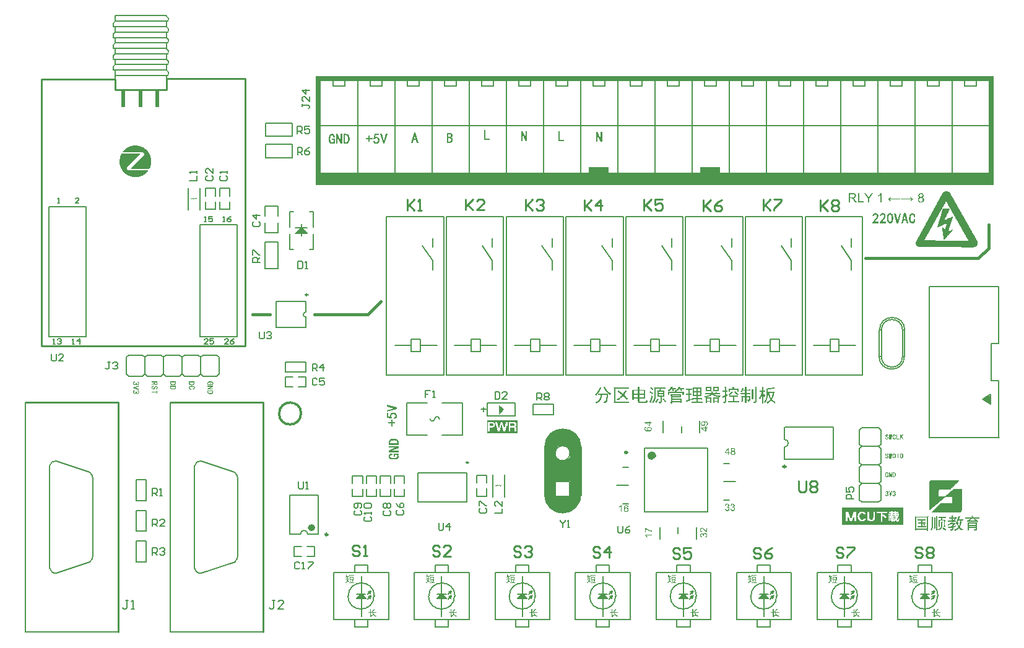
<source format=gto>
%FSTAX23Y23*%
%MOIN*%
%SFA1B1*%

%IPPOS*%
%ADD10C,0.011810*%
%ADD11C,0.007870*%
%ADD12C,0.023620*%
%ADD13C,0.009840*%
%ADD14C,0.003940*%
%ADD15C,0.005910*%
%ADD16C,0.010000*%
%ADD17C,0.019680*%
%ADD18C,0.005000*%
%ADD19C,0.000300*%
%ADD20C,0.015750*%
%ADD21C,0.008000*%
%ADD22C,0.001000*%
%ADD23C,0.002000*%
%ADD24R,0.059000X0.280000*%
%ADD25R,0.056000X0.295000*%
%ADD26R,0.095000X0.115000*%
%ADD27R,3.637000X0.070000*%
%ADD28R,0.107000X0.032000*%
%ADD29R,0.029000X0.590000*%
%ADD30R,3.620000X0.029160*%
%ADD31R,0.023620X0.091530*%
%LN8Â··ÖÇøµçÔ´¹ÜÀíÆ÷pcb-1*%
%LPD*%
G36*
X07455Y02282D02*
X07399D01*
X07428Y02318*
X07455Y02282*
G37*
G36*
X08515Y01335D02*
X08493Y01313D01*
Y01357*
X08515Y01335*
G37*
G36*
X08853Y01224D02*
X08869D01*
X08874Y01219*
X08883*
X08913Y01189*
Y01186*
X08923Y01176*
Y01169*
X08932Y0116*
Y0114*
X0893Y01138*
X08874*
Y01118*
X08854Y01138*
X08812*
X08793Y01119*
X08791Y01121*
Y01138*
X08741Y01136*
Y01153*
X08747Y01159*
Y01176*
X08783Y01212*
X08786*
X08792Y01218*
X08802*
X08811Y01227*
X0885*
X08853Y01224*
G37*
G36*
X08876Y01079D02*
Y01062D01*
X08873Y01061*
X08854*
X08874Y01081*
X08876Y01079*
G37*
G36*
X08814Y01058D02*
X08812Y01056D01*
X08795*
X08794Y01059*
Y01078*
X08814Y01058*
G37*
G36*
X08797Y00867D02*
X08928D01*
X0893Y00865*
Y00845*
X08921Y00836*
Y00829*
X08911Y00819*
Y00816*
X08881Y00786*
X08872*
X08867Y00781*
X08851*
X08848Y00778*
X08809*
X088Y00787*
X0879*
X08784Y00793*
X08781*
X08745Y00829*
Y00846*
X08739Y00852*
Y00869*
X08797Y00867*
G37*
G36*
X10809Y00319D02*
X10808Y00318D01*
X1076*
X10784Y00342*
X10809Y00319*
G37*
G36*
X10375D02*
X10374Y00318D01*
X10326*
X1035Y00342*
X10375Y00319*
G37*
G36*
X09941D02*
X0994Y00318D01*
X09892*
X09916Y00342*
X09941Y00319*
G37*
G36*
X09508D02*
X09507Y00318D01*
X09459*
X09483Y00342*
X09508Y00319*
G37*
G36*
X09074D02*
X09073Y00318D01*
X09025*
X09049Y00342*
X09074Y00319*
G37*
G36*
X08641D02*
X0864Y00318D01*
X08592*
X08616Y00342*
X08641Y00319*
G37*
G36*
X08207D02*
X08206Y00318D01*
X08158*
X08182Y00342*
X08207Y00319*
G37*
G36*
X07774D02*
X07773Y00318D01*
X07725*
X07749Y00342*
X07774Y00319*
G37*
G36*
X10667Y00712D02*
X10339D01*
Y00806*
X10667*
Y00712*
G37*
G36*
X08592Y01278D02*
Y01208D01*
X08427*
Y01278*
X08592*
G37*
G36*
X10804Y00759D02*
X10803Y00758D01*
X10803Y00758*
X10803Y00756*
X10803Y00755*
X10803Y00754*
Y00752*
X10803Y0075*
Y00687*
Y00687*
Y00687*
X10803Y00686*
Y00685*
X10803Y00683*
X10803Y00682*
X10804Y00681*
X10795*
Y00682*
X10795Y00682*
Y00682*
X10795Y00683*
X10795Y00684*
Y00685*
X10795Y00686*
Y00687*
X10739*
Y00687*
Y00687*
Y00686*
X10739Y00685*
X10739Y00685*
X10739Y00684*
X1074Y00682*
X10731*
Y00682*
X10731Y00682*
Y00683*
X10731Y00683*
X10731Y00684*
X10731Y00685*
X10731Y00686*
X10732Y00687*
Y00751*
Y00751*
Y00751*
X10731Y00752*
X10731Y00753*
X10731Y00754*
X10731Y00755*
X10731Y00757*
X10731Y00759*
X10731*
X10732Y00759*
X10732Y00759*
X10734Y00759*
X10735Y00759*
X10737Y00758*
X10739Y00758*
X10796*
X10797Y00758*
X10798Y00759*
X108Y00759*
X10802Y00759*
X10804Y00759*
Y00759*
G37*
G36*
X10898Y00749D02*
X10898D01*
X10897Y00749*
X10896*
X10896Y00749*
X10895*
X10894Y0075*
X10893*
X10892Y0075*
X10891*
X10889Y0075*
X10888Y0075*
X10886*
X10885Y0075*
X10879*
X10877Y00741*
X10887*
X10888Y00741*
X10889*
X1089Y00741*
X10891Y00741*
X10892*
X10893Y00741*
X10894*
Y00741*
Y00741*
X10894Y00741*
Y0074*
X10894Y0074*
Y00739*
X10894Y00738*
X10894Y00736*
X10894Y00734*
X10893Y00731*
Y00729*
Y00714*
Y00714*
Y00714*
Y00713*
Y00713*
Y00713*
Y00712*
X10894Y0071*
X10894Y00709*
X10894Y00707*
X10894Y00704*
X10894Y00702*
X10886*
Y00702*
Y00702*
Y00703*
Y00703*
Y00704*
Y00705*
Y00706*
Y00707*
Y00707*
X10886Y00707*
Y00708*
X10887Y00709*
X10887Y0071*
Y00711*
X10887Y00713*
Y00714*
Y00735*
X10866*
Y00712*
Y00712*
Y00712*
Y00712*
Y00711*
Y0071*
X10866Y0071*
Y00708*
X10866Y00706*
Y00705*
X10866Y00703*
X10866Y00703*
X10866Y00702*
X10859*
Y00702*
Y00702*
Y00702*
Y00703*
Y00704*
Y00704*
Y00705*
Y00707*
Y00707*
Y00707*
X10859Y00707*
Y00708*
X10859Y00709*
X10859Y00711*
Y00712*
Y00713*
Y00729*
Y00729*
Y00729*
Y0073*
Y0073*
X10859Y00731*
Y00732*
X10859Y00734*
X10859Y00736*
X10859Y00738*
X10859Y00739*
Y0074*
X10859Y00741*
X10859*
X10859Y00741*
X1086Y00741*
X10861Y00741*
X10863Y00741*
X10864Y00741*
X10866*
X10869Y00741*
X10871*
X10873Y0075*
X10868*
X10868Y0075*
X10867*
X10866Y0075*
X10865Y0075*
X10864*
X10862Y0075*
X10857*
Y00756*
X10858*
X10859Y00756*
X1086Y00756*
X10862Y00756*
X10863Y00756*
X10887*
X10888Y00756*
X1089*
X10893Y00756*
X10895*
X10896Y00756*
X10897Y00756*
X10898Y00756*
X10898Y00756*
Y00749*
G37*
G36*
X11042Y00762D02*
X11042Y00762D01*
X11043Y00761*
X11043Y00761*
X11043Y0076*
X11043Y0076*
X11043Y00759*
Y00759*
Y00759*
X11043Y00759*
Y00759*
X11043Y00758*
X11044Y00757*
X11044Y00756*
X11044Y00755*
Y00755*
X11044Y00755*
X11044Y00754*
X11045Y00753*
X11045Y00752*
X11069*
X11079Y00753*
Y00745*
X11069Y00746*
X11032*
X11032Y00746*
X11032Y00746*
X11032Y00746*
Y00746*
X11033Y00746*
X11033Y00745*
X11034Y00745*
X11035Y00745*
X11035Y00745*
X11036Y00744*
X11036Y00744*
X11037Y00744*
Y00744*
Y00743*
X11036Y00743*
X11036Y00743*
X11036Y00743*
X11035Y00742*
X11035*
X11035Y00742*
X11035Y00742*
X11034Y00742*
X11033Y00742*
X11032Y00741*
X1103Y0074*
X11029Y00739*
X11026Y00738*
X11024Y00736*
X11058*
X11057Y00737*
X11057Y00737*
X11056Y00738*
X11055Y00738*
X11054Y00739*
X11052Y0074*
X11051Y00741*
X11049Y00742*
X11055Y00745*
X11055Y00745*
X11055Y00745*
X11056Y00745*
X11056Y00744*
X11057Y00744*
X11058Y00743*
X11059Y00743*
X1106Y00742*
X11061Y00741*
X11063Y0074*
X11064Y00739*
X11066Y00738*
X11069Y00735*
X11073Y00732*
X11067Y00727*
X11067*
X11067Y00727*
X11067Y00727*
X11066Y00728*
X11066Y00728*
X11066Y00728*
X11066Y00729*
X11065Y00729*
X11065Y00729*
X11064Y0073*
X1102*
X11019Y0073*
X11017Y0073*
X11015Y00729*
X11013Y00729*
X1101Y00736*
X1101*
X1101Y00736*
X11011Y00736*
X11011Y00736*
X11012Y00736*
X11013Y00737*
X11014Y00737*
X11015Y00737*
X11016Y00738*
X11017Y00739*
X11019Y0074*
X1102Y00741*
X11022Y00742*
X11024Y00743*
X11025Y00744*
X11027Y00746*
X11012*
X11001Y00746*
Y00753*
X11011Y00752*
X11038*
Y00753*
X11038Y00753*
X11037Y00753*
X11037Y00753*
X11037Y00755*
X11036Y00756*
X11035Y00757*
X11034Y00758*
X11034Y00759*
X11034Y00759*
X11034Y0076*
X11033Y0076*
X11033Y0076*
Y0076*
X11033Y0076*
X11033Y0076*
X11042Y00762*
Y00762*
G37*
G36*
X10928Y00763D02*
X10928D01*
X10928Y00762*
X1093Y00762*
X10931Y00762*
X10932*
X10933Y00762*
X10934Y00762*
X10935Y00762*
X10936Y00762*
X10936Y00762*
X10937Y00762*
X10937*
X10937Y00762*
Y00761*
X10937Y00761*
X10937Y00761*
X10936Y00761*
X10936Y0076*
X10936Y0076*
X10936Y00759*
X10935Y00757*
X10935Y00756*
X10935Y00754*
X10935Y00752*
X10939*
X1094Y00752*
X10941*
X10944Y00752*
Y00745*
X10942*
X10941Y00745*
X1094*
X1094Y00745*
X10939Y00745*
X10938Y00745*
X10935*
Y00737*
X10937*
X10937Y00737*
X10937Y00737*
X10938Y00738*
X10938Y00738*
X10939Y00739*
X1094Y0074*
X10941Y00741*
X10942Y00742*
X10943Y00743*
X10944Y00745*
X10945Y00747*
X10946Y00748*
X10947Y0075*
X10948Y00752*
X10948Y00754*
X10949Y00756*
X10949*
X10949Y00756*
X1095Y00756*
X10951Y00755*
X10952Y00755*
X10952*
X10952Y00755*
X10952Y00755*
X10953Y00754*
X10954Y00754*
X10955Y00754*
X10956Y00753*
X10957Y00753*
X10957Y00752*
X10957Y00752*
X10957Y00752*
X10957Y00752*
Y00752*
X10957Y00752*
X10957Y00751*
X10956Y00751*
X10956Y00751*
X10956Y0075*
X10956Y0075*
X10955Y0075*
X10955Y00749*
X10954Y00749*
X10953Y00747*
X10953Y00747*
X10953Y00747*
X10952Y00746*
X10951Y00745*
X10951Y00744*
X1095Y00743*
X10949Y00742*
X10947Y0074*
X10947Y0074*
X10947Y0074*
X10946Y00739*
X10946Y00739*
X10945Y00737*
X10945Y00737*
X10944Y00736*
X10948*
X10949Y00737*
X1095*
X10952Y00737*
X10953Y00737*
Y0073*
X10948*
X10947Y0073*
X10946*
X10944Y0073*
X10939*
X10939Y0073*
X10939Y0073*
X10938Y0073*
X10937Y00729*
X10936Y00728*
X10935Y00726*
X10933Y00725*
X10932Y00724*
X1093Y00722*
X10943*
X10944Y00722*
X10945*
X10948Y00723*
X10948Y00723*
X10948Y00723*
X10949Y00723*
X10949Y00723*
Y00717*
X10937Y0071*
Y00706*
X10937*
X10938Y00706*
X10938Y00707*
X10939Y00707*
X10941Y00707*
X10942Y00707*
X10945Y00708*
X10948Y00708*
X10949Y00709*
X1095Y00709*
X10951Y00709*
X10952Y0071*
X10953Y0071*
X10953Y0071*
X10952Y00703*
X10952Y00703*
X10952Y00703*
X10952Y00703*
X10951Y00703*
X10951*
X1095Y00703*
X1095Y00702*
X10949*
X10948Y00702*
X10947Y00702*
X10945Y00702*
X10943Y00701*
X1094Y00701*
X10937Y007*
Y00688*
Y00688*
Y00688*
X10937Y00688*
X10937Y00687*
X10936Y00687*
X10936Y00686*
X10936Y00685*
X10935Y00685*
X10934Y00684*
X10934Y00684*
X10932Y00683*
X10931Y00682*
X1093Y00682*
X10928Y00682*
X10926Y00681*
X10924Y00681*
Y00681*
Y00681*
X10924Y00682*
X10924Y00682*
X10923Y00683*
X10923Y00684*
X10922Y00686*
X10922Y00687*
X10921Y00688*
X10921Y0069*
X10924*
X10925Y0069*
X10927Y0069*
X10928Y0069*
X10929Y0069*
X10929Y0069*
X1093Y00691*
X1093Y00691*
X1093Y00691*
Y00699*
X1093*
X10929Y00699*
X10929Y00699*
X10928Y00699*
X10926Y00698*
X10925Y00698*
X10923Y00698*
X10922Y00698*
X10919Y00697*
X10917Y00697*
X10915Y00696*
X10914Y00696*
X10913Y00696*
X10912Y00695*
X10911Y00695*
X10908Y00704*
X10909*
X10909Y00704*
X10909Y00704*
X1091Y00704*
X10911Y00704*
X10915*
X10916Y00704*
X10916*
X10917Y00704*
X10917*
X10918Y00704*
X10919*
X1092Y00704*
X10921Y00704*
X10922Y00704*
X10924Y00705*
X10927Y00705*
X1093Y00705*
Y00712*
X10939Y00717*
X10923*
X10923Y00716*
X10922Y00716*
X10922Y00716*
X10921Y00715*
X1092Y00715*
X10919Y00714*
X10918Y00713*
X10918*
X10918Y00713*
X10917Y00712*
X10916Y00712*
X10915Y00711*
X10914Y0071*
X10913Y00709*
X10912Y00709*
X10912Y00708*
X10912Y00708*
X10911Y00709*
X10911Y00709*
X1091Y0071*
X10909Y00711*
X10908Y00712*
X10907Y00713*
X10906Y00714*
X10906*
X10906Y00714*
X10906Y00714*
X10907Y00714*
X10907Y00714*
X10908Y00715*
X10909Y00715*
X10911Y00716*
X10913Y00717*
X10915Y00718*
X10917Y00719*
X10917Y00719*
X10917Y0072*
X10917Y0072*
X10918Y0072*
Y00723*
X10918*
X10918Y00723*
X10918Y00723*
X10919Y00723*
X10919Y00723*
X1092Y00722*
X10921*
X10922Y00723*
X10922Y00723*
X10922Y00723*
X10923Y00723*
X10923Y00723*
X10924Y00724*
X10924Y00725*
X10925Y00725*
X10926Y00726*
X10926Y00726*
X10926Y00726*
X10927Y00727*
X10928Y00727*
X10929Y00728*
X1093Y00729*
X10932Y0073*
X10918*
X10917Y0073*
X10916*
X10916Y0073*
X10915*
X10913Y0073*
X10908*
Y00737*
X10909*
X10909Y00737*
X1091*
X10911Y00737*
X10913Y00737*
X10914*
X10916Y00737*
X10928*
Y00745*
X10923*
X10922Y00745*
X10922*
X10921Y00745*
X10921Y00745*
X1092*
X10918Y00745*
X10914*
Y00752*
X10915*
X10916Y00752*
X10916*
X10918Y00752*
X10919*
X10921Y00752*
X10928*
Y00752*
Y00752*
Y00753*
Y00753*
X10928Y00754*
Y00754*
X10928Y00756*
X10928Y00758*
X10928Y0076*
X10927Y00761*
Y00762*
X10927Y00763*
X10927*
X10928Y00763*
G37*
G36*
X10965Y00762D02*
X10966Y00762D01*
X10966Y00762*
X10967Y00761*
X10968Y00761*
X1097Y00761*
X10972Y0076*
X10972Y0076*
X10973Y0076*
X10974Y0076*
X10975Y0076*
X10975Y0076*
X10975Y00759*
Y00759*
X10975Y00759*
X10975Y00758*
X10974Y00758*
X10974Y00758*
X10974Y00758*
X10974Y00757*
X10973Y00757*
X10973Y00756*
X10973Y00756*
X10972Y00755*
X10972Y00753*
Y00753*
X10971Y00753*
X10971Y00752*
X10971Y00751*
X10971Y00751*
X1097Y0075*
X1097Y00749*
X1097Y00748*
X10969Y00747*
X10969Y00746*
X10969Y00745*
X10968Y00744*
X10984*
X10986Y00744*
X10988*
X10989Y00744*
X10991Y00744*
Y00737*
X1099*
X1099Y00737*
X10988*
X10987Y00737*
X10986*
X10985Y00737*
X10983*
X10982Y00737*
Y00737*
Y00737*
Y00737*
X10981Y00736*
Y00736*
X10981Y00735*
X10981Y00733*
X10981Y00732*
X10981Y00729*
X1098Y00727*
X1098Y00724*
X10979Y00721*
X10979Y00718*
X10978Y00715*
X10977Y00712*
X10976Y00709*
X10975Y00706*
X10974Y00703*
X10973Y00701*
X10973Y007*
X10973Y007*
X10974Y007*
X10974Y00699*
X10975Y00699*
X10976Y00698*
X10977Y00697*
X10978Y00696*
X10979Y00695*
X10981Y00694*
X10982Y00693*
X10984Y00692*
X10986Y00692*
X10988Y00691*
X1099Y0069*
X10992Y0069*
X10992*
X10992Y00689*
X10992Y00689*
X10991Y00689*
X1099Y00689*
X10989Y00688*
X10988Y00687*
X10986Y00686*
X10985Y00684*
X10984Y00682*
X10984Y00682*
X10984Y00682*
X10983Y00683*
X10982Y00683*
X10981Y00684*
X10981Y00685*
X10979Y00686*
X10978Y00686*
X10976Y00688*
X10973Y00691*
X10971Y00693*
X10969Y00694*
X10968Y00695*
X10968Y00695*
X10968Y00695*
X10968Y00694*
X10967Y00694*
X10966Y00693*
X10965Y00692*
X10964Y00691*
X10963Y0069*
X10962Y00689*
X1096Y00688*
X10959Y00687*
X10957Y00686*
X10955Y00685*
X10953Y00683*
X10951Y00682*
X10949Y00681*
Y00681*
X10948Y00681*
X10948Y00682*
X10947Y00683*
X10946Y00683*
X10945Y00684*
X10943Y00685*
X10942Y00686*
X1094Y00687*
X1094*
X1094Y00687*
X10941Y00688*
X10942Y00688*
X10944Y00688*
X10945Y00689*
X10947Y00689*
X10949Y0069*
X10951Y00691*
X10953Y00692*
X10955Y00693*
X10957Y00694*
X10959Y00696*
X10961Y00697*
X10963Y00699*
X10965Y00701*
Y00701*
X10964Y00701*
X10964Y00701*
X10964Y00702*
X10963Y00703*
X10963Y00704*
X10963Y00705*
X10962Y00706*
X10961Y00707*
X10961Y00709*
X1096Y00711*
X1096Y00713*
X10959Y00715*
X10958Y00717*
X10958Y0072*
X10957Y00723*
X10954Y00717*
X10953Y00717*
X10953Y00718*
X10953Y00718*
X10953Y00719*
X10952Y0072*
X10951Y00721*
X10951Y00722*
X1095Y00723*
X1095Y00723*
X1095Y00724*
X10951Y00725*
X10951Y00726*
X10952Y00727*
X10953Y00728*
X10954Y0073*
X10956Y00733*
X10957Y00735*
X10958Y00738*
X10959Y00741*
X1096Y00745*
X10962Y00749*
X10963Y00753*
X10964Y00757*
X10965Y00762*
X10965*
X10965Y00762*
G37*
G36*
X11066Y00726D02*
X11066Y00725D01*
Y00725*
X11066Y00724*
X11066Y00723*
Y00721*
X11066Y00718*
Y0069*
Y0069*
Y00689*
X11066Y00688*
X11066Y00688*
X11066Y00687*
X11065Y00686*
X11065Y00685*
X11064Y00685*
X11064Y00685*
X11064Y00684*
X11063Y00684*
X11063Y00684*
X11062Y00684*
X11061Y00684*
X11061Y00683*
X1106Y00683*
X11059Y00683*
X11058Y00682*
X11056Y00682*
X11055Y00682*
X11053Y00681*
Y00682*
X11053Y00682*
X11053Y00682*
X11053Y00682*
X11052Y00683*
X11052Y00685*
X11051Y00686*
X11051Y00687*
X1105Y00688*
X11049Y00689*
X1105*
X11051Y00689*
X11054*
X11056Y00689*
X11057Y00689*
X11058Y0069*
X11058Y0069*
X11058Y0069*
X11059Y0069*
Y00691*
Y00696*
X11021*
Y0069*
Y0069*
Y0069*
Y00689*
Y00688*
X11021Y00687*
Y00685*
X11021Y00684*
X11021Y00682*
X11014*
Y00683*
Y00683*
Y00683*
Y00684*
Y00684*
Y00685*
Y00687*
Y00687*
Y00687*
Y00688*
Y00688*
X11014Y0069*
X11014Y00691*
Y00718*
Y00718*
Y00718*
X11014Y00718*
Y00719*
X11014Y0072*
X11014Y00722*
Y00722*
Y00722*
Y00723*
Y00723*
Y00724*
Y00725*
Y00726*
X11014*
X11014Y00726*
X11014Y00726*
X11065*
X11065Y00726*
X11066Y00726*
X11066Y00726*
X11066Y00726*
Y00726*
G37*
G36*
X10839Y00752D02*
X1084Y00752D01*
X1084Y00752*
X10841Y00752*
X10841Y00752*
X10841Y00751*
Y00751*
Y00751*
X10841Y0075*
X10841Y0075*
Y0075*
X10841Y0075*
X10841Y00749*
X10841Y00748*
X1084Y00747*
X1084Y00745*
Y00704*
Y00704*
Y00703*
Y00703*
Y00702*
Y00701*
Y007*
Y00697*
Y00695*
Y00694*
Y00693*
Y00692*
Y00692*
Y00692*
X10833*
Y00692*
Y00692*
Y00692*
X10833Y00693*
Y00693*
Y00694*
X10833Y00695*
X10833Y00697*
X10834Y00699*
X10834Y00702*
X10834Y00704*
Y00747*
Y00747*
Y00747*
Y00748*
Y00749*
X10834Y00749*
Y0075*
X10834Y00752*
X10835*
X10836Y00752*
X10837*
X10839Y00752*
G37*
G36*
X10846Y0076D02*
X10846D01*
X10848Y00759*
X10849Y00759*
X1085Y00759*
X10852Y00759*
X10852Y00759*
X10852Y00759*
X10853Y00758*
X10853Y00758*
Y00758*
X10853Y00758*
X10852Y00757*
X10852Y00756*
X10852Y00756*
X10852Y00756*
X10852Y00755*
Y00755*
X10852Y00754*
Y00695*
Y00695*
Y00695*
Y00694*
Y00694*
X10852Y00693*
Y00693*
Y00691*
Y00689*
X10852Y00687*
X10852Y00685*
X10852Y00684*
X10845*
Y00684*
Y00684*
Y00684*
X10845Y00684*
Y00685*
X10845Y00687*
X10845Y00689*
X10845Y00691*
X10845Y00693*
X10845Y00695*
Y00751*
Y00751*
Y00751*
Y00751*
Y00752*
Y00753*
Y00754*
Y00755*
Y00757*
Y00758*
Y0076*
X10846*
X10846Y0076*
G37*
G36*
X10874Y0073D02*
X10875Y0073D01*
X10877Y0073*
X10878Y0073*
X10879Y00729*
X1088Y00729*
X1088Y00729*
X10881Y00729*
X10881Y00729*
Y00729*
X1088Y00728*
X1088Y00728*
X1088Y00728*
Y00727*
X1088Y00727*
X1088Y00727*
X10879Y00727*
X10879Y00726*
X10879Y00725*
X10879Y00724*
Y00724*
Y00724*
Y00724*
Y00723*
X10879Y00722*
Y00721*
X10879Y00719*
X10879Y00718*
X10879Y00715*
X10879Y00713*
X10878Y00709*
X10878Y00706*
X10877Y00704*
X10877Y00702*
X10876Y007*
X10876Y00698*
X10875Y00696*
X10875Y00696*
X10875Y00696*
X10874Y00696*
X10874Y00695*
X10873Y00694*
X10873Y00694*
X10872Y00693*
X10871Y00692*
X1087Y00691*
X10869Y0069*
X10867Y00689*
X10866Y00688*
X10864Y00687*
X10862Y00686*
X1086Y00684*
X10858Y00683*
X10858Y00683*
X10858Y00684*
X10857Y00684*
X10857Y00685*
X10856Y00686*
X10855Y00687*
X10854Y00688*
X10853Y00689*
X10853*
X10854Y00689*
X10854Y0069*
X10855Y0069*
X10856Y0069*
X10858Y00691*
X10859Y00691*
X1086Y00692*
X10863Y00694*
X10865Y00695*
X10866Y00696*
X10867Y00697*
X10868Y00698*
X10869Y00699*
X1087Y00701*
Y00701*
X1087Y00701*
X1087Y00701*
X10871Y00702*
X10871Y00703*
X10871Y00704*
X10871Y00705*
X10872Y00707*
X10872Y00708*
X10872Y00711*
X10873Y00713*
X10873Y00716*
X10873Y00719*
X10873Y00722*
Y00726*
X10873Y0073*
X10874*
X10874Y0073*
G37*
G36*
X10823Y00758D02*
X10824D01*
X10826Y00758*
X10827Y00758*
X10829Y00758*
X10829Y00758*
X1083Y00758*
X1083Y00757*
X1083Y00757*
Y00757*
X1083Y00757*
X1083Y00756*
X1083Y00756*
Y00756*
X1083Y00755*
X10829Y00755*
X10829Y00754*
X10829Y00754*
X10829Y00753*
X10829Y00752*
Y0075*
Y0075*
Y0075*
Y0075*
Y00749*
X10829Y00748*
Y00747*
Y00747*
Y00746*
X10829Y00743*
Y00741*
X10829Y00738*
Y00735*
Y00734*
Y00734*
Y00733*
X10828Y00732*
Y00731*
Y00729*
X10828Y00727*
Y00725*
X10828Y00723*
Y0072*
X10828Y00718*
X10828Y00715*
X10828Y0071*
X10828Y00705*
Y00705*
Y00704*
X10828Y00704*
X10828Y00703*
X10828Y00702*
X10827Y007*
X10827Y00699*
X10827Y00698*
X10826Y00696*
X10826Y00694*
X10825Y0069*
X10824Y00689*
X10823Y00687*
X10822Y00685*
X10821Y00683*
X10821Y00683*
X10821Y00683*
X10821Y00683*
X1082Y00684*
X1082Y00684*
X10819Y00685*
X10818Y00685*
X10818Y00686*
X10817Y00686*
X10817Y00686*
X10817Y00687*
X10817Y00687*
X10816Y00687*
X10815Y00688*
X10815Y00688*
X10815*
X10815Y00688*
X10816Y00688*
X10816Y00689*
X10816Y00689*
X10817Y0069*
X10817Y00691*
X10818Y00691*
X10818Y00693*
X10819Y00694*
X10819Y00695*
X1082Y00697*
X1082Y00699*
X10821Y00701*
X10821Y00703*
X10821Y00705*
Y00706*
X10822Y00706*
Y00707*
X10822Y00708*
X10822Y00709*
X10822Y00711*
X10822Y00713*
X10822Y00716*
X10822Y00719*
X10822Y00721*
Y00722*
Y00724*
X10822Y00726*
Y00728*
Y0073*
Y00732*
Y00735*
Y00737*
Y0074*
X10822Y00743*
Y00745*
Y00748*
X10822Y00751*
Y00752*
Y00752*
Y00753*
Y00753*
X10822Y00755*
X10822Y00756*
X10822Y00758*
X10822*
X10823Y00758*
G37*
G36*
X10882Y00701D02*
X10883Y00701D01*
X10883Y00701*
X10884Y007*
X10885Y00699*
X10886Y00699*
X10887Y00698*
X10888Y00697*
X10891Y00695*
X10894Y00693*
X10897Y0069*
X109Y00688*
X10893Y00682*
X10893Y00682*
X10893Y00682*
X10893Y00683*
X10892Y00683*
X10892Y00684*
X10891Y00685*
X1089Y00685*
X10889Y00686*
X10888Y00687*
X10887Y00688*
X10886Y00689*
X10884Y00691*
X10883Y00692*
X10881Y00693*
X10879Y00694*
X10877Y00696*
X10882Y00701*
X10882Y00701*
G37*
G36*
X06938Y01485D02*
X06938Y01485D01*
X06939Y01485*
X0694Y01485*
X06941Y01485*
X06942Y01485*
X06943Y01485*
X06944Y01485*
X06945Y01484*
X06946Y01484*
X06947Y01484*
X06948Y01483*
X06949Y01483*
X06949Y01483*
X06949Y01483*
X0695Y01482*
X0695Y01482*
X0695Y01482*
X06951Y01482*
X06951Y01481*
X06951Y01481*
X06952Y0148*
X06952Y0148*
X06953Y01479*
X06953Y01478*
X06953Y01477*
X06953Y01477*
X06954Y01476*
X06954Y01475*
Y01475*
X06954Y01474*
X06954Y01474*
X06953Y01473*
X06953Y01473*
X06953Y01472*
X06953Y01472*
X06953Y01471*
X06953Y01471*
X06952Y0147*
X06952Y0147*
X06951Y01469*
X06951Y01469*
X0695Y01468*
X0695Y01468*
X0695Y01468*
X0695Y01468*
X0695Y01468*
X06949Y01467*
X06949Y01467*
X06949Y01467*
X06948Y01467*
X06947Y01467*
X06947Y01466*
X06946Y01466*
X06945Y01466*
X06944Y01466*
X06944Y01466*
X06943Y01466*
X06942Y01466*
Y01471*
X06942*
X06942*
X06942*
X06942*
X06943Y01471*
X06943*
X06944Y01471*
X06945Y01471*
X06946Y01471*
X06947Y01471*
X06947Y01471*
X06947Y01472*
X06948Y01472*
X06948Y01472*
X06948Y01472*
X06948Y01473*
X06949Y01473*
X06949Y01474*
X06949Y01474*
X06949Y01475*
Y01475*
X06949Y01475*
X06949Y01476*
X06949Y01476*
X06949Y01477*
X06948Y01477*
X06948Y01478*
X06948Y01478*
X06947Y01478*
X06947Y01479*
X06946Y01479*
X06946*
X06946Y01479*
X06946Y01479*
X06946Y01479*
X06946Y01479*
X06945Y01479*
X06945Y01479*
X06944Y0148*
X06944Y0148*
X06943Y0148*
X06942Y0148*
X06941Y0148*
X0694Y0148*
X06939Y0148*
X06938Y0148*
X06937*
X06937*
X06936*
X06936*
X06936Y0148*
X06935*
X06934Y0148*
X06934Y0148*
X06933Y0148*
X06932Y0148*
X0693Y0148*
X06929Y01479*
X06929Y01479*
X06928Y01479*
X06928Y01479*
X06928*
X06928Y01478*
X06927Y01478*
X06927Y01478*
X06927Y01477*
X06926Y01477*
X06926Y01476*
X06925Y01476*
X06925Y01475*
X06925Y01475*
Y01475*
X06925Y01474*
X06925Y01474*
X06926Y01474*
X06926Y01473*
X06926Y01472*
X06926Y01472*
X06927Y01471*
X06927Y01471*
X06927Y01471*
X06928Y01471*
X06928Y01471*
X06929Y01471*
X0693Y0147*
X06931Y0147*
X06932Y0147*
X06934*
Y01476*
X06938*
Y01466*
X06921*
Y0147*
X06924Y0147*
X06924*
X06923Y0147*
X06923Y0147*
X06923Y0147*
X06923Y0147*
X06922Y01471*
X06922Y01471*
X06922Y01472*
X06922Y01472*
X06922Y01472*
X06922Y01472*
X06921Y01473*
X06921Y01473*
X06921Y01474*
X06921Y01475*
X06921Y01475*
Y01475*
X06921Y01476*
Y01476*
X06921Y01476*
X06921Y01477*
X06921Y01477*
X06921Y01478*
X06922Y01478*
X06922Y01479*
X06922Y01479*
X06923Y0148*
X06923Y01481*
X06923Y01481*
X06924Y01482*
X06925Y01482*
X06925Y01482*
X06925Y01483*
X06925Y01483*
X06925Y01483*
X06926Y01483*
X06926Y01483*
X06927Y01484*
X06928Y01484*
X06928Y01484*
X06929Y01485*
X0693Y01485*
X06931Y01485*
X06932Y01485*
X06934Y01485*
X06935Y01485*
X06936Y01486*
X06936*
X06936*
X06937*
X06937*
X06938Y01485*
G37*
G36*
X06953Y01456D02*
X06932Y01447D01*
X06953*
Y01442*
X06921*
Y01447*
X06942Y01457*
X06921*
Y01462*
X06953*
Y01456*
G37*
G36*
Y01431D02*
X06953Y01431D01*
Y0143*
X06953Y0143*
X06953Y01429*
X06953Y01428*
X06953Y01427*
X06953Y01427*
X06952Y01426*
X06952Y01425*
X06952Y01424*
X06951Y01423*
X06951Y01422*
X0695Y01422*
X06949Y01421*
X06949Y01421*
X06949Y01421*
X06949Y01421*
X06949Y01421*
X06948Y0142*
X06948Y0142*
X06947Y0142*
X06947Y01419*
X06946Y01419*
X06945Y01419*
X06944Y01419*
X06943Y01418*
X06941Y01418*
X0694Y01418*
X06939Y01418*
X06937Y01418*
X06937*
X06937*
X06936*
X06936Y01418*
X06935Y01418*
X06934Y01418*
X06933Y01418*
X06932Y01418*
X06932Y01418*
X06931Y01419*
X06929Y01419*
X06928Y01419*
X06928Y0142*
X06927Y0142*
X06926Y01421*
X06925Y01421*
X06925Y01421*
X06925Y01422*
X06925Y01422*
X06924Y01422*
X06924Y01422*
X06924Y01423*
X06924Y01423*
X06923Y01424*
X06923Y01425*
X06923Y01425*
X06922Y01426*
X06922Y01427*
X06922Y01428*
X06922Y01429*
X06921Y0143*
X06921Y01431*
Y01438*
X06953*
Y01431*
G37*
G36*
X06853Y01479D02*
X06853Y01478D01*
Y01478*
X06853Y01477*
X06853Y01477*
X06853Y01476*
X06853Y01475*
X06853Y01474*
X06852Y01473*
X06852Y01473*
X06852Y01472*
X06851Y01471*
X06851Y0147*
X0685Y01469*
X06849Y01469*
X06849Y01469*
X06849Y01469*
X06849Y01468*
X06849Y01468*
X06848Y01468*
X06848Y01468*
X06847Y01467*
X06847Y01467*
X06846Y01467*
X06845Y01466*
X06844Y01466*
X06843Y01466*
X06841Y01466*
X0684Y01466*
X06839Y01465*
X06837Y01465*
X06837*
X06837*
X06836*
X06836Y01465*
X06835Y01465*
X06834Y01466*
X06833Y01466*
X06832Y01466*
X06832Y01466*
X06831Y01466*
X06829Y01467*
X06828Y01467*
X06828Y01467*
X06827Y01468*
X06826Y01468*
X06825Y01469*
X06825Y01469*
X06825Y01469*
X06825Y01469*
X06824Y0147*
X06824Y0147*
X06824Y01471*
X06824Y01471*
X06823Y01472*
X06823Y01472*
X06823Y01473*
X06822Y01474*
X06822Y01475*
X06822Y01476*
X06822Y01477*
X06821Y01478*
X06821Y01479*
Y01486*
X06853*
Y01479*
G37*
G36*
X06838Y01462D02*
X06838Y01462D01*
X06839Y01462*
X0684Y01462*
X06841Y01462*
X06842Y01462*
X06843Y01461*
X06844Y01461*
X06845Y01461*
X06847Y01461*
X06847Y0146*
X06848Y0146*
X06849Y01459*
X06849Y01459*
X06849Y01459*
X0685Y01459*
X0685Y01459*
X0685Y01458*
X06851Y01458*
X06851Y01457*
X06851Y01457*
X06852Y01456*
X06852Y01456*
X06853Y01455*
X06853Y01454*
X06853Y01454*
X06853Y01453*
X06854Y01452*
X06854Y01451*
Y01451*
X06854Y0145*
X06854Y0145*
X06853Y0145*
X06853Y01449*
X06853Y01449*
X06853Y01448*
X06853Y01447*
X06852Y01446*
X06852Y01446*
X06851Y01445*
X06851Y01445*
X0685Y01444*
X0685Y01444*
X0685Y01444*
X0685Y01444*
X0685Y01444*
X0685Y01444*
X06849Y01443*
X06849Y01443*
X06848Y01443*
X06848Y01443*
X06847Y01442*
X06846Y01442*
X06845Y01442*
X06844Y01442*
X06843Y01442*
X06842Y01442*
X06841*
Y01447*
X06841*
X06841*
X06842*
X06842*
X06842Y01447*
X06843*
X06844Y01447*
X06845Y01447*
X06846Y01447*
X06847Y01447*
X06847Y01447*
X06847Y01448*
X06847Y01448*
X06848Y01448*
X06848Y01448*
X06848Y01449*
X06849Y01449*
X06849Y0145*
X06849Y0145*
X06849Y01451*
Y01451*
X06849Y01452*
X06849Y01452*
X06849Y01453*
X06849Y01453*
X06848Y01454*
X06848Y01454*
X06848Y01454*
X06847Y01455*
X06847Y01455*
X06846Y01455*
X06846*
X06846Y01455*
X06846Y01455*
X06846Y01456*
X06846Y01456*
X06845Y01456*
X06845Y01456*
X06844Y01456*
X06844Y01456*
X06843Y01456*
X06842Y01457*
X06841Y01457*
X0684Y01457*
X06839Y01457*
X06838Y01457*
X06837*
X06837*
X06836*
X06836*
X06836Y01457*
X06835*
X06835Y01457*
X06834Y01457*
X06833Y01457*
X06832Y01457*
X0683Y01456*
X0683Y01456*
X06829Y01456*
X06828Y01456*
X06828Y01455*
X06828*
X06828Y01455*
X06827Y01455*
X06827Y01455*
X06827Y01454*
X06826Y01454*
X06826Y01453*
X06825Y01452*
X06825Y01452*
X06825Y01451*
Y01451*
X06825Y01451*
X06825Y01451*
X06826Y0145*
X06826Y0145*
X06826Y01449*
X06827Y01449*
X06827Y01448*
X06827Y01448*
X06827Y01448*
X06828Y01448*
X06828Y01448*
X06828Y01448*
X06828Y01447*
X06829Y01447*
X06829Y01447*
X0683Y01447*
X0683Y01447*
X06831Y01447*
X06832Y01447*
X06833Y01447*
X06834Y01447*
X06835*
Y01441*
X06835*
X06834*
X06834Y01441*
X06833Y01441*
X06833Y01442*
X06832Y01442*
X06831Y01442*
X0683Y01442*
X06829Y01442*
X06828Y01442*
X06827Y01443*
X06826Y01443*
X06825Y01443*
X06825Y01444*
X06824Y01444*
X06824Y01444*
X06824Y01445*
X06824Y01445*
X06824Y01445*
X06823Y01445*
X06823Y01446*
X06823Y01446*
X06823Y01446*
X06822Y01447*
X06822Y01447*
X06821Y01449*
X06821Y01449*
X06821Y0145*
X06821Y01451*
X06821Y01451*
Y01451*
X06821Y01452*
Y01452*
X06821Y01452*
X06821Y01453*
X06821Y01453*
X06821Y01454*
X06822Y01455*
X06822Y01455*
X06822Y01456*
X06823Y01457*
X06823Y01457*
X06823Y01458*
X06824Y01458*
X06825Y01459*
X06825Y01459*
X06825Y01459*
X06825Y01459*
X06825Y0146*
X06826Y0146*
X06826Y0146*
X06827Y0146*
X06828Y01461*
X06828Y01461*
X06829Y01461*
X0683Y01461*
X06831Y01462*
X06832Y01462*
X06834Y01462*
X06835Y01462*
X06836Y01462*
X06836*
X06836*
X06837*
X06837*
X06838Y01462*
G37*
G36*
X06753Y01479D02*
X06753Y01478D01*
Y01478*
X06753Y01477*
X06753Y01477*
X06753Y01476*
X06752Y01475*
X06752Y01474*
X06752Y01473*
X06752Y01473*
X06751Y01472*
X06751Y01471*
X0675Y0147*
X0675Y01469*
X06749Y01469*
X06749Y01469*
X06749Y01469*
X06749Y01468*
X06748Y01468*
X06748Y01468*
X06748Y01468*
X06747Y01467*
X06746Y01467*
X06745Y01467*
X06745Y01466*
X06743Y01466*
X06742Y01466*
X06741Y01466*
X0674Y01466*
X06738Y01465*
X06737Y01465*
X06737*
X06737*
X06736*
X06736Y01465*
X06735Y01465*
X06734Y01466*
X06733Y01466*
X06732Y01466*
X06731Y01466*
X0673Y01466*
X06729Y01467*
X06728Y01467*
X06727Y01467*
X06726Y01468*
X06725Y01468*
X06725Y01469*
X06725Y01469*
X06725Y01469*
X06724Y01469*
X06724Y0147*
X06724Y0147*
X06724Y01471*
X06723Y01471*
X06723Y01472*
X06723Y01472*
X06722Y01473*
X06722Y01474*
X06722Y01475*
X06721Y01476*
X06721Y01477*
X06721Y01478*
X06721Y01479*
Y01486*
X06753*
Y01479*
G37*
G36*
Y01455D02*
X06753Y01455D01*
Y01454*
X06753Y01454*
X06753Y01453*
X06753Y01452*
X06752Y01451*
X06752Y01451*
X06752Y0145*
X06752Y01449*
X06751Y01448*
X06751Y01447*
X0675Y01446*
X0675Y01446*
X06749Y01445*
X06749Y01445*
X06749Y01445*
X06749Y01445*
X06748Y01445*
X06748Y01444*
X06748Y01444*
X06747Y01444*
X06746Y01443*
X06745Y01443*
X06745Y01443*
X06743Y01443*
X06742Y01442*
X06741Y01442*
X0674Y01442*
X06738Y01442*
X06737Y01442*
X06737*
X06737*
X06736*
X06736Y01442*
X06735Y01442*
X06734Y01442*
X06733Y01442*
X06732Y01442*
X06731Y01442*
X0673Y01443*
X06729Y01443*
X06728Y01443*
X06727Y01444*
X06726Y01444*
X06725Y01445*
X06725Y01445*
X06725Y01445*
X06725Y01446*
X06724Y01446*
X06724Y01446*
X06724Y01446*
X06724Y01447*
X06723Y01447*
X06723Y01448*
X06723Y01449*
X06722Y01449*
X06722Y0145*
X06722Y01451*
X06721Y01452*
X06721Y01453*
X06721Y01454*
X06721Y01455*
Y01462*
X06753*
Y01455*
G37*
G36*
X06653Y01476D02*
X06653Y01475D01*
Y01475*
X06653Y01474*
X06653Y01474*
X06653Y01473*
X06653Y01472*
X06652Y01471*
X06652Y0147*
X06651Y01469*
X06651Y01469*
X06651Y01469*
X06651Y01468*
X06651Y01468*
X06651Y01468*
X0665Y01468*
X0665Y01468*
X0665Y01467*
X06649Y01467*
X06649Y01467*
X06648Y01467*
X06648Y01466*
X06647Y01466*
X06646Y01466*
X06646Y01466*
X06645Y01466*
X06644Y01466*
X06644*
X06644*
X06644*
X06643Y01466*
X06643*
X06643Y01466*
X06642Y01466*
X06641Y01466*
X0664Y01467*
X06639Y01467*
X06638Y01468*
X06638Y01468*
X06638Y01468*
X06637Y01468*
X06637Y01469*
X06636Y0147*
X06636Y0147*
X06636Y01471*
X06635Y01472*
X06621Y01465*
Y0147*
X06635Y01477*
Y0148*
X06621*
Y01486*
X06653*
Y01476*
G37*
G36*
X06632Y01457D02*
X06631D01*
X0663*
X0663*
X0663*
X0663Y01457*
X0663Y01457*
X06629Y01457*
X06628Y01457*
X06628Y01456*
X06627Y01456*
X06627Y01456*
X06627Y01456*
X06626Y01455*
X06626Y01455*
X06626Y01455*
X06626Y01454*
X06626Y01454*
X06625Y01453*
X06625Y01452*
Y01452*
X06625Y01452*
X06625Y01451*
X06626Y01451*
X06626Y0145*
X06626Y01449*
X06626Y01449*
X06627Y01448*
X06627Y01448*
X06627Y01448*
X06627Y01448*
X06628Y01448*
X06628Y01447*
X06629Y01447*
X06629Y01447*
X0663Y01447*
X0663*
X0663*
X06631Y01447*
X06631Y01447*
X06632Y01447*
X06632Y01448*
X06633Y01448*
X06633Y01449*
X06633Y01449*
X06633Y01449*
X06634Y01449*
X06634Y0145*
X06635Y0145*
X06635Y01451*
X06635Y01452*
X06636Y01453*
Y01453*
X06636Y01453*
X06636Y01454*
X06636Y01454*
X06636Y01454*
X06637Y01455*
X06637Y01456*
X06638Y01457*
X06638Y01458*
X06639Y01459*
X06639Y01459*
X0664Y0146*
X0664*
X0664Y0146*
X0664Y0146*
X0664Y0146*
X06641Y01461*
X06642Y01461*
X06643Y01461*
X06644Y01461*
X06644Y01461*
X06645Y01462*
X06645*
X06645*
X06645*
X06645Y01461*
X06646Y01461*
X06646Y01461*
X06647Y01461*
X06648Y01461*
X06648Y01461*
X06649Y0146*
X0665Y0146*
X0665Y0146*
X06651Y01459*
X06651Y01459*
X06651Y01459*
X06651Y01459*
X06651Y01458*
X06651Y01458*
X06652Y01458*
X06652Y01458*
X06652Y01457*
X06652Y01457*
X06653Y01456*
X06653Y01455*
X06654Y01454*
X06654Y01453*
X06654Y01452*
Y01452*
X06654Y01451*
X06654Y01451*
X06653Y01451*
X06653Y0145*
X06653Y01449*
X06653Y01448*
X06653Y01448*
X06652Y01447*
X06652Y01447*
X06652Y01446*
X06651Y01445*
X06651Y01445*
X06651Y01445*
X0665Y01445*
X0665Y01445*
X0665Y01445*
X0665Y01445*
X06649Y01444*
X06649Y01444*
X06649Y01444*
X06648Y01444*
X06647Y01443*
X06645Y01443*
X06645Y01443*
X06644Y01443*
Y01448*
X06644*
X06644*
X06644*
X06645*
X06645Y01448*
X06646Y01448*
X06646Y01448*
X06647Y01449*
X06648Y01449*
X06648Y01449*
X06648Y01449*
X06648Y01449*
X06648Y0145*
X06649Y0145*
X06649Y01451*
X06649Y01451*
X06649Y01452*
Y01452*
X06649Y01453*
X06649Y01453*
X06649Y01454*
X06649Y01454*
X06648Y01455*
X06648Y01455*
X06648Y01455*
X06648Y01455*
X06648Y01456*
X06647Y01456*
X06647Y01456*
X06646Y01456*
X06646Y01456*
X06645Y01456*
X06645*
X06645*
X06645Y01456*
X06644Y01456*
X06644Y01456*
X06643Y01456*
X06643Y01456*
X06643Y01455*
X06643Y01455*
X06642Y01455*
X06642Y01455*
X06642Y01455*
X06642Y01455*
X06642Y01454*
X06642Y01454*
X06641Y01453*
X06641Y01453*
X06641Y01452*
X06641Y01452*
X0664Y01451*
X0664Y0145*
Y0145*
X0664Y0145*
X0664Y0145*
X0664Y0145*
X06639Y01449*
X06639Y01449*
X06639Y01448*
X06638Y01447*
X06638Y01446*
X06637Y01445*
X06636Y01444*
X06636Y01444*
X06636Y01444*
X06636Y01444*
X06636Y01444*
X06635Y01443*
X06634Y01443*
X06634Y01443*
X06633Y01442*
X06632Y01442*
X06631Y01442*
X06631Y01442*
X0663*
X0663*
X0663*
X0663Y01442*
X06629Y01442*
X06629Y01442*
X06629Y01442*
X06628Y01442*
X06627Y01443*
X06626Y01443*
X06626Y01443*
X06625Y01443*
X06625Y01444*
X06624Y01444*
X06624Y01445*
X06624Y01445*
X06624Y01445*
X06623Y01445*
X06623Y01445*
X06623Y01445*
X06623Y01446*
X06623Y01446*
X06622Y01447*
X06622Y01447*
X06622Y01448*
X06622Y01448*
X06621Y01449*
X06621Y0145*
X06621Y01451*
X06621Y01451*
X06621Y01452*
Y01453*
X06621Y01453*
X06621Y01453*
X06621Y01454*
X06621Y01454*
X06621Y01455*
X06622Y01456*
X06622Y01457*
X06622Y01457*
X06622Y01458*
X06623Y01458*
X06623Y01459*
X06624Y0146*
X06624Y0146*
X06624Y0146*
X06624Y0146*
X06624Y0146*
X06624Y0146*
X06625Y0146*
X06625Y01461*
X06626Y01461*
X06626Y01461*
X06626Y01461*
X06628Y01462*
X06628Y01462*
X06629Y01462*
X0663Y01462*
X0663Y01462*
X06632*
Y01457*
G37*
G36*
X06653Y01419D02*
X06649D01*
Y01426*
X06621*
Y01431*
X06649*
Y01438*
X06653*
Y01419*
G37*
G36*
X06531Y01481D02*
X06531D01*
X06531Y01481*
X06531Y01481*
X0653Y01481*
X0653Y01481*
X06529Y01481*
X06529Y01481*
X06528Y0148*
X06527Y0148*
X06527Y01479*
X06527Y01479*
X06527Y01479*
X06526Y01479*
X06526Y01478*
X06526Y01478*
X06526Y01477*
X06525Y01476*
X06525Y01475*
Y01475*
X06525Y01475*
X06526Y01475*
X06526Y01474*
X06526Y01474*
X06526Y01473*
X06527Y01472*
X06527Y01472*
X06527Y01472*
X06528Y01472*
X06528Y01471*
X06528Y01471*
X06529Y01471*
X0653Y01471*
X0653Y01471*
X06531*
X06531*
X06531*
X06532Y01471*
X06532Y01471*
X06533Y01471*
X06533Y01471*
X06534Y01471*
X06534Y01472*
X06535Y01472*
X06535Y01473*
X06535Y01473*
X06535Y01473*
X06535Y01473*
X06535Y01474*
X06536Y01474*
X06536Y01475*
X06536Y01475*
X06536Y01476*
X06536Y01476*
X06536Y01477*
X06537Y01477*
X06537Y01478*
X0654*
Y01478*
X0654Y01478*
X0654Y01477*
X0654Y01477*
X0654Y01477*
X0654Y01476*
X0654Y01475*
X06541Y01474*
X06541Y01473*
X06541Y01473*
X06542Y01473*
X06542Y01472*
X06542Y01472*
X06542Y01472*
X06543Y01472*
X06543Y01471*
X06544Y01471*
X06545Y01471*
X06546*
X06546*
X06546*
X06546Y01471*
X06546Y01471*
X06547Y01471*
X06547Y01472*
X06548Y01472*
X06549Y01473*
X06549Y01473*
X06549Y01473*
X06549Y01474*
X06549Y01474*
X0655Y01474*
X0655Y01475*
Y01476*
X0655Y01477*
X06549Y01477*
X06549Y01477*
Y01477*
X06549Y01477*
X06549Y01478*
X06549Y01478*
X06549Y01478*
X06548Y01479*
X06548Y01479*
X06548Y01479*
X06547Y0148*
X06547Y0148*
X06546Y0148*
X06546Y0148*
X06545Y01481*
X06544Y01481*
X06545Y01485*
X06545*
X06545Y01485*
X06545Y01485*
X06545Y01485*
X06546Y01485*
X06546Y01485*
X06547Y01484*
X06548Y01484*
X06549Y01483*
X0655Y01483*
X06551Y01482*
X06551Y01482*
X06551Y01482*
X06551Y01482*
X06552Y01481*
X06552Y01481*
X06553Y0148*
X06553Y01479*
X06553Y01478*
X06554Y01477*
Y01477*
X06554Y01476*
Y01475*
X06554Y01474*
X06553Y01473*
X06553Y01472*
X06553Y01471*
Y01471*
X06553Y01471*
X06553Y0147*
X06552Y0147*
X06552Y0147*
X06552Y01469*
X06551Y01469*
X06551Y01468*
X0655Y01467*
X06549Y01467*
X06549*
X06549Y01467*
X06549Y01467*
X06548Y01467*
X06548Y01467*
X06548Y01467*
X06547Y01467*
X06546Y01466*
X06545*
X06544Y01466*
X06543Y01467*
X06543*
X06543Y01467*
X06543Y01467*
X06543Y01467*
X06542Y01467*
X06542Y01467*
X06541Y01467*
X06541Y01468*
X0654Y01468*
X0654Y01469*
X06539Y01469*
X06539Y0147*
X06539Y0147*
X06538Y01471*
Y01471*
X06538Y01471*
X06538Y0147*
X06538Y0147*
X06538Y01469*
X06537Y01469*
X06537Y01468*
X06536Y01468*
X06535Y01467*
X06535*
X06535Y01467*
X06535Y01467*
X06535Y01467*
X06535Y01467*
X06534Y01467*
X06534Y01466*
X06533Y01466*
X06532Y01466*
X06531Y01466*
X0653*
X06529Y01466*
X06529*
X06529Y01466*
X06529*
X06529Y01466*
X06528Y01466*
X06528Y01466*
X06527Y01467*
X06526Y01467*
X06525Y01468*
X06525Y01468*
X06524Y01468*
X06524Y01469*
X06523Y01469*
X06523Y01469*
X06523Y0147*
X06523Y0147*
X06523Y0147*
X06523Y0147*
X06523Y0147*
X06522Y01471*
X06522Y01471*
X06522Y01472*
X06521Y01473*
X06521Y01475*
X06521Y01475*
Y01476*
X06521Y01476*
Y01476*
X06521Y01477*
X06521Y01477*
X06521Y01478*
X06522Y01479*
X06522Y0148*
X06523Y01481*
X06523Y01482*
X06523Y01482*
X06523Y01482*
X06523Y01482*
X06524Y01482*
X06524Y01483*
X06524Y01483*
X06524Y01483*
X06525Y01483*
X06525Y01484*
X06525Y01484*
X06526Y01484*
X06527Y01484*
X06527Y01485*
X06528Y01485*
X06529Y01485*
X06529Y01485*
X0653Y01486*
X06531Y01481*
G37*
G36*
X06553Y01458D02*
X0653Y01452D01*
X06553Y01446*
Y01441*
X06521Y0145*
Y01454*
X06553Y01463*
Y01458*
G37*
G36*
X06531Y01434D02*
X06531D01*
X06531Y01434*
X06531Y01434*
X0653Y01434*
X0653Y01434*
X06529Y01434*
X06529Y01433*
X06528Y01433*
X06527Y01432*
X06527Y01432*
X06527Y01432*
X06527Y01432*
X06526Y01431*
X06526Y01431*
X06526Y0143*
X06526Y0143*
X06525Y01429*
X06525Y01428*
Y01428*
X06525Y01428*
X06526Y01427*
X06526Y01427*
X06526Y01426*
X06526Y01426*
X06527Y01425*
X06527Y01425*
X06527Y01425*
X06528Y01424*
X06528Y01424*
X06528Y01424*
X06529Y01424*
X0653Y01424*
X0653Y01423*
X06531*
X06531*
X06531*
X06532Y01423*
X06532Y01424*
X06533Y01424*
X06533Y01424*
X06534Y01424*
X06534Y01425*
X06535Y01425*
X06535Y01425*
X06535Y01425*
X06535Y01426*
X06535Y01426*
X06535Y01426*
X06536Y01427*
X06536Y01427*
X06536Y01428*
X06536Y01428*
X06536Y01429*
X06536Y01429*
X06537Y0143*
X06537Y01431*
X0654*
Y01431*
X0654Y0143*
X0654Y0143*
X0654Y0143*
X0654Y01429*
X0654Y01429*
X0654Y01428*
X06541Y01427*
X06541Y01426*
X06541Y01426*
X06542Y01425*
X06542Y01425*
X06542Y01425*
X06542Y01425*
X06543Y01424*
X06543Y01424*
X06544Y01424*
X06545Y01424*
X06546*
X06546*
X06546*
X06546Y01424*
X06546Y01424*
X06547Y01424*
X06547Y01424*
X06548Y01425*
X06549Y01425*
X06549Y01426*
X06549Y01426*
X06549Y01426*
X06549Y01427*
X0655Y01427*
X0655Y01428*
Y01428*
X0655Y01429*
X06549Y0143*
X06549Y0143*
Y0143*
X06549Y0143*
X06549Y0143*
X06549Y01431*
X06549Y01431*
X06548Y01431*
X06548Y01432*
X06548Y01432*
X06547Y01432*
X06547Y01433*
X06546Y01433*
X06546Y01433*
X06545Y01434*
X06544Y01434*
X06545Y01438*
X06545*
X06545Y01438*
X06545Y01438*
X06545Y01438*
X06546Y01438*
X06546Y01437*
X06547Y01437*
X06548Y01437*
X06549Y01436*
X0655Y01435*
X06551Y01435*
X06551Y01435*
X06551Y01435*
X06551Y01434*
X06552Y01434*
X06552Y01433*
X06553Y01433*
X06553Y01432*
X06553Y01431*
X06554Y01429*
Y01429*
X06554Y01429*
Y01427*
X06554Y01426*
X06553Y01425*
X06553Y01424*
X06553Y01423*
Y01423*
X06553Y01423*
X06553Y01423*
X06552Y01423*
X06552Y01422*
X06552Y01422*
X06551Y01421*
X06551Y01421*
X0655Y0142*
X06549Y0142*
X06549*
X06549Y0142*
X06549Y0142*
X06548Y0142*
X06548Y01419*
X06548Y01419*
X06547Y01419*
X06546Y01419*
X06545*
X06544Y01419*
X06543Y01419*
X06543*
X06543Y01419*
X06543Y01419*
X06543Y0142*
X06542Y0142*
X06542Y0142*
X06541Y0142*
X06541Y01421*
X0654Y01421*
X0654Y01421*
X06539Y01422*
X06539Y01422*
X06539Y01423*
X06538Y01424*
Y01423*
X06538Y01423*
X06538Y01423*
X06538Y01423*
X06538Y01422*
X06537Y01422*
X06537Y01421*
X06536Y0142*
X06535Y0142*
X06535*
X06535Y0142*
X06535Y0142*
X06535Y01419*
X06535Y01419*
X06534Y01419*
X06534Y01419*
X06533Y01419*
X06532Y01419*
X06531Y01419*
X0653*
X06529Y01419*
X06529*
X06529Y01419*
X06529*
X06529Y01419*
X06528Y01419*
X06528Y01419*
X06527Y01419*
X06526Y0142*
X06525Y0142*
X06525Y01421*
X06524Y01421*
X06524Y01422*
X06523Y01422*
X06523Y01422*
X06523Y01422*
X06523Y01422*
X06523Y01423*
X06523Y01423*
X06523Y01423*
X06522Y01424*
X06522Y01424*
X06522Y01425*
X06521Y01426*
X06521Y01427*
X06521Y01428*
Y01429*
X06521Y01429*
Y01429*
X06521Y01429*
X06521Y0143*
X06521Y01431*
X06522Y01432*
X06522Y01433*
X06523Y01434*
X06523Y01434*
X06523Y01435*
X06523Y01435*
X06523Y01435*
X06524Y01435*
X06524Y01435*
X06524Y01435*
X06524Y01436*
X06525Y01436*
X06525Y01436*
X06525Y01437*
X06526Y01437*
X06527Y01437*
X06527Y01437*
X06528Y01438*
X06529Y01438*
X06529Y01438*
X0653Y01438*
X06531Y01434*
G37*
G36*
X10601Y00868D02*
X10598D01*
X1059Y00895*
X10594*
X10599Y00876*
X10605Y00895*
X10609*
X10601Y00868*
G37*
G36*
X10621Y00895D02*
X10622Y00895D01*
X10622Y00895*
X10623Y00894*
X10623*
X10623Y00894*
X10623Y00894*
X10624Y00894*
X10624Y00894*
X10624Y00894*
X10625Y00893*
X10625Y00893*
X10626Y00892*
X10626Y00891*
Y00891*
X10626Y00891*
X10626Y00891*
X10626Y00891*
X10627Y00891*
X10627Y0089*
X10627Y0089*
X10627Y00889*
Y00888*
X10627Y00887*
X10627Y00886*
Y00886*
X10627Y00886*
X10626Y00886*
X10626Y00886*
X10626Y00886*
X10626Y00886*
X10626Y00885*
X10625Y00884*
X10625Y00884*
X10625Y00884*
X10624Y00883*
X10624Y00883*
X10624Y00883*
X10623Y00882*
X10623*
X10623Y00882*
X10623Y00882*
X10624Y00882*
X10624Y00882*
X10625Y00881*
X10625Y00881*
X10626Y0088*
X10626Y0088*
Y0088*
X10626Y0088*
X10626Y0088*
X10626Y00879*
X10627Y00879*
X10627Y00879*
X10627Y00878*
X10627Y00878*
X10627Y00877*
X10627Y00876*
Y00875*
X10627Y00875*
Y00875*
X10627Y00875*
Y00874*
X10627Y00874*
X10627Y00874*
X10627Y00874*
X10627Y00873*
X10626Y00872*
X10626Y00871*
X10625Y00871*
X10625Y00871*
X10625Y0087*
X10624Y0087*
X10624Y0087*
X10624Y0087*
X10624Y0087*
X10624Y0087*
X10624Y00869*
X10623Y00869*
X10623Y00869*
X10623Y00869*
X10622Y00869*
X10621Y00868*
X1062Y00868*
X1062Y00868*
X10619*
X10619Y00868*
X10618*
X10618Y00868*
X10618Y00868*
X10617Y00868*
X10616Y00869*
X10615Y00869*
X10615Y00869*
X10614Y0087*
X10614Y0087*
X10614Y0087*
X10614Y0087*
X10614Y0087*
X10613Y0087*
X10613Y0087*
X10613Y00871*
X10613Y00871*
X10613Y00871*
X10612Y00872*
X10612Y00872*
X10612Y00873*
X10612Y00873*
X10611Y00874*
X10611Y00874*
X10611Y00875*
X10611Y00876*
X10614Y00876*
Y00876*
X10614Y00876*
X10614Y00876*
X10614Y00876*
X10615Y00875*
X10615Y00875*
X10615Y00874*
X10615Y00874*
X10616Y00873*
X10616Y00873*
X10616Y00873*
X10616Y00873*
X10617Y00872*
X10617Y00872*
X10618Y00872*
X10618Y00872*
X10619Y00872*
X10619Y00872*
X10619*
X1062Y00872*
X1062Y00872*
X1062Y00872*
X10621Y00872*
X10621Y00872*
X10622Y00873*
X10622Y00873*
X10622Y00873*
X10622Y00873*
X10623Y00874*
X10623Y00874*
X10623Y00875*
X10623Y00875*
X10623Y00876*
Y00876*
Y00877*
Y00877*
X10623Y00877*
X10623Y00877*
X10623Y00878*
X10623Y00878*
X10623Y00879*
X10622Y00879*
X10622Y00879*
X10622Y00879*
X10622Y0088*
X10621Y0088*
X10621Y0088*
X10621Y0088*
X1062Y0088*
X1062Y0088*
X1062Y0088*
X10619Y0088*
X10619Y00881*
X10618Y00881*
X10618Y00881*
X10617Y00881*
Y00884*
X10617*
X10617Y00884*
X10618Y00884*
X10618Y00884*
X10618Y00884*
X10619Y00884*
X1062Y00884*
X1062Y00884*
X10621Y00885*
X10621Y00885*
X10622Y00885*
X10622Y00885*
X10622Y00885*
X10622Y00886*
X10622Y00886*
X10623Y00886*
X10623Y00887*
X10623Y00888*
Y00888*
Y00888*
Y00888*
X10623Y00889*
X10623Y00889*
X10623Y00889*
X10622Y0089*
X10622Y0089*
X10622Y00891*
X10621Y00891*
X10621Y00891*
X10621Y00891*
X10621Y00892*
X1062Y00892*
X1062Y00892*
X10619*
X10618Y00892*
X10618Y00892*
X10618Y00891*
X10618*
X10618Y00891*
X10617Y00891*
X10617Y00891*
X10617Y00891*
X10617Y00891*
X10616Y0089*
X10616Y0089*
X10616Y0089*
X10616Y00889*
X10615Y00889*
X10615Y00888*
X10615Y00888*
X10615Y00887*
X10611Y00888*
Y00888*
X10611Y00888*
X10611Y00888*
X10611Y00888*
X10611Y00889*
X10612Y00889*
X10612Y0089*
X10612Y0089*
X10613Y00891*
X10613Y00892*
X10614Y00893*
X10614Y00893*
X10614Y00893*
X10614Y00893*
X10614Y00893*
X10615Y00894*
X10616Y00894*
X10616Y00895*
X10617Y00895*
X10618Y00895*
X10618*
X10619Y00895*
X1062*
X10621Y00895*
G37*
G36*
X10581D02*
X10582Y00895D01*
X10583Y00895*
X10584Y00894*
X10584*
X10584Y00894*
X10584Y00894*
X10584Y00894*
X10585Y00894*
X10585Y00894*
X10586Y00893*
X10586Y00893*
X10587Y00892*
X10587Y00891*
Y00891*
X10587Y00891*
X10587Y00891*
X10587Y00891*
X10587Y00891*
X10587Y0089*
X10587Y0089*
X10587Y00889*
Y00888*
X10587Y00887*
X10587Y00886*
Y00886*
X10587Y00886*
X10587Y00886*
X10587Y00886*
X10587Y00886*
X10587Y00886*
X10587Y00885*
X10586Y00884*
X10586Y00884*
X10585Y00884*
X10585Y00883*
X10585Y00883*
X10584Y00883*
X10584Y00882*
X10584*
X10584Y00882*
X10584Y00882*
X10584Y00882*
X10585Y00882*
X10585Y00881*
X10586Y00881*
X10586Y0088*
X10587Y0088*
Y0088*
X10587Y0088*
X10587Y0088*
X10587Y00879*
X10587Y00879*
X10587Y00879*
X10587Y00878*
X10588Y00878*
X10588Y00877*
X10588Y00876*
Y00875*
X10588Y00875*
Y00875*
X10588Y00875*
Y00874*
X10588Y00874*
X10588Y00874*
X10587Y00874*
X10587Y00873*
X10587Y00872*
X10586Y00871*
X10586Y00871*
X10586Y00871*
X10585Y0087*
X10585Y0087*
X10585Y0087*
X10585Y0087*
X10585Y0087*
X10585Y0087*
X10584Y00869*
X10584Y00869*
X10584Y00869*
X10583Y00869*
X10583Y00869*
X10582Y00868*
X10581Y00868*
X1058Y00868*
X10579*
X10579Y00868*
X10579*
X10579Y00868*
X10578Y00868*
X10578Y00868*
X10577Y00869*
X10576Y00869*
X10575Y00869*
X10575Y0087*
X10574Y0087*
X10574Y0087*
X10574Y0087*
X10574Y0087*
X10574Y0087*
X10574Y0087*
X10574Y00871*
X10573Y00871*
X10573Y00871*
X10573Y00872*
X10573Y00872*
X10572Y00873*
X10572Y00873*
X10572Y00874*
X10572Y00874*
X10572Y00875*
X10572Y00876*
X10575Y00876*
Y00876*
X10575Y00876*
X10575Y00876*
X10575Y00876*
X10575Y00875*
X10575Y00875*
X10576Y00874*
X10576Y00874*
X10576Y00873*
X10577Y00873*
X10577Y00873*
X10577Y00873*
X10577Y00872*
X10578Y00872*
X10578Y00872*
X10579Y00872*
X10579Y00872*
X1058Y00872*
X1058*
X1058Y00872*
X10581Y00872*
X10581Y00872*
X10581Y00872*
X10582Y00872*
X10582Y00873*
X10583Y00873*
X10583Y00873*
X10583Y00873*
X10583Y00874*
X10583Y00874*
X10584Y00875*
X10584Y00875*
X10584Y00876*
Y00876*
Y00877*
Y00877*
X10584Y00877*
X10584Y00877*
X10584Y00878*
X10583Y00878*
X10583Y00879*
X10583Y00879*
X10582Y00879*
X10582Y00879*
X10582Y0088*
X10582Y0088*
X10582Y0088*
X10581Y0088*
X10581Y0088*
X10581Y0088*
X1058Y0088*
X1058Y0088*
X10579Y00881*
X10579Y00881*
X10578Y00881*
X10578Y00881*
Y00884*
X10578*
X10578Y00884*
X10578Y00884*
X10578Y00884*
X10579Y00884*
X1058Y00884*
X1058Y00884*
X10581Y00884*
X10582Y00885*
X10582Y00885*
X10582Y00885*
X10582Y00885*
X10583Y00885*
X10583Y00886*
X10583Y00886*
X10583Y00886*
X10583Y00887*
X10584Y00888*
Y00888*
Y00888*
Y00888*
X10583Y00889*
X10583Y00889*
X10583Y00889*
X10583Y0089*
X10583Y0089*
X10582Y00891*
X10582Y00891*
X10582Y00891*
X10581Y00891*
X10581Y00892*
X10581Y00892*
X1058Y00892*
X1058*
X10579Y00892*
X10579Y00892*
X10578Y00891*
X10578*
X10578Y00891*
X10578Y00891*
X10578Y00891*
X10577Y00891*
X10577Y00891*
X10577Y0089*
X10577Y0089*
X10576Y0089*
X10576Y00889*
X10576Y00889*
X10576Y00888*
X10575Y00888*
X10575Y00887*
X10572Y00888*
Y00888*
X10572Y00888*
X10572Y00888*
X10572Y00888*
X10572Y00889*
X10572Y00889*
X10572Y0089*
X10573Y0089*
X10573Y00891*
X10574Y00892*
X10574Y00893*
X10574Y00893*
X10574Y00893*
X10575Y00893*
X10575Y00893*
X10576Y00894*
X10576Y00894*
X10577Y00895*
X10578Y00895*
X10579Y00895*
X10579*
X10579Y00895*
X10581*
X10581Y00895*
G37*
G36*
X10581Y00997D02*
X10581Y00997D01*
X10582Y00997*
X10582Y00997*
X10582Y00996*
X10583Y00996*
X10583Y00996*
X10584Y00996*
X10584Y00996*
X10585Y00995*
X10585Y00995*
X10586Y00995*
X10586Y00994*
X10586Y00994*
X10586Y00994*
X10586Y00994*
X10586Y00994*
X10587Y00993*
X10587Y00993*
X10587Y00993*
X10587Y00992*
X10587Y00992*
X10587Y00991*
X10588Y0099*
X10588Y0099*
X10588Y00989*
X10588Y00988*
X10588Y00988*
X10588Y00987*
X10584*
Y00987*
Y00987*
Y00987*
Y00987*
X10584Y00988*
Y00988*
X10584Y00989*
X10584Y00989*
X10584Y0099*
X10583Y00991*
X10583Y00991*
X10583Y00992*
X10583Y00992*
X10583Y00992*
X10583Y00992*
X10582Y00992*
X10582Y00993*
X10581Y00993*
X10581Y00993*
X1058Y00993*
X1058*
X1058Y00993*
X1058Y00993*
X10579Y00993*
X10579Y00993*
X10578Y00992*
X10578Y00992*
X10578Y00992*
X10577Y00992*
X10577Y00991*
X10577Y00991*
Y00991*
X10577Y00991*
X10577Y0099*
X10577Y0099*
X10577Y0099*
X10577Y0099*
X10577Y00989*
X10576Y00989*
X10576Y00988*
X10576Y00988*
X10576Y00987*
X10576Y00986*
X10576Y00986*
X10576Y00985*
X10576Y00984*
Y00983*
Y00983*
Y00982*
Y00982*
X10576Y00982*
Y00981*
X10576Y00981*
X10576Y0098*
X10576Y0098*
X10576Y00978*
X10576Y00977*
X10577Y00977*
X10577Y00976*
X10577Y00976*
X10577Y00975*
Y00975*
X10577Y00975*
X10578Y00975*
X10578Y00975*
X10578Y00974*
X10579Y00974*
X10579Y00974*
X1058Y00973*
X1058Y00973*
X1058Y00973*
X10581*
X10581Y00973*
X10581Y00973*
X10581Y00973*
X10582Y00974*
X10582Y00974*
X10583Y00974*
X10583Y00975*
X10583Y00975*
X10583Y00975*
X10584Y00975*
X10584Y00976*
X10584Y00976*
X10584Y00977*
X10584Y00978*
X10584Y00979*
Y0098*
X1058*
Y00984*
X10588*
Y0097*
X10585*
X10584Y00972*
Y00972*
X10584Y00972*
X10584Y00971*
X10584Y00971*
X10584Y00971*
X10584Y00971*
X10583Y00971*
X10583Y0097*
X10583Y0097*
X10583Y0097*
X10582Y0097*
X10582Y0097*
X10582Y0097*
X10581Y0097*
X10581Y0097*
X1058Y0097*
X1058*
X1058Y0097*
X10579*
X10579Y0097*
X10579Y0097*
X10578Y0097*
X10578Y0097*
X10578Y0097*
X10577Y0097*
X10577Y00971*
X10576Y00971*
X10576Y00971*
X10575Y00972*
X10575Y00972*
X10574Y00973*
X10574Y00973*
X10574Y00973*
X10574Y00973*
X10574Y00973*
X10573Y00974*
X10573Y00974*
X10573Y00974*
X10573Y00975*
X10573Y00976*
X10572Y00976*
X10572Y00977*
X10572Y00978*
X10572Y00979*
X10572Y0098*
X10572Y00981*
X10572Y00982*
Y00982*
Y00982*
Y00983*
Y00983*
X10572Y00984*
X10572Y00984*
X10572Y00985*
X10572Y00986*
X10572Y00986*
X10572Y00987*
X10572Y00988*
X10572Y00989*
X10573Y0099*
X10573Y00991*
X10573Y00992*
X10573Y00992*
X10574Y00993*
X10574Y00993*
X10574Y00993*
X10574Y00993*
X10574Y00994*
X10575Y00994*
X10575Y00994*
X10575Y00995*
X10576Y00995*
X10576Y00995*
X10576Y00996*
X10577Y00996*
X10578Y00996*
X10578Y00996*
X10579Y00997*
X1058Y00997*
X1058Y00997*
X10581*
X10581Y00997*
G37*
G36*
X10608Y0097D02*
X10603D01*
X10596Y00987*
Y0097*
X10591*
Y00996*
X10596*
X10604Y00979*
Y00996*
X10608*
Y0097*
G37*
G36*
X10617Y00996D02*
X10618D01*
X10618Y00996*
X10619Y00996*
X10619Y00996*
X1062Y00996*
X10621Y00996*
X10621Y00996*
X10622Y00995*
X10623Y00995*
X10623Y00995*
X10624Y00994*
X10625Y00994*
X10625Y00993*
X10625Y00993*
X10625Y00993*
X10625Y00993*
X10626Y00993*
X10626Y00992*
X10626Y00992*
X10626Y00991*
X10627Y00991*
X10627Y0099*
X10627Y00989*
X10627Y00989*
X10628Y00988*
X10628Y00987*
X10628Y00986*
X10628Y00984*
X10628Y00983*
Y00983*
Y00983*
Y00982*
X10628Y00982*
X10628Y00981*
X10628Y00981*
X10628Y0098*
X10628Y00979*
X10627Y00978*
X10627Y00978*
X10627Y00977*
X10627Y00976*
X10626Y00975*
X10626Y00974*
X10625Y00974*
X10625Y00973*
X10625Y00973*
X10625Y00973*
X10625Y00973*
X10624Y00972*
X10624Y00972*
X10624Y00972*
X10623Y00972*
X10623Y00971*
X10622Y00971*
X10622Y00971*
X10621Y00971*
X1062Y0097*
X10619Y0097*
X10619Y0097*
X10618Y0097*
X10617Y0097*
X10611*
Y00996*
X10617*
X10617Y00996*
G37*
G36*
X10581Y01098D02*
X10581Y01098D01*
X10581Y01098*
X10582Y01098*
X10582Y01098*
X10583Y01098*
X10584Y01098*
X10584Y01097*
X10585Y01097*
X10585Y01097*
X10585Y01096*
X10586Y01096*
X10586Y01096*
X10586Y01096*
X10586Y01096*
X10586Y01095*
X10586Y01095*
X10586Y01095*
X10587Y01095*
X10587Y01094*
X10587Y01093*
X10587Y01092*
X10588Y01091*
X10588Y01091*
X10588Y0109*
X10583*
Y0109*
Y0109*
Y01091*
Y01091*
X10583Y01091*
X10583Y01092*
X10583Y01092*
X10583Y01093*
X10583Y01093*
X10583Y01093*
X10582Y01094*
X10582Y01094*
X10582Y01094*
X10582Y01094*
X10581Y01094*
X1058Y01095*
X1058Y01095*
X1058*
X10579Y01095*
X10579Y01094*
X10579Y01094*
X10578Y01094*
X10578Y01094*
X10577Y01094*
X10577Y01094*
X10577Y01094*
X10577Y01093*
X10577Y01093*
X10577Y01093*
X10577Y01092*
X10576Y01092*
X10576Y01091*
Y01091*
Y01091*
X10576Y01091*
X10576Y01091*
X10577Y0109*
X10577Y0109*
X10577Y0109*
X10577Y01089*
X10577Y01089*
X10577Y01089*
X10578Y01089*
X10578Y01089*
X10578Y01089*
X10578Y01089*
X10578Y01088*
X10579Y01088*
X10579Y01088*
X1058Y01088*
X1058Y01088*
X10581Y01087*
X10581Y01087*
X10581*
X10582Y01087*
X10582Y01087*
X10582Y01087*
X10582Y01087*
X10583Y01086*
X10583Y01086*
X10584Y01086*
X10585Y01085*
X10586Y01084*
X10587Y01084*
X10587Y01084*
X10587Y01084*
X10587Y01084*
X10587Y01083*
X10587Y01083*
X10587Y01082*
X10588Y01082*
X10588Y01081*
X10588Y0108*
X10588Y0108*
X10588Y01079*
Y01079*
Y01079*
Y01079*
X10588Y01079*
X10588Y01078*
X10588Y01078*
X10588Y01078*
X10588Y01077*
X10588Y01076*
X10588Y01076*
X10587Y01075*
X10587Y01075*
X10587Y01074*
X10587Y01074*
X10586Y01073*
X10586Y01073*
X10586Y01073*
X10586Y01073*
X10586Y01073*
X10585Y01073*
X10585Y01073*
X10585Y01073*
X10584Y01072*
X10584Y01072*
X10584Y01072*
X10583Y01072*
X10582Y01072*
X10582Y01071*
X10581Y01071*
X10581Y01071*
X1058Y01071*
X10579*
X10579Y01071*
X10579Y01071*
X10578Y01071*
X10578Y01071*
X10578Y01072*
X10577Y01072*
X10576Y01072*
X10576Y01072*
X10575Y01072*
X10575Y01073*
X10574Y01073*
X10574Y01073*
X10574Y01074*
X10574Y01074*
X10574Y01074*
X10573Y01074*
X10573Y01074*
X10573Y01074*
X10573Y01075*
X10573Y01075*
X10572Y01075*
X10572Y01076*
X10572Y01077*
X10572Y01077*
X10572Y01078*
X10572Y01078*
X10572Y01079*
Y0108*
X10576*
Y01079*
Y01079*
Y01079*
Y01079*
X10576Y01079*
X10576Y01078*
X10576Y01078*
X10576Y01077*
X10576Y01077*
X10577Y01076*
X10577Y01076*
X10577Y01076*
X10577Y01076*
X10577Y01076*
X10578Y01075*
X10578Y01075*
X10579Y01075*
X10579Y01075*
X1058Y01075*
X1058*
X1058Y01075*
X10581Y01075*
X10581Y01075*
X10582Y01075*
X10582Y01075*
X10583Y01076*
X10583Y01076*
X10583Y01076*
X10583Y01076*
X10583Y01077*
X10584Y01077*
X10584Y01077*
X10584Y01078*
X10584Y01078*
X10584Y01079*
Y01079*
Y01079*
X10584Y01079*
X10584Y0108*
X10584Y0108*
X10584Y01081*
X10583Y01081*
X10583Y01081*
X10583Y01081*
X10583Y01082*
X10582Y01082*
X10582Y01082*
X10581Y01083*
X10581Y01083*
X1058Y01083*
X10579Y01084*
X10579*
X10579Y01084*
X10579Y01084*
X10578Y01084*
X10578Y01084*
X10578Y01084*
X10577Y01085*
X10576Y01085*
X10575Y01086*
X10574Y01086*
X10574Y01086*
X10574Y01087*
Y01087*
X10574Y01087*
X10573Y01087*
X10573Y01087*
X10573Y01088*
X10573Y01089*
X10572Y01089*
X10572Y0109*
X10572Y0109*
X10572Y01091*
Y01091*
Y01091*
Y01091*
X10572Y01091*
X10572Y01092*
X10572Y01092*
X10572Y01093*
X10573Y01094*
X10573Y01094*
X10573Y01095*
X10573Y01095*
X10574Y01095*
X10574Y01096*
X10574Y01096*
X10574Y01096*
X10575Y01096*
X10575Y01097*
X10575Y01097*
X10575Y01097*
X10575Y01097*
X10576Y01097*
X10576Y01097*
X10577Y01098*
X10578Y01098*
X10579Y01098*
X10579Y01098*
X1058Y01098*
X1058*
X10581Y01098*
G37*
G36*
X10606Y01071D02*
X10602D01*
X106Y01089*
X10597Y01071*
X10593*
X1059Y01098*
X10594*
X10596Y01083*
X10598Y01098*
X10602*
X10604Y01083*
X10605Y01098*
X10609*
X10606Y01071*
G37*
G36*
X10641Y01072D02*
X10637D01*
Y01098*
X10641*
Y01072*
G37*
G36*
X10617Y01098D02*
X10618D01*
X10618Y01098*
X10619Y01098*
X10619Y01098*
X1062Y01098*
X10621Y01098*
X10621Y01097*
X10622Y01097*
X10623Y01097*
X10623Y01096*
X10624Y01096*
X10625Y01095*
X10625Y01095*
X10625Y01095*
X10625Y01095*
X10625Y01095*
X10626Y01094*
X10626Y01094*
X10626Y01094*
X10626Y01093*
X10627Y01092*
X10627Y01092*
X10627Y01091*
X10627Y0109*
X10628Y01089*
X10628Y01088*
X10628Y01087*
X10628Y01086*
X10628Y01085*
Y01085*
Y01084*
Y01084*
X10628Y01084*
X10628Y01083*
X10628Y01082*
X10628Y01082*
X10628Y01081*
X10627Y0108*
X10627Y01079*
X10627Y01078*
X10627Y01077*
X10626Y01077*
X10626Y01076*
X10625Y01075*
X10625Y01075*
X10625Y01075*
X10625Y01074*
X10625Y01074*
X10624Y01074*
X10624Y01074*
X10624Y01074*
X10623Y01073*
X10623Y01073*
X10622Y01073*
X10622Y01073*
X10621Y01072*
X1062Y01072*
X10619Y01072*
X10619Y01072*
X10618Y01072*
X10617Y01072*
X10611*
Y01098*
X10617*
X10617Y01098*
G37*
G36*
X10659Y01098D02*
X1066D01*
X1066Y01098*
X1066Y01098*
X10661Y01098*
X10661Y01098*
X10662Y01098*
X10662Y01098*
X10663Y01097*
X10663Y01097*
X10664Y01097*
X10664Y01096*
X10665Y01096*
X10665Y01095*
X10665Y01095*
X10665Y01095*
X10665Y01095*
X10666Y01095*
X10666Y01094*
X10666Y01094*
X10666Y01093*
X10666Y01093*
X10667Y01092*
X10667Y01091*
X10667Y0109*
X10667Y0109*
X10667Y01089*
X10667Y01087*
X10667Y01086*
X10668Y01085*
Y01085*
Y01085*
Y01085*
Y01084*
X10667Y01084*
X10667Y01083*
X10667Y01082*
X10667Y01082*
X10667Y01081*
X10667Y01079*
X10667Y01078*
X10667Y01077*
X10666Y01077*
X10666Y01076*
X10666Y01075*
X10665Y01074*
X10665Y01074*
X10665Y01074*
X10665Y01074*
X10665Y01074*
X10665Y01074*
X10664Y01073*
X10664Y01073*
X10664Y01073*
X10663Y01073*
X10663Y01072*
X10662Y01072*
X10662Y01072*
X10661Y01072*
X1066Y01071*
X1066Y01071*
X10659Y01071*
X10659*
X10658Y01071*
X10658*
X10658Y01071*
X10657Y01071*
X10657Y01072*
X10656Y01072*
X10656Y01072*
X10655Y01072*
X10655Y01072*
X10654Y01073*
X10654Y01073*
X10653Y01073*
X10653Y01074*
X10652Y01074*
X10652Y01075*
X10652Y01075*
X10652Y01075*
X10652Y01075*
X10652Y01075*
X10652Y01076*
X10651Y01076*
X10651Y01077*
X10651Y01078*
X10651Y01078*
X10651Y01079*
X1065Y0108*
X1065Y01081*
X1065Y01082*
X1065Y01084*
X1065Y01085*
Y01085*
Y01085*
Y01085*
Y01086*
X1065Y01086*
X1065Y01087*
X1065Y01087*
X1065Y01088*
X1065Y01089*
X10651Y01091*
X10651Y01091*
X10651Y01092*
X10651Y01093*
X10652Y01094*
X10652Y01095*
X10652Y01095*
X10652Y01095*
X10652Y01095*
X10653Y01096*
X10653Y01096*
X10653Y01096*
X10653Y01096*
X10654Y01097*
X10654Y01097*
X10654Y01097*
X10655Y01097*
X10655Y01098*
X10656Y01098*
X10657Y01098*
X10657Y01098*
X10658Y01098*
X10659Y01098*
X10659*
X10659Y01098*
G37*
G36*
X10581Y012D02*
X10581Y012D01*
X10581Y012*
X10582Y012*
X10582Y012*
X10583Y01199*
X10584Y01199*
X10584Y01199*
X10585Y01199*
X10585Y01198*
X10585Y01198*
X10586Y01198*
X10586Y01198*
X10586Y01197*
X10586Y01197*
X10586Y01197*
X10586Y01197*
X10586Y01197*
X10587Y01196*
X10587Y01196*
X10587Y01195*
X10587Y01194*
X10588Y01193*
X10588Y01193*
X10588Y01192*
X10583*
Y01192*
Y01192*
Y01192*
Y01193*
X10583Y01193*
X10583Y01194*
X10583Y01194*
X10583Y01195*
X10583Y01195*
X10583Y01195*
X10582Y01195*
X10582Y01195*
X10582Y01196*
X10582Y01196*
X10581Y01196*
X1058Y01196*
X1058Y01196*
X1058*
X10579Y01196*
X10579Y01196*
X10579Y01196*
X10578Y01196*
X10578Y01196*
X10577Y01195*
X10577Y01195*
X10577Y01195*
X10577Y01195*
X10577Y01195*
X10577Y01194*
X10577Y01194*
X10576Y01194*
X10576Y01193*
Y01193*
Y01193*
X10576Y01193*
X10576Y01192*
X10577Y01192*
X10577Y01192*
X10577Y01191*
X10577Y01191*
X10577Y01191*
X10577Y01191*
X10578Y01191*
X10578Y0119*
X10578Y0119*
X10578Y0119*
X10578Y0119*
X10579Y0119*
X10579Y0119*
X1058Y01189*
X1058Y01189*
X10581Y01189*
X10581Y01189*
X10581*
X10582Y01189*
X10582Y01189*
X10582Y01188*
X10582Y01188*
X10583Y01188*
X10583Y01188*
X10584Y01187*
X10585Y01187*
X10586Y01186*
X10587Y01185*
X10587Y01185*
X10587Y01185*
X10587Y01185*
X10587Y01185*
X10587Y01185*
X10587Y01184*
X10588Y01183*
X10588Y01183*
X10588Y01182*
X10588Y01181*
X10588Y01181*
Y01181*
Y01181*
Y0118*
X10588Y0118*
X10588Y0118*
X10588Y0118*
X10588Y01179*
X10588Y01179*
X10588Y01178*
X10588Y01177*
X10587Y01177*
X10587Y01176*
X10587Y01176*
X10587Y01175*
X10586Y01175*
X10586Y01175*
X10586Y01175*
X10586Y01175*
X10586Y01175*
X10585Y01175*
X10585Y01174*
X10585Y01174*
X10584Y01174*
X10584Y01174*
X10584Y01174*
X10583Y01173*
X10582Y01173*
X10582Y01173*
X10581Y01173*
X10581Y01173*
X1058Y01173*
X10579*
X10579Y01173*
X10579Y01173*
X10578Y01173*
X10578Y01173*
X10578Y01173*
X10577Y01173*
X10576Y01174*
X10576Y01174*
X10575Y01174*
X10575Y01174*
X10574Y01175*
X10574Y01175*
X10574Y01175*
X10574Y01175*
X10574Y01175*
X10573Y01176*
X10573Y01176*
X10573Y01176*
X10573Y01176*
X10573Y01177*
X10572Y01177*
X10572Y01177*
X10572Y01178*
X10572Y01179*
X10572Y01179*
X10572Y0118*
X10572Y01181*
Y01182*
X10576*
Y01181*
Y01181*
Y01181*
Y01181*
X10576Y0118*
X10576Y0118*
X10576Y0118*
X10576Y01179*
X10576Y01179*
X10577Y01178*
X10577Y01178*
X10577Y01178*
X10577Y01177*
X10577Y01177*
X10578Y01177*
X10578Y01177*
X10579Y01177*
X10579Y01177*
X1058Y01177*
X1058*
X1058Y01177*
X10581Y01177*
X10581Y01177*
X10582Y01177*
X10582Y01177*
X10583Y01177*
X10583Y01178*
X10583Y01178*
X10583Y01178*
X10583Y01178*
X10584Y01179*
X10584Y01179*
X10584Y01179*
X10584Y0118*
X10584Y01181*
Y01181*
Y01181*
X10584Y01181*
X10584Y01181*
X10584Y01182*
X10584Y01182*
X10583Y01183*
X10583Y01183*
X10583Y01183*
X10583Y01183*
X10582Y01184*
X10582Y01184*
X10581Y01184*
X10581Y01185*
X1058Y01185*
X10579Y01185*
X10579*
X10579Y01185*
X10579Y01186*
X10578Y01186*
X10578Y01186*
X10578Y01186*
X10577Y01186*
X10576Y01187*
X10575Y01187*
X10574Y01188*
X10574Y01188*
X10574Y01188*
Y01188*
X10574Y01189*
X10573Y01189*
X10573Y01189*
X10573Y0119*
X10573Y0119*
X10572Y01191*
X10572Y01192*
X10572Y01192*
X10572Y01193*
Y01193*
Y01193*
Y01193*
X10572Y01193*
X10572Y01193*
X10572Y01194*
X10572Y01195*
X10573Y01195*
X10573Y01196*
X10573Y01196*
X10573Y01197*
X10574Y01197*
X10574Y01198*
X10574Y01198*
X10574Y01198*
X10575Y01198*
X10575Y01198*
X10575Y01198*
X10575Y01199*
X10575Y01199*
X10576Y01199*
X10576Y01199*
X10577Y01199*
X10578Y012*
X10579Y012*
X10579Y012*
X1058Y012*
X1058*
X10581Y012*
G37*
G36*
X10621D02*
X10621Y012D01*
X10621Y012*
X10622Y012*
X10622Y012*
X10623Y01199*
X10624Y01199*
X10624Y01199*
X10625Y01199*
X10625Y01198*
X10626Y01198*
X10626Y01197*
X10626Y01197*
X10626Y01197*
X10626Y01197*
X10626Y01197*
X10626Y01197*
X10627Y01196*
X10627Y01196*
X10627Y01196*
X10627Y01195*
X10627Y01194*
X10628Y01194*
X10628Y01193*
X10628Y01192*
X10628Y01192*
X10628Y01191*
Y0119*
X10624*
Y0119*
Y0119*
Y0119*
Y0119*
X10624Y01191*
Y01191*
X10624Y01192*
X10624Y01193*
X10624Y01193*
X10623Y01194*
X10623Y01195*
X10623Y01195*
X10623Y01195*
X10623Y01195*
X10623Y01195*
X10622Y01196*
X10622Y01196*
X10621Y01196*
X10621Y01196*
X1062Y01196*
X1062*
X1062Y01196*
X10619Y01196*
X10619Y01196*
X10618Y01196*
X10618Y01196*
X10618Y01195*
X10617Y01195*
X10617Y01195*
X10617Y01195*
X10617Y01194*
Y01194*
X10617Y01194*
X10617Y01194*
X10616Y01194*
X10616Y01193*
X10616Y01193*
X10616Y01193*
X10616Y01192*
X10616Y01192*
X10616Y01191*
X10616Y0119*
X10616Y0119*
X10615Y01189*
X10615Y01188*
X10615Y01187*
Y01186*
Y01186*
Y01186*
Y01185*
X10615Y01185*
Y01185*
X10615Y01184*
X10615Y01184*
X10615Y01183*
X10616Y01182*
X10616Y01181*
X10616Y0118*
X10616Y01179*
X10616Y01179*
X10617Y01179*
Y01179*
X10617Y01179*
X10617Y01178*
X10617Y01178*
X10618Y01178*
X10618Y01177*
X10619Y01177*
X10619Y01177*
X1062Y01177*
X1062Y01177*
X1062*
X1062Y01177*
X10621Y01177*
X10621Y01177*
X10621Y01177*
X10622Y01177*
X10622Y01178*
X10623Y01178*
X10623Y01178*
X10623Y01178*
X10623Y01178*
X10623Y01179*
X10623Y01179*
X10623Y01179*
X10623Y01179*
X10623Y0118*
X10624Y0118*
X10624Y01181*
X10624Y01181*
X10624Y01182*
X10624Y01183*
X10624Y01183*
Y01184*
X10628*
Y01184*
Y01184*
X10628Y01184*
X10628Y01183*
X10628Y01183*
X10628Y01182*
X10628Y01181*
X10628Y01181*
X10628Y01179*
X10627Y01179*
X10627Y01178*
X10627Y01177*
X10627Y01177*
X10626Y01176*
X10626Y01175*
X10626Y01175*
X10626Y01175*
X10625Y01175*
X10625Y01175*
X10625Y01175*
X10625Y01175*
X10624Y01174*
X10624Y01174*
X10624Y01174*
X10623Y01174*
X10622Y01173*
X10622Y01173*
X10621Y01173*
X10621Y01173*
X1062Y01173*
X1062*
X1062Y01173*
X10619*
X10619Y01173*
X10619Y01173*
X10618Y01173*
X10618Y01173*
X10617Y01173*
X10617Y01174*
X10616Y01174*
X10616Y01174*
X10615Y01175*
X10615Y01175*
X10614Y01175*
X10614Y01176*
X10614Y01176*
X10613Y01176*
X10613Y01176*
X10613Y01177*
X10613Y01177*
X10613Y01177*
X10612Y01178*
X10612Y01178*
X10612Y01179*
X10612Y0118*
X10612Y0118*
X10611Y01181*
X10611Y01182*
X10611Y01183*
X10611Y01184*
X10611Y01186*
Y01186*
Y01186*
Y01186*
Y01186*
X10611Y01187*
X10611Y01187*
X10611Y01188*
X10611Y01189*
X10611Y0119*
X10611Y01191*
X10612Y01191*
X10612Y01192*
X10612Y01193*
X10612Y01194*
X10613Y01195*
X10613Y01196*
X10613Y01196*
X10614Y01197*
X10614Y01197*
X10614Y01197*
X10614Y01197*
X10614Y01197*
X10615Y01198*
X10615Y01198*
X10615Y01198*
X10616Y01199*
X10616Y01199*
X10617Y01199*
X10617Y012*
X10618Y012*
X10619Y012*
X10619Y012*
X1062Y012*
X10621*
X10621Y012*
G37*
G36*
X1066Y01189D02*
X10668Y01173D01*
X10664*
X10657Y01186*
X10655Y01183*
Y01173*
X10651*
Y012*
X10655*
Y01189*
X10663Y012*
X10668*
X1066Y01189*
G37*
G36*
X10606Y01173D02*
X10602D01*
X106Y01191*
X10597Y01173*
X10593*
X1059Y012*
X10594*
X10596Y01185*
X10598Y012*
X10602*
X10604Y01185*
X10605Y012*
X10609*
X10606Y01173*
G37*
G36*
X10635Y01177D02*
X10647D01*
Y01173*
X10631*
Y012*
X10635*
Y01177*
G37*
G36*
X10745Y00439D02*
X10745D01*
X10744Y00439*
X10744*
X10743Y00439*
X10742Y00439*
X10741*
X10739Y00439*
X10726*
X10726Y00439*
X10725*
X10724Y00439*
X10723Y00439*
X10722Y00439*
X1072Y00438*
Y00442*
X10721*
X10721Y00442*
X10722*
X10723Y00442*
X10724Y00442*
X10725*
X10726Y00442*
X1074*
X10741Y00442*
X10742*
X10743Y00442*
X10744Y00442*
X10745Y00442*
Y00439*
G37*
G36*
X10704Y00445D02*
X10705Y00445D01*
X10705Y00445*
X10706Y00445*
X10707Y00444*
X10707Y00444*
X10708Y00444*
X10709Y00443*
X10709Y00443*
X10709Y00443*
X10709Y00443*
X10709Y00443*
X10708Y00442*
X10708Y00442*
X10708Y00441*
X10708Y00441*
X10706Y00437*
X10714*
X10715Y00437*
X10716*
X10717Y00437*
X10718Y00437*
X10719Y00437*
Y00433*
X10719*
X10719Y00433*
X10718*
X10718Y00434*
X10717Y00434*
X10716*
X10715Y00434*
X10713*
Y00434*
Y00433*
Y00433*
Y00433*
Y00433*
Y00432*
Y00432*
Y00431*
X10713Y0043*
Y0043*
Y00429*
X10713Y00428*
Y00427*
X10713Y00426*
Y00425*
X10713Y00423*
X10715*
X10715Y00424*
X10716*
X10718Y00424*
X10719Y00424*
X10719Y00424*
Y0042*
X10719*
X10719Y0042*
X10719Y0042*
X10719Y0042*
X10719*
X10718Y0042*
X10718Y0042*
X10717Y0042*
X10717*
X10716Y0042*
X10715*
X10715Y0042*
X10713*
Y0042*
X10713Y0042*
X10713Y0042*
X10713Y00419*
X10713Y00418*
X10712Y00418*
X10712Y00417*
X10712Y00415*
X10712Y00415*
X10712Y00415*
X10713Y00415*
X10713Y00415*
X10713Y00415*
X10714Y00414*
X10715Y00414*
X10715Y00413*
X10717Y00412*
X10718Y00411*
X1072Y0041*
X10721Y00408*
X10721Y00408*
X10721Y00408*
X1072Y00408*
X1072Y00407*
X10719Y00407*
X10719Y00406*
X10717Y00405*
X10717Y00405*
X10717Y00405*
X10717Y00406*
X10717Y00406*
X10717Y00406*
X10716Y00407*
X10716Y00407*
X10716Y00407*
X10715Y00408*
X10714Y0041*
X10712Y00411*
X10711Y00412*
Y00412*
X10711Y00412*
X10711Y00412*
X10711Y00411*
X10711Y00411*
X1071Y00411*
X1071Y0041*
X1071Y0041*
X10709Y00408*
X10709Y00407*
X10708Y00406*
X10708Y00406*
X10707Y00405*
Y00405*
X10707Y00405*
X10707Y00405*
X10707Y00405*
X10707Y00404*
X10706Y00403*
X10706Y00402*
X10705Y00401*
X10704Y004*
X10703Y00399*
X10703Y00399*
X10703Y00399*
X10703Y004*
X10702Y004*
X10702Y00401*
X10701Y00401*
X107Y00401*
X107Y00402*
X107Y00402*
X107Y00402*
X107Y00402*
X107Y00402*
X107Y00403*
X10701Y00403*
X10701Y00403*
X10702Y00404*
X10702Y00404*
X10702Y00405*
X10703Y00406*
X10703Y00406*
X10704Y00407*
X10705Y00408*
X10705Y00409*
X10706Y0041*
X10706Y0041*
X10706Y0041*
X10706Y0041*
X10706Y0041*
X10706Y00411*
X10706Y00411*
X10707Y00412*
X10707Y00413*
X10707Y00414*
X10708Y00414*
X10708Y00415*
X10708Y00416*
X10709Y00418*
X10709Y0042*
X10705*
X10704Y0042*
X10703Y0042*
X10702Y0042*
X10701Y0042*
Y00424*
X10701*
X10701Y00424*
X10701*
X10701Y00424*
X10702*
X10703Y00424*
X10703Y00424*
X10704Y00424*
X10705Y00423*
X10709*
Y00424*
Y00424*
Y00424*
X10709Y00424*
Y00425*
Y00425*
X10709Y00426*
Y00427*
Y00428*
X10709Y00428*
Y0043*
X10709Y00432*
Y00434*
X10705*
Y00434*
X10705Y00434*
X10705Y00433*
X10705Y00433*
X10705Y00433*
X10705Y00432*
X10704Y00431*
X10704Y0043*
X10704Y0043*
X10703Y00429*
X10703Y00429*
X10703Y00429*
X10703Y00429*
X10702Y00429*
X10702Y00429*
X10701Y0043*
X107Y0043*
X107Y0043*
Y0043*
X107Y0043*
X107Y0043*
X107Y0043*
X107Y00431*
X107Y00431*
X107Y00431*
X107Y00432*
X10701Y00433*
X10701Y00434*
X10702Y00435*
X10702Y00436*
Y00436*
X10702Y00437*
X10702Y00437*
X10702Y00437*
X10703Y00437*
X10703Y00438*
X10703Y00438*
X10703Y00439*
X10703Y0044*
X10703Y0044*
X10704Y00442*
X10704Y00443*
X10704Y00445*
X10704*
X10704Y00445*
G37*
G36*
X10743Y00433D02*
Y00433D01*
Y00433*
X10743Y00433*
Y00432*
Y00432*
X10743Y00432*
Y00431*
Y0043*
X10743Y0043*
Y00428*
X10743Y00427*
Y00425*
Y00425*
Y00425*
Y00425*
Y00425*
Y00424*
Y00424*
Y00423*
X10743Y00423*
Y00421*
X10743Y0042*
X10743Y00419*
X10743Y00418*
X10723*
Y00418*
Y00418*
Y00418*
X10723Y00418*
Y00419*
Y00419*
X10723Y0042*
Y0042*
X10723Y00421*
Y00423*
X10723Y00424*
Y00425*
Y00426*
Y00426*
Y00426*
Y00426*
Y00427*
Y00427*
Y00428*
Y00428*
X10723Y00429*
X10723Y00431*
X10723Y00432*
X10723Y00433*
X10743*
Y00433*
G37*
G36*
X10727Y00416D02*
X10727Y00416D01*
X10727Y00416*
X10727Y00415*
X10727Y00415*
X10727Y00414*
X10727Y00414*
X10728Y00413*
X10728Y00413*
X10728Y00412*
X10729Y0041*
X1073Y00409*
X1073Y00407*
X1073Y00407*
X1073Y00407*
X10729Y00406*
X10729Y00406*
X10728Y00406*
X10728Y00406*
X10727Y00405*
X10726Y00405*
Y00405*
X10726Y00405*
X10726Y00406*
X10726Y00406*
X10726Y00406*
X10726Y00407*
X10726Y00407*
X10725Y00408*
X10725Y00409*
X10725Y00409*
X10724Y00411*
X10724Y00413*
X10723Y00414*
X10726Y00416*
X10727Y00416*
G37*
G36*
X10738Y00417D02*
X10739Y00417D01*
X10739Y00416*
X10739Y00416*
X1074Y00416*
X10741Y00415*
X10742Y00415*
X10743Y00414*
X10743Y00414*
X10743Y00414*
X10742Y00414*
X10742Y00414*
X10742Y00413*
X10741Y00412*
X10741Y00412*
X10741Y00411*
X10741Y00411*
X1074Y0041*
Y0041*
X1074Y0041*
X1074Y0041*
X1074Y00409*
X1074Y00409*
X1074Y00409*
X1074Y00408*
X10739Y00408*
X10739Y00407*
X10738Y00406*
X10738Y00404*
X10737Y00403*
X10741*
X10742Y00403*
X10743*
X10744Y00403*
X10745Y00403*
X10747Y00403*
Y004*
X10746*
X10746Y004*
X10745*
X10745Y004*
X10743*
X10743Y004*
X10741*
X1074Y004*
X10723*
X10722Y004*
X10721Y004*
X1072Y004*
X10719Y004*
Y00403*
X10719*
X1072Y00403*
X1072*
X10721Y00403*
X10722Y00403*
X10723*
X10724Y00403*
X10733*
Y00403*
X10733Y00403*
X10733Y00403*
X10733Y00404*
X10733Y00404*
X10734Y00404*
X10734Y00405*
X10734Y00406*
X10735Y00407*
X10735Y00408*
X10736Y00409*
Y00409*
X10736Y00409*
X10736Y0041*
X10736Y0041*
X10736Y0041*
X10736Y0041*
X10736Y00411*
X10737Y00411*
X10737Y00412*
X10737Y00412*
X10737Y00414*
X10738Y00415*
X10738Y00417*
X10738Y00417*
G37*
G36*
X10855Y00261D02*
X10855Y00261D01*
X10855Y00261*
X10856Y0026*
X10856Y0026*
X10857Y00259*
X10858Y00259*
X10859Y00258*
X10859Y00258*
X10858Y00258*
X10858Y00258*
X10858Y00257*
X10858Y00257*
X10857Y00257*
X10857Y00257*
X10857Y00256*
X10856Y00256*
X10856Y00255*
X10855Y00255*
X10854Y00254*
X10854Y00253*
X10853Y00253*
X10852Y00252*
X10852Y00252*
X10852Y00252*
X10852Y00252*
X10851Y00251*
X10851Y00251*
X10851Y0025*
X1085Y0025*
X1085Y00249*
X10848Y00248*
X10847Y00247*
X10845Y00245*
X10844Y00244*
Y00244*
X10844Y00244*
X10843Y00244*
X10843Y00244*
X10843Y00245*
X10842Y00246*
X10842Y00246*
X10841Y00247*
X10841Y00247*
X10841Y00247*
X10841Y00247*
X10841Y00247*
X10841Y00247*
X10842Y00248*
X10842Y00248*
X10842Y00248*
X10843Y00249*
X10843Y00249*
X10844Y0025*
X10845Y0025*
X10845Y00251*
X10847Y00252*
X10848Y00254*
X10848Y00254*
X10848Y00254*
X10849Y00254*
X10849Y00254*
X10849Y00255*
X1085Y00255*
X1085Y00256*
X10851Y00256*
X10852Y00257*
X10853Y00259*
X10854Y0026*
X10855Y00261*
X10855Y00261*
G37*
G36*
X10838D02*
Y00261D01*
Y00261*
X10838Y00261*
Y0026*
Y0026*
X10838Y00259*
X10838Y00258*
Y00258*
X10837Y00257*
Y00256*
Y00256*
Y00243*
X10863*
X10863Y00243*
X10864*
X10865Y00243*
X10866Y00243*
X10867Y00243*
Y00239*
X10867*
X10867Y00239*
X10866*
X10865Y00239*
X10865*
X10864Y00239*
X10863*
X10861Y00239*
X10849*
Y00239*
X10849Y00239*
X10849Y00239*
X10849Y00239*
X10849Y00238*
X10849Y00238*
X10849Y00237*
X1085Y00237*
X1085Y00236*
X10851Y00234*
X10852Y00233*
X10853Y00231*
X10853Y00231*
X10853Y00231*
X10853Y00231*
X10853Y00231*
X10854Y00231*
X10854Y0023*
X10854Y0023*
X10855Y00229*
X10856Y00228*
X10857Y00227*
X10858Y00226*
X1086Y00225*
X1086Y00225*
X1086Y00225*
X1086Y00225*
X10861Y00225*
X10861Y00225*
X10861Y00224*
X10862Y00224*
X10862Y00224*
X10863Y00223*
X10865Y00223*
X10866Y00222*
X10867Y00222*
X10867*
X10867Y00222*
X10867Y00221*
X10866Y00221*
X10866Y00221*
X10865Y0022*
X10864Y00219*
X10864Y00219*
X10863Y00218*
X10863Y00218*
X10863Y00218*
X10863Y00218*
X10862Y00218*
X10862Y00218*
X10862Y00219*
X10861Y00219*
X1086Y00219*
X10859Y0022*
X10858Y00221*
X10857Y00222*
X10855Y00223*
X10855Y00223*
X10855Y00223*
X10855Y00223*
X10855Y00223*
X10854Y00224*
X10854Y00224*
X10854Y00224*
X10853Y00225*
X10853Y00225*
X10852Y00226*
X10851Y00227*
X1085Y00229*
X10849Y0023*
X10849Y0023*
X10849Y0023*
X10849Y00231*
X10848Y00231*
X10848Y00231*
X10848Y00232*
X10848Y00232*
X10847Y00233*
X10847Y00234*
X10847Y00234*
X10846Y00236*
X10845Y00238*
X10845Y00239*
X10837*
Y00223*
X10838Y00224*
X10838Y00224*
X10838Y00224*
X10838Y00224*
X10839Y00224*
X10839Y00225*
X1084Y00225*
X10841Y00226*
X10842Y00226*
X10843Y00227*
X10844Y00228*
X10844Y00228*
X10845Y00229*
X10845Y00229*
X10845Y00229*
X10846Y00229*
X10846Y00228*
X10846Y00228*
X10847Y00227*
X10847Y00226*
X10848Y00225*
X10848*
X10848Y00225*
X10848Y00225*
X10847Y00225*
X10847Y00224*
X10847Y00224*
X10846Y00224*
X10846Y00224*
X10845Y00223*
X10843Y00222*
X10842Y00221*
X1084Y0022*
X1084Y0022*
X1084Y0022*
X1084Y0022*
X1084Y0022*
X1084Y0022*
X10839Y00219*
X10838Y00219*
X10837Y00218*
X10837Y00217*
X10836Y00217*
X10835Y00216*
Y00216*
X10835Y00216*
X10835Y00216*
X10834Y00217*
X10834Y00217*
X10833Y00218*
X10833Y00218*
X10832Y00219*
X10832Y0022*
X10832Y0022*
X10832Y0022*
X10832Y0022*
X10833Y00221*
X10833Y00221*
X10833Y00222*
X10833Y00223*
X10833Y00224*
Y00239*
X10827*
X10826Y00239*
X10825Y00239*
X10824Y00239*
X10823Y00239*
Y00243*
X10823*
X10823Y00243*
X10824*
X10825Y00243*
X10826Y00243*
X10827*
X10828Y00243*
X10833*
Y00256*
Y00256*
Y00256*
Y00257*
Y00257*
X10833Y00258*
X10833Y00259*
X10833Y0026*
X10833Y00261*
X10838*
Y00261*
G37*
G36*
X10311Y00439D02*
X10311D01*
X10311Y00439*
X1031*
X10309Y00439*
X10309Y00439*
X10308*
X10306Y00439*
X10292*
X10292Y00439*
X10292*
X10291Y00439*
X10289Y00439*
X10288Y00439*
X10287Y00438*
Y00442*
X10287*
X10287Y00442*
X10288*
X10289Y00442*
X1029Y00442*
X10291*
X10292Y00442*
X10307*
X10307Y00442*
X10308*
X10309Y00442*
X1031Y00442*
X10311Y00442*
Y00439*
G37*
G36*
X10271Y00445D02*
X10271Y00445D01*
X10272Y00445*
X10272Y00445*
X10273Y00444*
X10274Y00444*
X10275Y00444*
X10276Y00443*
X10275Y00443*
X10275Y00443*
X10275Y00443*
X10275Y00443*
X10275Y00442*
X10275Y00442*
X10274Y00441*
X10274Y00441*
X10273Y00437*
X10281*
X10281Y00437*
X10282*
X10283Y00437*
X10284Y00437*
X10285Y00437*
Y00433*
X10285*
X10285Y00433*
X10285*
X10284Y00434*
X10283Y00434*
X10282*
X10282Y00434*
X1028*
Y00434*
Y00433*
Y00433*
Y00433*
Y00433*
Y00432*
Y00432*
Y00431*
X1028Y0043*
Y0043*
Y00429*
X1028Y00428*
Y00427*
X1028Y00426*
Y00425*
X1028Y00423*
X10281*
X10282Y00424*
X10283*
X10284Y00424*
X10285Y00424*
X10286Y00424*
Y0042*
X10286*
X10286Y0042*
X10285Y0042*
X10285Y0042*
X10285*
X10285Y0042*
X10284Y0042*
X10284Y0042*
X10283*
X10283Y0042*
X10282*
X10281Y0042*
X10279*
Y0042*
X10279Y0042*
X10279Y0042*
X10279Y00419*
X10279Y00418*
X10279Y00418*
X10279Y00417*
X10279Y00415*
X10279Y00415*
X10279Y00415*
X10279Y00415*
X10279Y00415*
X1028Y00415*
X1028Y00414*
X10281Y00414*
X10282Y00413*
X10283Y00412*
X10284Y00411*
X10286Y0041*
X10287Y00408*
X10287Y00408*
X10287Y00408*
X10287Y00408*
X10286Y00407*
X10286Y00407*
X10285Y00406*
X10284Y00405*
X10284Y00405*
X10284Y00405*
X10284Y00406*
X10283Y00406*
X10283Y00406*
X10283Y00407*
X10282Y00407*
X10282Y00407*
X10281Y00408*
X1028Y0041*
X10279Y00411*
X10278Y00412*
Y00412*
X10277Y00412*
X10277Y00412*
X10277Y00411*
X10277Y00411*
X10277Y00411*
X10277Y0041*
X10276Y0041*
X10276Y00408*
X10275Y00407*
X10275Y00406*
X10274Y00406*
X10274Y00405*
Y00405*
X10274Y00405*
X10274Y00405*
X10274Y00405*
X10273Y00404*
X10273Y00403*
X10272Y00402*
X10271Y00401*
X10271Y004*
X1027Y00399*
X10269Y00399*
X10269Y00399*
X10269Y004*
X10269Y004*
X10268Y00401*
X10268Y00401*
X10267Y00401*
X10266Y00402*
X10266Y00402*
X10266Y00402*
X10266Y00402*
X10267Y00402*
X10267Y00403*
X10267Y00403*
X10268Y00403*
X10268Y00404*
X10268Y00404*
X10269Y00405*
X10269Y00406*
X1027Y00406*
X1027Y00407*
X10271Y00408*
X10272Y00409*
X10272Y0041*
X10272Y0041*
X10272Y0041*
X10272Y0041*
X10272Y0041*
X10273Y00411*
X10273Y00411*
X10273Y00412*
X10273Y00413*
X10274Y00414*
X10274Y00414*
X10274Y00415*
X10275Y00416*
X10275Y00418*
X10275Y0042*
X10271*
X1027Y0042*
X10269Y0042*
X10268Y0042*
X10267Y0042*
Y00424*
X10267*
X10267Y00424*
X10267*
X10268Y00424*
X10268*
X10269Y00424*
X1027Y00424*
X10271Y00424*
X10272Y00423*
X10276*
Y00424*
Y00424*
Y00424*
X10276Y00424*
Y00425*
Y00425*
X10276Y00426*
Y00427*
Y00428*
X10276Y00428*
Y0043*
X10276Y00432*
Y00434*
X10272*
Y00434*
X10272Y00434*
X10272Y00433*
X10272Y00433*
X10271Y00433*
X10271Y00432*
X10271Y00431*
X1027Y0043*
X1027Y0043*
X1027Y00429*
X1027Y00429*
X10269Y00429*
X10269Y00429*
X10269Y00429*
X10268Y00429*
X10267Y0043*
X10267Y0043*
X10266Y0043*
Y0043*
X10266Y0043*
X10266Y0043*
X10266Y0043*
X10266Y00431*
X10266Y00431*
X10267Y00431*
X10267Y00432*
X10267Y00433*
X10268Y00434*
X10268Y00435*
X10269Y00436*
Y00436*
X10269Y00437*
X10269Y00437*
X10269Y00437*
X10269Y00437*
X10269Y00438*
X10269Y00438*
X10269Y00439*
X1027Y0044*
X1027Y0044*
X1027Y00442*
X1027Y00443*
X10271Y00445*
X10271*
X10271Y00445*
G37*
G36*
X1031Y00433D02*
Y00433D01*
Y00433*
X1031Y00433*
Y00432*
Y00432*
X1031Y00432*
Y00431*
Y0043*
X1031Y0043*
Y00428*
X1031Y00427*
Y00425*
Y00425*
Y00425*
Y00425*
Y00425*
Y00424*
Y00424*
Y00423*
X1031Y00423*
Y00421*
X1031Y0042*
X1031Y00419*
X1031Y00418*
X10289*
Y00418*
Y00418*
Y00418*
X10289Y00418*
Y00419*
Y00419*
X10289Y0042*
Y0042*
X10289Y00421*
Y00423*
X10289Y00424*
Y00425*
Y00426*
Y00426*
Y00426*
Y00426*
Y00427*
Y00427*
Y00428*
Y00428*
X10289Y00429*
X10289Y00431*
X10289Y00432*
X10289Y00433*
X1031*
Y00433*
G37*
G36*
X10293Y00416D02*
X10293Y00416D01*
X10293Y00416*
X10293Y00415*
X10293Y00415*
X10294Y00414*
X10294Y00414*
X10294Y00413*
X10294Y00413*
X10295Y00412*
X10295Y0041*
X10296Y00409*
X10297Y00407*
X10297Y00407*
X10296Y00407*
X10296Y00406*
X10295Y00406*
X10295Y00406*
X10294Y00406*
X10293Y00405*
X10293Y00405*
Y00405*
X10293Y00405*
X10293Y00406*
X10293Y00406*
X10292Y00406*
X10292Y00407*
X10292Y00407*
X10292Y00408*
X10292Y00409*
X10291Y00409*
X10291Y00411*
X1029Y00413*
X10289Y00414*
X10293Y00416*
X10293Y00416*
G37*
G36*
X10305Y00417D02*
X10305Y00417D01*
X10305Y00416*
X10306Y00416*
X10307Y00416*
X10307Y00415*
X10308Y00415*
X10309Y00414*
X10309Y00414*
X10309Y00414*
X10309Y00414*
X10309Y00414*
X10308Y00413*
X10308Y00412*
X10308Y00412*
X10307Y00411*
X10307Y00411*
X10307Y0041*
Y0041*
X10307Y0041*
X10307Y0041*
X10307Y00409*
X10306Y00409*
X10306Y00409*
X10306Y00408*
X10306Y00408*
X10305Y00407*
X10305Y00406*
X10304Y00404*
X10303Y00403*
X10308*
X10309Y00403*
X10309*
X10311Y00403*
X10312Y00403*
X10313Y00403*
Y004*
X10313*
X10313Y004*
X10312*
X10311Y004*
X1031*
X10309Y004*
X10307*
X10306Y004*
X1029*
X10289Y004*
X10288Y004*
X10287Y004*
X10285Y004*
Y00403*
X10286*
X10286Y00403*
X10287*
X10288Y00403*
X10288Y00403*
X1029*
X10291Y00403*
X10299*
Y00403*
X103Y00403*
X103Y00403*
X103Y00404*
X103Y00404*
X103Y00404*
X103Y00405*
X10301Y00406*
X10301Y00407*
X10302Y00408*
X10302Y00409*
Y00409*
X10302Y00409*
X10302Y0041*
X10302Y0041*
X10303Y0041*
X10303Y0041*
X10303Y00411*
X10303Y00411*
X10303Y00412*
X10303Y00412*
X10304Y00414*
X10304Y00415*
X10305Y00417*
X10305Y00417*
G37*
G36*
X10421Y00261D02*
X10421Y00261D01*
X10422Y00261*
X10422Y0026*
X10423Y0026*
X10423Y00259*
X10424Y00259*
X10425Y00258*
X10425Y00258*
X10425Y00258*
X10425Y00258*
X10424Y00257*
X10424Y00257*
X10424Y00257*
X10423Y00257*
X10423Y00256*
X10423Y00256*
X10422Y00255*
X10421Y00255*
X10421Y00254*
X1042Y00253*
X10419Y00253*
X10419Y00252*
X10419Y00252*
X10418Y00252*
X10418Y00252*
X10418Y00251*
X10417Y00251*
X10417Y0025*
X10416Y0025*
X10416Y00249*
X10415Y00248*
X10413Y00247*
X10412Y00245*
X1041Y00244*
Y00244*
X1041Y00244*
X1041Y00244*
X10409Y00244*
X10409Y00245*
X10409Y00246*
X10408Y00246*
X10408Y00247*
X10407Y00247*
X10407Y00247*
X10407Y00247*
X10407Y00247*
X10408Y00247*
X10408Y00248*
X10408Y00248*
X10409Y00248*
X10409Y00249*
X1041Y00249*
X1041Y0025*
X10411Y0025*
X10412Y00251*
X10413Y00252*
X10415Y00254*
X10415Y00254*
X10415Y00254*
X10415Y00254*
X10415Y00254*
X10416Y00255*
X10416Y00255*
X10417Y00256*
X10417Y00256*
X10418Y00257*
X10419Y00259*
X1042Y0026*
X10421Y00261*
X10421Y00261*
G37*
G36*
X10404D02*
Y00261D01*
Y00261*
X10404Y00261*
Y0026*
Y0026*
X10404Y00259*
X10404Y00258*
Y00258*
X10404Y00257*
Y00256*
Y00256*
Y00243*
X10429*
X1043Y00243*
X10431*
X10431Y00243*
X10433Y00243*
X10434Y00243*
Y00239*
X10433*
X10433Y00239*
X10432*
X10432Y00239*
X10431*
X1043Y00239*
X10429*
X10428Y00239*
X10415*
Y00239*
X10415Y00239*
X10415Y00239*
X10415Y00239*
X10415Y00238*
X10416Y00238*
X10416Y00237*
X10416Y00237*
X10417Y00236*
X10417Y00234*
X10418Y00233*
X10419Y00231*
X10419Y00231*
X1042Y00231*
X1042Y00231*
X1042Y00231*
X1042Y00231*
X10421Y0023*
X10421Y0023*
X10421Y00229*
X10422Y00228*
X10424Y00227*
X10425Y00226*
X10426Y00225*
X10426Y00225*
X10426Y00225*
X10427Y00225*
X10427Y00225*
X10427Y00225*
X10428Y00224*
X10428Y00224*
X10429Y00224*
X1043Y00223*
X10431Y00223*
X10432Y00222*
X10433Y00222*
X10433*
X10433Y00222*
X10433Y00221*
X10433Y00221*
X10432Y00221*
X10431Y0022*
X10431Y00219*
X1043Y00219*
X10429Y00218*
X10429Y00218*
X10429Y00218*
X10429Y00218*
X10429Y00218*
X10428Y00218*
X10428Y00219*
X10427Y00219*
X10427Y00219*
X10426Y0022*
X10424Y00221*
X10423Y00222*
X10422Y00223*
X10422Y00223*
X10422Y00223*
X10421Y00223*
X10421Y00223*
X10421Y00224*
X1042Y00224*
X1042Y00224*
X1042Y00225*
X10419Y00225*
X10419Y00226*
X10417Y00227*
X10416Y00229*
X10415Y0023*
X10415Y0023*
X10415Y0023*
X10415Y00231*
X10415Y00231*
X10415Y00231*
X10414Y00232*
X10414Y00232*
X10414Y00233*
X10413Y00234*
X10413Y00234*
X10412Y00236*
X10412Y00238*
X10411Y00239*
X10404*
Y00223*
X10404Y00224*
X10404Y00224*
X10404Y00224*
X10405Y00224*
X10405Y00224*
X10406Y00225*
X10406Y00225*
X10407Y00226*
X10408Y00226*
X1041Y00227*
X1041Y00228*
X10411Y00228*
X10411Y00229*
X10412Y00229*
X10412Y00229*
X10412Y00229*
X10412Y00228*
X10413Y00228*
X10413Y00227*
X10413Y00226*
X10414Y00225*
X10414*
X10414Y00225*
X10414Y00225*
X10414Y00225*
X10413Y00224*
X10413Y00224*
X10413Y00224*
X10412Y00224*
X10411Y00223*
X1041Y00222*
X10408Y00221*
X10407Y0022*
X10407Y0022*
X10407Y0022*
X10407Y0022*
X10406Y0022*
X10406Y0022*
X10406Y00219*
X10405Y00219*
X10404Y00218*
X10403Y00217*
X10402Y00217*
X10401Y00216*
Y00216*
X10401Y00216*
X10401Y00216*
X10401Y00217*
X104Y00217*
X104Y00218*
X10399Y00218*
X10399Y00219*
X10398Y0022*
X10398Y0022*
X10399Y0022*
X10399Y0022*
X10399Y00221*
X10399Y00221*
X104Y00222*
X104Y00223*
X104Y00224*
Y00239*
X10393*
X10393Y00239*
X10391Y00239*
X1039Y00239*
X10389Y00239*
Y00243*
X10389*
X1039Y00243*
X1039*
X10391Y00243*
X10392Y00243*
X10393*
X10394Y00243*
X104*
Y00256*
Y00256*
Y00256*
Y00257*
Y00257*
X104Y00258*
X104Y00259*
X104Y0026*
X104Y00261*
X10404*
Y00261*
G37*
G36*
X09878Y00439D02*
X09877D01*
X09877Y00439*
X09877*
X09876Y00439*
X09875Y00439*
X09874*
X09872Y00439*
X09859*
X09859Y00439*
X09858*
X09857Y00439*
X09856Y00439*
X09855Y00439*
X09853Y00438*
Y00442*
X09854*
X09854Y00442*
X09855*
X09856Y00442*
X09857Y00442*
X09858*
X09859Y00442*
X09873*
X09874Y00442*
X09874*
X09875Y00442*
X09877Y00442*
X09878Y00442*
Y00439*
G37*
G36*
X09837Y00445D02*
X09838Y00445D01*
X09838Y00445*
X09839Y00445*
X09839Y00444*
X0984Y00444*
X09841Y00444*
X09842Y00443*
X09842Y00443*
X09842Y00443*
X09842Y00443*
X09841Y00443*
X09841Y00442*
X09841Y00442*
X09841Y00441*
X09841Y00441*
X09839Y00437*
X09847*
X09848Y00437*
X09849*
X0985Y00437*
X09851Y00437*
X09852Y00437*
Y00433*
X09852*
X09851Y00433*
X09851*
X0985Y00434*
X0985Y00434*
X09849*
X09848Y00434*
X09846*
Y00434*
Y00433*
Y00433*
Y00433*
Y00433*
Y00432*
Y00432*
Y00431*
X09846Y0043*
Y0043*
Y00429*
X09846Y00428*
Y00427*
X09846Y00426*
Y00425*
X09846Y00423*
X09847*
X09848Y00424*
X09849*
X0985Y00424*
X09851Y00424*
X09852Y00424*
Y0042*
X09852*
X09852Y0042*
X09852Y0042*
X09852Y0042*
X09851*
X09851Y0042*
X09851Y0042*
X0985Y0042*
X0985*
X09849Y0042*
X09848*
X09848Y0042*
X09846*
Y0042*
X09846Y0042*
X09846Y0042*
X09846Y00419*
X09845Y00418*
X09845Y00418*
X09845Y00417*
X09845Y00415*
X09845Y00415*
X09845Y00415*
X09845Y00415*
X09846Y00415*
X09846Y00415*
X09847Y00414*
X09847Y00414*
X09848Y00413*
X09849Y00412*
X09851Y00411*
X09852Y0041*
X09854Y00408*
X09854Y00408*
X09854Y00408*
X09853Y00408*
X09853Y00407*
X09852Y00407*
X09852Y00406*
X0985Y00405*
X0985Y00405*
X0985Y00405*
X0985Y00406*
X0985Y00406*
X0985Y00406*
X09849Y00407*
X09849Y00407*
X09848Y00407*
X09848Y00408*
X09846Y0041*
X09845Y00411*
X09844Y00412*
Y00412*
X09844Y00412*
X09844Y00412*
X09844Y00411*
X09843Y00411*
X09843Y00411*
X09843Y0041*
X09843Y0041*
X09842Y00408*
X09842Y00407*
X09841Y00406*
X09841Y00406*
X0984Y00405*
Y00405*
X0984Y00405*
X0984Y00405*
X0984Y00405*
X0984Y00404*
X09839Y00403*
X09839Y00402*
X09838Y00401*
X09837Y004*
X09836Y00399*
X09836Y00399*
X09836Y00399*
X09836Y004*
X09835Y004*
X09835Y00401*
X09834Y00401*
X09833Y00401*
X09832Y00402*
X09832Y00402*
X09833Y00402*
X09833Y00402*
X09833Y00402*
X09833Y00403*
X09834Y00403*
X09834Y00403*
X09834Y00404*
X09835Y00404*
X09835Y00405*
X09836Y00406*
X09836Y00406*
X09837Y00407*
X09837Y00408*
X09838Y00409*
X09838Y0041*
X09838Y0041*
X09839Y0041*
X09839Y0041*
X09839Y0041*
X09839Y00411*
X09839Y00411*
X0984Y00412*
X0984Y00413*
X0984Y00414*
X0984Y00414*
X09841Y00415*
X09841Y00416*
X09841Y00418*
X09842Y0042*
X09838*
X09837Y0042*
X09836Y0042*
X09835Y0042*
X09833Y0042*
Y00424*
X09834*
X09834Y00424*
X09834*
X09834Y00424*
X09835*
X09835Y00424*
X09836Y00424*
X09837Y00424*
X09838Y00423*
X09842*
Y00424*
Y00424*
Y00424*
X09842Y00424*
Y00425*
Y00425*
X09842Y00426*
Y00427*
Y00428*
X09842Y00428*
Y0043*
X09842Y00432*
Y00434*
X09838*
Y00434*
X09838Y00434*
X09838Y00433*
X09838Y00433*
X09838Y00433*
X09838Y00432*
X09837Y00431*
X09837Y0043*
X09837Y0043*
X09836Y00429*
X09836Y00429*
X09836Y00429*
X09836Y00429*
X09835Y00429*
X09834Y00429*
X09834Y0043*
X09833Y0043*
X09832Y0043*
Y0043*
X09832Y0043*
X09833Y0043*
X09833Y0043*
X09833Y00431*
X09833Y00431*
X09833Y00431*
X09833Y00432*
X09834Y00433*
X09834Y00434*
X09835Y00435*
X09835Y00436*
Y00436*
X09835Y00437*
X09835Y00437*
X09835Y00437*
X09835Y00437*
X09836Y00438*
X09836Y00438*
X09836Y00439*
X09836Y0044*
X09836Y0044*
X09837Y00442*
X09837Y00443*
X09837Y00445*
X09837*
X09837Y00445*
G37*
G36*
X09876Y00433D02*
Y00433D01*
Y00433*
X09876Y00433*
Y00432*
Y00432*
X09876Y00432*
Y00431*
Y0043*
X09876Y0043*
Y00428*
X09876Y00427*
Y00425*
Y00425*
Y00425*
Y00425*
Y00425*
Y00424*
Y00424*
Y00423*
X09876Y00423*
Y00421*
X09876Y0042*
X09876Y00419*
X09876Y00418*
X09856*
Y00418*
Y00418*
Y00418*
X09856Y00418*
Y00419*
Y00419*
X09856Y0042*
Y0042*
X09856Y00421*
Y00423*
X09856Y00424*
Y00425*
Y00426*
Y00426*
Y00426*
Y00426*
Y00427*
Y00427*
Y00428*
Y00428*
X09856Y00429*
X09856Y00431*
X09856Y00432*
X09856Y00433*
X09876*
Y00433*
G37*
G36*
X09859Y00416D02*
X09859Y00416D01*
X0986Y00416*
X0986Y00415*
X0986Y00415*
X0986Y00414*
X0986Y00414*
X09861Y00413*
X09861Y00413*
X09861Y00412*
X09862Y0041*
X09863Y00409*
X09863Y00407*
X09863Y00407*
X09863Y00407*
X09862Y00406*
X09862Y00406*
X09861Y00406*
X09861Y00406*
X0986Y00405*
X09859Y00405*
Y00405*
X09859Y00405*
X09859Y00406*
X09859Y00406*
X09859Y00406*
X09859Y00407*
X09859Y00407*
X09858Y00408*
X09858Y00409*
X09858Y00409*
X09857Y00411*
X09856Y00413*
X09856Y00414*
X09859Y00416*
X09859Y00416*
G37*
G36*
X09871Y00417D02*
X09871Y00417D01*
X09872Y00416*
X09872Y00416*
X09873Y00416*
X09874Y00415*
X09875Y00415*
X09876Y00414*
X09876Y00414*
X09876Y00414*
X09875Y00414*
X09875Y00414*
X09875Y00413*
X09874Y00412*
X09874Y00412*
X09874Y00411*
X09874Y00411*
X09873Y0041*
Y0041*
X09873Y0041*
X09873Y0041*
X09873Y00409*
X09873Y00409*
X09873Y00409*
X09872Y00408*
X09872Y00408*
X09872Y00407*
X09871Y00406*
X09871Y00404*
X0987Y00403*
X09874*
X09875Y00403*
X09876*
X09877Y00403*
X09878Y00403*
X0988Y00403*
Y004*
X09879*
X09879Y004*
X09878*
X09878Y004*
X09876*
X09876Y004*
X09874*
X09873Y004*
X09856*
X09855Y004*
X09854Y004*
X09853Y004*
X09852Y004*
Y00403*
X09852*
X09852Y00403*
X09853*
X09854Y00403*
X09855Y00403*
X09856*
X09857Y00403*
X09866*
Y00403*
X09866Y00403*
X09866Y00403*
X09866Y00404*
X09866Y00404*
X09866Y00404*
X09867Y00405*
X09867Y00406*
X09868Y00407*
X09868Y00408*
X09869Y00409*
Y00409*
X09869Y00409*
X09869Y0041*
X09869Y0041*
X09869Y0041*
X09869Y0041*
X09869Y00411*
X09869Y00411*
X0987Y00412*
X0987Y00412*
X0987Y00414*
X09871Y00415*
X09871Y00417*
X09871Y00417*
G37*
G36*
X09988Y00261D02*
X09988Y00261D01*
X09988Y00261*
X09989Y0026*
X09989Y0026*
X0999Y00259*
X09991Y00259*
X09991Y00258*
X09991Y00258*
X09991Y00258*
X09991Y00258*
X09991Y00257*
X09991Y00257*
X0999Y00257*
X0999Y00257*
X09989Y00256*
X09989Y00256*
X09988Y00255*
X09988Y00255*
X09987Y00254*
X09986Y00253*
X09986Y00253*
X09985Y00252*
X09985Y00252*
X09985Y00252*
X09985Y00252*
X09984Y00251*
X09984Y00251*
X09983Y0025*
X09983Y0025*
X09982Y00249*
X09981Y00248*
X0998Y00247*
X09978Y00245*
X09977Y00244*
Y00244*
X09976Y00244*
X09976Y00244*
X09976Y00244*
X09975Y00245*
X09975Y00246*
X09975Y00246*
X09974Y00247*
X09974Y00247*
X09974Y00247*
X09974Y00247*
X09974Y00247*
X09974Y00247*
X09974Y00248*
X09975Y00248*
X09975Y00248*
X09976Y00249*
X09976Y00249*
X09977Y0025*
X09978Y0025*
X09978Y00251*
X0998Y00252*
X09981Y00254*
X09981Y00254*
X09981Y00254*
X09982Y00254*
X09982Y00254*
X09982Y00255*
X09983Y00255*
X09983Y00256*
X09984Y00256*
X09985Y00257*
X09986Y00259*
X09987Y0026*
X09987Y00261*
X09988Y00261*
G37*
G36*
X09971D02*
Y00261D01*
Y00261*
X0997Y00261*
Y0026*
Y0026*
X0997Y00259*
X0997Y00258*
Y00258*
X0997Y00257*
Y00256*
Y00256*
Y00243*
X09995*
X09996Y00243*
X09997*
X09998Y00243*
X09999Y00243*
X1Y00243*
Y00239*
X1*
X09999Y00239*
X09999*
X09998Y00239*
X09998*
X09997Y00239*
X09996*
X09994Y00239*
X09982*
Y00239*
X09982Y00239*
X09982Y00239*
X09982Y00239*
X09982Y00238*
X09982Y00238*
X09982Y00237*
X09983Y00237*
X09983Y00236*
X09984Y00234*
X09985Y00233*
X09986Y00231*
X09986Y00231*
X09986Y00231*
X09986Y00231*
X09986Y00231*
X09987Y00231*
X09987Y0023*
X09987Y0023*
X09988Y00229*
X09989Y00228*
X0999Y00227*
X09991Y00226*
X09993Y00225*
X09993Y00225*
X09993Y00225*
X09993Y00225*
X09993Y00225*
X09994Y00225*
X09994Y00224*
X09995Y00224*
X09995Y00224*
X09996Y00223*
X09997Y00223*
X09999Y00222*
X1Y00222*
X1*
X1Y00222*
X09999Y00221*
X09999Y00221*
X09998Y00221*
X09998Y0022*
X09997Y00219*
X09996Y00219*
X09996Y00218*
X09996Y00218*
X09996Y00218*
X09995Y00218*
X09995Y00218*
X09995Y00218*
X09994Y00219*
X09994Y00219*
X09993Y00219*
X09992Y0022*
X09991Y00221*
X09989Y00222*
X09988Y00223*
X09988Y00223*
X09988Y00223*
X09988Y00223*
X09987Y00223*
X09987Y00224*
X09987Y00224*
X09986Y00224*
X09986Y00225*
X09985Y00225*
X09985Y00226*
X09984Y00227*
X09983Y00229*
X09982Y0023*
X09982Y0023*
X09982Y0023*
X09981Y00231*
X09981Y00231*
X09981Y00231*
X09981Y00232*
X0998Y00232*
X0998Y00233*
X0998Y00234*
X09979Y00234*
X09979Y00236*
X09978Y00238*
X09978Y00239*
X0997*
Y00223*
X0997Y00224*
X09971Y00224*
X09971Y00224*
X09971Y00224*
X09972Y00224*
X09972Y00225*
X09973Y00225*
X09973Y00226*
X09975Y00226*
X09976Y00227*
X09977Y00228*
X09977Y00228*
X09978Y00229*
X09978Y00229*
X09978Y00229*
X09978Y00229*
X09979Y00228*
X09979Y00228*
X09979Y00227*
X0998Y00226*
X09981Y00225*
X09981*
X09981Y00225*
X09981Y00225*
X0998Y00225*
X0998Y00224*
X0998Y00224*
X09979Y00224*
X09979Y00224*
X09977Y00223*
X09976Y00222*
X09975Y00221*
X09973Y0022*
X09973Y0022*
X09973Y0022*
X09973Y0022*
X09973Y0022*
X09972Y0022*
X09972Y00219*
X09971Y00219*
X0997Y00218*
X09969Y00217*
X09968Y00217*
X09968Y00216*
Y00216*
X09968Y00216*
X09967Y00216*
X09967Y00217*
X09967Y00217*
X09966Y00218*
X09966Y00218*
X09965Y00219*
X09965Y0022*
X09965Y0022*
X09965Y0022*
X09965Y0022*
X09966Y00221*
X09966Y00221*
X09966Y00222*
X09966Y00223*
X09966Y00224*
Y00239*
X0996*
X09959Y00239*
X09958Y00239*
X09957Y00239*
X09955Y00239*
Y00243*
X09956*
X09956Y00243*
X09957*
X09957Y00243*
X09958Y00243*
X09959*
X0996Y00243*
X09966*
Y00256*
Y00256*
Y00256*
Y00257*
Y00257*
X09966Y00258*
X09966Y00259*
X09966Y0026*
X09966Y00261*
X09971*
Y00261*
G37*
G36*
X09444Y00439D02*
X09444D01*
X09444Y00439*
X09443*
X09442Y00439*
X09441Y00439*
X0944*
X09439Y00439*
X09425*
X09425Y00439*
X09424*
X09423Y00439*
X09422Y00439*
X09421Y00439*
X0942Y00438*
Y00442*
X0942*
X0942Y00442*
X09421*
X09422Y00442*
X09423Y00442*
X09424*
X09425Y00442*
X09439*
X0944Y00442*
X09441*
X09442Y00442*
X09443Y00442*
X09444Y00442*
Y00439*
G37*
G36*
X09404Y00445D02*
X09404Y00445D01*
X09404Y00445*
X09405Y00445*
X09406Y00444*
X09407Y00444*
X09407Y00444*
X09408Y00443*
X09408Y00443*
X09408Y00443*
X09408Y00443*
X09408Y00443*
X09408Y00442*
X09407Y00442*
X09407Y00441*
X09407Y00441*
X09406Y00437*
X09413*
X09414Y00437*
X09415*
X09416Y00437*
X09417Y00437*
X09418Y00437*
Y00433*
X09418*
X09418Y00433*
X09417*
X09417Y00434*
X09416Y00434*
X09415*
X09415Y00434*
X09413*
Y00434*
Y00433*
Y00433*
Y00433*
Y00433*
Y00432*
Y00432*
Y00431*
X09413Y0043*
Y0043*
Y00429*
X09412Y00428*
Y00427*
X09412Y00426*
Y00425*
X09412Y00423*
X09414*
X09415Y00424*
X09416*
X09417Y00424*
X09418Y00424*
X09419Y00424*
Y0042*
X09419*
X09419Y0042*
X09418Y0042*
X09418Y0042*
X09418*
X09418Y0042*
X09417Y0042*
X09417Y0042*
X09416*
X09415Y0042*
X09415*
X09414Y0042*
X09412*
Y0042*
X09412Y0042*
X09412Y0042*
X09412Y00419*
X09412Y00418*
X09412Y00418*
X09412Y00417*
X09411Y00415*
X09411Y00415*
X09412Y00415*
X09412Y00415*
X09412Y00415*
X09413Y00415*
X09413Y00414*
X09414Y00414*
X09414Y00413*
X09416Y00412*
X09417Y00411*
X09419Y0041*
X0942Y00408*
X0942Y00408*
X0942Y00408*
X0942Y00408*
X09419Y00407*
X09419Y00407*
X09418Y00406*
X09417Y00405*
X09417Y00405*
X09417Y00405*
X09416Y00406*
X09416Y00406*
X09416Y00406*
X09416Y00407*
X09415Y00407*
X09415Y00407*
X09414Y00408*
X09413Y0041*
X09412Y00411*
X0941Y00412*
Y00412*
X0941Y00412*
X0941Y00412*
X0941Y00411*
X0941Y00411*
X0941Y00411*
X09409Y0041*
X09409Y0041*
X09409Y00408*
X09408Y00407*
X09407Y00406*
X09407Y00406*
X09407Y00405*
Y00405*
X09407Y00405*
X09407Y00405*
X09406Y00405*
X09406Y00404*
X09406Y00403*
X09405Y00402*
X09404Y00401*
X09403Y004*
X09402Y00399*
X09402Y00399*
X09402Y00399*
X09402Y004*
X09402Y004*
X09401Y00401*
X094Y00401*
X094Y00401*
X09399Y00402*
X09399Y00402*
X09399Y00402*
X09399Y00402*
X09399Y00402*
X094Y00403*
X094Y00403*
X094Y00403*
X09401Y00404*
X09401Y00404*
X09402Y00405*
X09402Y00406*
X09403Y00406*
X09403Y00407*
X09404Y00408*
X09404Y00409*
X09405Y0041*
X09405Y0041*
X09405Y0041*
X09405Y0041*
X09405Y0041*
X09406Y00411*
X09406Y00411*
X09406Y00412*
X09406Y00413*
X09407Y00414*
X09407Y00414*
X09407Y00415*
X09407Y00416*
X09408Y00418*
X09408Y0042*
X09404*
X09403Y0042*
X09402Y0042*
X09401Y0042*
X094Y0042*
Y00424*
X094*
X094Y00424*
X094*
X09401Y00424*
X09401*
X09402Y00424*
X09403Y00424*
X09404Y00424*
X09405Y00423*
X09409*
Y00424*
Y00424*
Y00424*
X09409Y00424*
Y00425*
Y00425*
X09409Y00426*
Y00427*
Y00428*
X09409Y00428*
Y0043*
X09409Y00432*
Y00434*
X09405*
Y00434*
X09405Y00434*
X09405Y00433*
X09405Y00433*
X09404Y00433*
X09404Y00432*
X09404Y00431*
X09403Y0043*
X09403Y0043*
X09403Y00429*
X09402Y00429*
X09402Y00429*
X09402Y00429*
X09401Y00429*
X09401Y00429*
X094Y0043*
X094Y0043*
X09399Y0043*
Y0043*
X09399Y0043*
X09399Y0043*
X09399Y0043*
X09399Y00431*
X09399Y00431*
X094Y00431*
X094Y00432*
X094Y00433*
X09401Y00434*
X09401Y00435*
X09402Y00436*
Y00436*
X09402Y00437*
X09402Y00437*
X09402Y00437*
X09402Y00437*
X09402Y00438*
X09402Y00438*
X09402Y00439*
X09402Y0044*
X09403Y0044*
X09403Y00442*
X09403Y00443*
X09404Y00445*
X09404*
X09404Y00445*
G37*
G36*
X09443Y00433D02*
Y00433D01*
Y00433*
X09443Y00433*
Y00432*
Y00432*
X09443Y00432*
Y00431*
Y0043*
X09443Y0043*
Y00428*
X09443Y00427*
Y00425*
Y00425*
Y00425*
Y00425*
Y00425*
Y00424*
Y00424*
Y00423*
X09443Y00423*
Y00421*
X09443Y0042*
X09443Y00419*
X09443Y00418*
X09422*
Y00418*
Y00418*
Y00418*
X09422Y00418*
Y00419*
Y00419*
X09422Y0042*
Y0042*
X09422Y00421*
Y00423*
X09422Y00424*
Y00425*
Y00426*
Y00426*
Y00426*
Y00426*
Y00427*
Y00427*
Y00428*
Y00428*
X09422Y00429*
X09422Y00431*
X09422Y00432*
X09422Y00433*
X09443*
Y00433*
G37*
G36*
X09426Y00416D02*
X09426Y00416D01*
X09426Y00416*
X09426Y00415*
X09426Y00415*
X09427Y00414*
X09427Y00414*
X09427Y00413*
X09427Y00413*
X09428Y00412*
X09428Y0041*
X09429Y00409*
X0943Y00407*
X09429Y00407*
X09429Y00407*
X09429Y00406*
X09428Y00406*
X09428Y00406*
X09427Y00406*
X09426Y00405*
X09426Y00405*
Y00405*
X09426Y00405*
X09426Y00406*
X09425Y00406*
X09425Y00406*
X09425Y00407*
X09425Y00407*
X09425Y00408*
X09424Y00409*
X09424Y00409*
X09424Y00411*
X09423Y00413*
X09422Y00414*
X09426Y00416*
X09426Y00416*
G37*
G36*
X09438Y00417D02*
X09438Y00417D01*
X09438Y00416*
X09439Y00416*
X09439Y00416*
X0944Y00415*
X09441Y00415*
X09442Y00414*
X09442Y00414*
X09442Y00414*
X09442Y00414*
X09442Y00414*
X09441Y00413*
X09441Y00412*
X09441Y00412*
X0944Y00411*
X0944Y00411*
X0944Y0041*
Y0041*
X0944Y0041*
X0944Y0041*
X09439Y00409*
X09439Y00409*
X09439Y00409*
X09439Y00408*
X09439Y00408*
X09438Y00407*
X09438Y00406*
X09437Y00404*
X09436Y00403*
X09441*
X09441Y00403*
X09442*
X09443Y00403*
X09445Y00403*
X09446Y00403*
Y004*
X09446*
X09445Y004*
X09445*
X09444Y004*
X09443*
X09442Y004*
X0944*
X09439Y004*
X09423*
X09422Y004*
X09421Y004*
X0942Y004*
X09418Y004*
Y00403*
X09419*
X09419Y00403*
X0942*
X0942Y00403*
X09421Y00403*
X09422*
X09424Y00403*
X09432*
Y00403*
X09432Y00403*
X09432Y00403*
X09433Y00404*
X09433Y00404*
X09433Y00404*
X09433Y00405*
X09434Y00406*
X09434Y00407*
X09435Y00408*
X09435Y00409*
Y00409*
X09435Y00409*
X09435Y0041*
X09435Y0041*
X09435Y0041*
X09436Y0041*
X09436Y00411*
X09436Y00411*
X09436Y00412*
X09436Y00412*
X09437Y00414*
X09437Y00415*
X09438Y00417*
X09438Y00417*
G37*
G36*
X09554Y00261D02*
X09554Y00261D01*
X09555Y00261*
X09555Y0026*
X09556Y0026*
X09556Y00259*
X09557Y00259*
X09558Y00258*
X09558Y00258*
X09558Y00258*
X09558Y00258*
X09557Y00257*
X09557Y00257*
X09557Y00257*
X09556Y00257*
X09556Y00256*
X09555Y00256*
X09555Y00255*
X09554Y00255*
X09554Y00254*
X09553Y00253*
X09552Y00253*
X09551Y00252*
X09551Y00252*
X09551Y00252*
X09551Y00252*
X09551Y00251*
X0955Y00251*
X0955Y0025*
X09549Y0025*
X09549Y00249*
X09547Y00248*
X09546Y00247*
X09544Y00245*
X09543Y00244*
Y00244*
X09543Y00244*
X09543Y00244*
X09542Y00244*
X09542Y00245*
X09541Y00246*
X09541Y00246*
X0954Y00247*
X0954Y00247*
X0954Y00247*
X0954Y00247*
X0954Y00247*
X09541Y00247*
X09541Y00248*
X09541Y00248*
X09542Y00248*
X09542Y00249*
X09543Y00249*
X09543Y0025*
X09544Y0025*
X09545Y00251*
X09546Y00252*
X09548Y00254*
X09548Y00254*
X09548Y00254*
X09548Y00254*
X09548Y00254*
X09549Y00255*
X09549Y00255*
X09549Y00256*
X0955Y00256*
X09551Y00257*
X09552Y00259*
X09553Y0026*
X09554Y00261*
X09554Y00261*
G37*
G36*
X09537D02*
Y00261D01*
Y00261*
X09537Y00261*
Y0026*
Y0026*
X09537Y00259*
X09537Y00258*
Y00258*
X09537Y00257*
Y00256*
Y00256*
Y00243*
X09562*
X09563Y00243*
X09563*
X09564Y00243*
X09565Y00243*
X09567Y00243*
Y00239*
X09566*
X09566Y00239*
X09565*
X09565Y00239*
X09564*
X09563Y00239*
X09562*
X09561Y00239*
X09548*
Y00239*
X09548Y00239*
X09548Y00239*
X09548Y00239*
X09548Y00238*
X09549Y00238*
X09549Y00237*
X09549Y00237*
X0955Y00236*
X0955Y00234*
X09551Y00233*
X09552Y00231*
X09552Y00231*
X09552Y00231*
X09553Y00231*
X09553Y00231*
X09553Y00231*
X09553Y0023*
X09554Y0023*
X09554Y00229*
X09555Y00228*
X09556Y00227*
X09558Y00226*
X09559Y00225*
X09559Y00225*
X09559Y00225*
X0956Y00225*
X0956Y00225*
X0956Y00225*
X09561Y00224*
X09561Y00224*
X09562Y00224*
X09563Y00223*
X09564Y00223*
X09565Y00222*
X09566Y00222*
X09566*
X09566Y00222*
X09566Y00221*
X09565Y00221*
X09565Y00221*
X09564Y0022*
X09564Y00219*
X09563Y00219*
X09562Y00218*
X09562Y00218*
X09562Y00218*
X09562Y00218*
X09562Y00218*
X09561Y00218*
X09561Y00219*
X0956Y00219*
X0956Y00219*
X09559Y0022*
X09557Y00221*
X09556Y00222*
X09555Y00223*
X09554Y00223*
X09554Y00223*
X09554Y00223*
X09554Y00223*
X09554Y00224*
X09553Y00224*
X09553Y00224*
X09552Y00225*
X09552Y00225*
X09551Y00226*
X0955Y00227*
X09549Y00229*
X09548Y0023*
X09548Y0023*
X09548Y0023*
X09548Y00231*
X09548Y00231*
X09547Y00231*
X09547Y00232*
X09547Y00232*
X09547Y00233*
X09546Y00234*
X09546Y00234*
X09545Y00236*
X09545Y00238*
X09544Y00239*
X09537*
Y00223*
X09537Y00224*
X09537Y00224*
X09537Y00224*
X09538Y00224*
X09538Y00224*
X09539Y00225*
X09539Y00225*
X0954Y00226*
X09541Y00226*
X09542Y00227*
X09543Y00228*
X09544Y00228*
X09544Y00229*
X09545Y00229*
X09545Y00229*
X09545Y00229*
X09545Y00228*
X09545Y00228*
X09546Y00227*
X09546Y00226*
X09547Y00225*
X09547*
X09547Y00225*
X09547Y00225*
X09547Y00225*
X09546Y00224*
X09546Y00224*
X09545Y00224*
X09545Y00224*
X09544Y00223*
X09543Y00222*
X09541Y00221*
X0954Y0022*
X0954Y0022*
X0954Y0022*
X09539Y0022*
X09539Y0022*
X09539Y0022*
X09538Y00219*
X09538Y00219*
X09537Y00218*
X09536Y00217*
X09535Y00217*
X09534Y00216*
Y00216*
X09534Y00216*
X09534Y00216*
X09534Y00217*
X09533Y00217*
X09533Y00218*
X09532Y00218*
X09532Y00219*
X09531Y0022*
X09531Y0022*
X09531Y0022*
X09532Y0022*
X09532Y00221*
X09532Y00221*
X09533Y00222*
X09533Y00223*
X09533Y00224*
Y00239*
X09526*
X09525Y00239*
X09524Y00239*
X09523Y00239*
X09522Y00239*
Y00243*
X09522*
X09522Y00243*
X09523*
X09524Y00243*
X09525Y00243*
X09526*
X09527Y00243*
X09533*
Y00256*
Y00256*
Y00256*
Y00257*
Y00257*
X09533Y00258*
X09533Y00259*
X09533Y0026*
X09533Y00261*
X09537*
Y00261*
G37*
G36*
X09011Y00439D02*
X0901D01*
X0901Y00439*
X09009*
X09009Y00439*
X09008Y00439*
X09007*
X09005Y00439*
X08992*
X08991Y00439*
X08991*
X0899Y00439*
X08989Y00439*
X08988Y00439*
X08986Y00438*
Y00442*
X08987*
X08987Y00442*
X08987*
X08988Y00442*
X08989Y00442*
X08991*
X08992Y00442*
X09006*
X09007Y00442*
X09007*
X09008Y00442*
X09009Y00442*
X09011Y00442*
Y00439*
G37*
G36*
X0897Y00445D02*
X0897Y00445D01*
X08971Y00445*
X08972Y00445*
X08972Y00444*
X08973Y00444*
X08974Y00444*
X08975Y00443*
X08975Y00443*
X08975Y00443*
X08975Y00443*
X08974Y00443*
X08974Y00442*
X08974Y00442*
X08974Y00441*
X08973Y00441*
X08972Y00437*
X0898*
X08981Y00437*
X08982*
X08983Y00437*
X08984Y00437*
X08985Y00437*
Y00433*
X08985*
X08984Y00433*
X08984*
X08983Y00434*
X08983Y00434*
X08982*
X08981Y00434*
X08979*
Y00434*
Y00433*
Y00433*
Y00433*
Y00433*
Y00432*
Y00432*
Y00431*
X08979Y0043*
Y0043*
Y00429*
X08979Y00428*
Y00427*
X08979Y00426*
Y00425*
X08979Y00423*
X0898*
X08981Y00424*
X08982*
X08983Y00424*
X08984Y00424*
X08985Y00424*
Y0042*
X08985*
X08985Y0042*
X08985Y0042*
X08985Y0042*
X08984*
X08984Y0042*
X08984Y0042*
X08983Y0042*
X08983*
X08982Y0042*
X08981*
X0898Y0042*
X08979*
Y0042*
X08979Y0042*
X08978Y0042*
X08978Y00419*
X08978Y00418*
X08978Y00418*
X08978Y00417*
X08978Y00415*
X08978Y00415*
X08978Y00415*
X08978Y00415*
X08979Y00415*
X08979Y00415*
X0898Y00414*
X0898Y00414*
X08981Y00413*
X08982Y00412*
X08984Y00411*
X08985Y0041*
X08987Y00408*
X08987Y00408*
X08986Y00408*
X08986Y00408*
X08986Y00407*
X08985Y00407*
X08984Y00406*
X08983Y00405*
X08983Y00405*
X08983Y00405*
X08983Y00406*
X08983Y00406*
X08982Y00406*
X08982Y00407*
X08982Y00407*
X08981Y00407*
X0898Y00408*
X08979Y0041*
X08978Y00411*
X08977Y00412*
Y00412*
X08977Y00412*
X08977Y00412*
X08976Y00411*
X08976Y00411*
X08976Y00411*
X08976Y0041*
X08976Y0041*
X08975Y00408*
X08974Y00407*
X08974Y00406*
X08974Y00406*
X08973Y00405*
Y00405*
X08973Y00405*
X08973Y00405*
X08973Y00405*
X08973Y00404*
X08972Y00403*
X08971Y00402*
X08971Y00401*
X0897Y004*
X08969Y00399*
X08969Y00399*
X08969Y00399*
X08968Y004*
X08968Y004*
X08968Y00401*
X08967Y00401*
X08966Y00401*
X08965Y00402*
X08965Y00402*
X08965Y00402*
X08966Y00402*
X08966Y00402*
X08966Y00403*
X08966Y00403*
X08967Y00403*
X08967Y00404*
X08968Y00404*
X08968Y00405*
X08969Y00406*
X08969Y00406*
X0897Y00407*
X0897Y00408*
X08971Y00409*
X08971Y0041*
X08971Y0041*
X08971Y0041*
X08972Y0041*
X08972Y0041*
X08972Y00411*
X08972Y00411*
X08972Y00412*
X08973Y00413*
X08973Y00414*
X08973Y00414*
X08974Y00415*
X08974Y00416*
X08974Y00418*
X08975Y0042*
X0897*
X0897Y0042*
X08969Y0042*
X08967Y0042*
X08966Y0042*
Y00424*
X08966*
X08967Y00424*
X08967*
X08967Y00424*
X08967*
X08968Y00424*
X08969Y00424*
X0897Y00424*
X08971Y00423*
X08975*
Y00424*
Y00424*
Y00424*
X08975Y00424*
Y00425*
Y00425*
X08975Y00426*
Y00427*
Y00428*
X08975Y00428*
Y0043*
X08975Y00432*
Y00434*
X08971*
Y00434*
X08971Y00434*
X08971Y00433*
X08971Y00433*
X08971Y00433*
X08971Y00432*
X0897Y00431*
X0897Y0043*
X08969Y0043*
X08969Y00429*
X08969Y00429*
X08969Y00429*
X08968Y00429*
X08968Y00429*
X08967Y00429*
X08967Y0043*
X08966Y0043*
X08965Y0043*
Y0043*
X08965Y0043*
X08965Y0043*
X08965Y0043*
X08966Y00431*
X08966Y00431*
X08966Y00431*
X08966Y00432*
X08967Y00433*
X08967Y00434*
X08968Y00435*
X08968Y00436*
Y00436*
X08968Y00437*
X08968Y00437*
X08968Y00437*
X08968Y00437*
X08968Y00438*
X08969Y00438*
X08969Y00439*
X08969Y0044*
X08969Y0044*
X08969Y00442*
X0897Y00443*
X0897Y00445*
X0897*
X0897Y00445*
G37*
G36*
X09009Y00433D02*
Y00433D01*
Y00433*
X09009Y00433*
Y00432*
Y00432*
X09009Y00432*
Y00431*
Y0043*
X09009Y0043*
Y00428*
X09009Y00427*
Y00425*
Y00425*
Y00425*
Y00425*
Y00425*
Y00424*
Y00424*
Y00423*
X09009Y00423*
Y00421*
X09009Y0042*
X09009Y00419*
X09009Y00418*
X08988*
Y00418*
Y00418*
Y00418*
X08988Y00418*
Y00419*
Y00419*
X08988Y0042*
Y0042*
X08989Y00421*
Y00423*
X08989Y00424*
Y00425*
Y00426*
Y00426*
Y00426*
Y00426*
Y00427*
Y00427*
Y00428*
Y00428*
X08989Y00429*
X08988Y00431*
X08988Y00432*
X08988Y00433*
X09009*
Y00433*
G37*
G36*
X08992Y00416D02*
X08992Y00416D01*
X08992Y00416*
X08993Y00415*
X08993Y00415*
X08993Y00414*
X08993Y00414*
X08993Y00413*
X08994Y00413*
X08994Y00412*
X08995Y0041*
X08995Y00409*
X08996Y00407*
X08996Y00407*
X08996Y00407*
X08995Y00406*
X08995Y00406*
X08994Y00406*
X08993Y00406*
X08993Y00405*
X08992Y00405*
Y00405*
X08992Y00405*
X08992Y00406*
X08992Y00406*
X08992Y00406*
X08992Y00407*
X08991Y00407*
X08991Y00408*
X08991Y00409*
X08991Y00409*
X0899Y00411*
X08989Y00413*
X08989Y00414*
X08992Y00416*
X08992Y00416*
G37*
G36*
X09004Y00417D02*
X09004Y00417D01*
X09005Y00416*
X09005Y00416*
X09006Y00416*
X09007Y00415*
X09008Y00415*
X09009Y00414*
X09008Y00414*
X09008Y00414*
X09008Y00414*
X09008Y00414*
X09008Y00413*
X09007Y00412*
X09007Y00412*
X09007Y00411*
X09006Y00411*
X09006Y0041*
Y0041*
X09006Y0041*
X09006Y0041*
X09006Y00409*
X09006Y00409*
X09006Y00409*
X09005Y00408*
X09005Y00408*
X09005Y00407*
X09004Y00406*
X09003Y00404*
X09003Y00403*
X09007*
X09008Y00403*
X09009*
X0901Y00403*
X09011Y00403*
X09013Y00403*
Y004*
X09012*
X09012Y004*
X09011*
X0901Y004*
X09009*
X09008Y004*
X09007*
X09006Y004*
X08989*
X08988Y004*
X08987Y004*
X08986Y004*
X08985Y004*
Y00403*
X08985*
X08985Y00403*
X08986*
X08987Y00403*
X08988Y00403*
X08989*
X0899Y00403*
X08999*
Y00403*
X08999Y00403*
X08999Y00403*
X08999Y00404*
X08999Y00404*
X08999Y00404*
X09Y00405*
X09Y00406*
X09001Y00407*
X09001Y00408*
X09002Y00409*
Y00409*
X09002Y00409*
X09002Y0041*
X09002Y0041*
X09002Y0041*
X09002Y0041*
X09002Y00411*
X09002Y00411*
X09002Y00412*
X09003Y00412*
X09003Y00414*
X09003Y00415*
X09004Y00417*
X09004Y00417*
G37*
G36*
X0912Y00261D02*
X09121Y00261D01*
X09121Y00261*
X09121Y0026*
X09122Y0026*
X09123Y00259*
X09123Y00259*
X09124Y00258*
X09124Y00258*
X09124Y00258*
X09124Y00258*
X09124Y00257*
X09123Y00257*
X09123Y00257*
X09123Y00257*
X09122Y00256*
X09122Y00256*
X09121Y00255*
X09121Y00255*
X0912Y00254*
X09119Y00253*
X09119Y00253*
X09118Y00252*
X09118Y00252*
X09118Y00252*
X09117Y00252*
X09117Y00251*
X09117Y00251*
X09116Y0025*
X09116Y0025*
X09115Y00249*
X09114Y00248*
X09112Y00247*
X09111Y00245*
X09109Y00244*
Y00244*
X09109Y00244*
X09109Y00244*
X09109Y00244*
X09108Y00245*
X09108Y00246*
X09107Y00246*
X09107Y00247*
X09106Y00247*
X09106Y00247*
X09107Y00247*
X09107Y00247*
X09107Y00247*
X09107Y00248*
X09108Y00248*
X09108Y00248*
X09109Y00249*
X09109Y00249*
X0911Y0025*
X0911Y0025*
X09111Y00251*
X09112Y00252*
X09114Y00254*
X09114Y00254*
X09114Y00254*
X09114Y00254*
X09115Y00254*
X09115Y00255*
X09115Y00255*
X09116Y00256*
X09116Y00256*
X09117Y00257*
X09118Y00259*
X09119Y0026*
X0912Y00261*
X0912Y00261*
G37*
G36*
X09103D02*
Y00261D01*
Y00261*
X09103Y00261*
Y0026*
Y0026*
X09103Y00259*
X09103Y00258*
Y00258*
X09103Y00257*
Y00256*
Y00256*
Y00243*
X09128*
X09129Y00243*
X0913*
X09131Y00243*
X09132Y00243*
X09133Y00243*
Y00239*
X09133*
X09132Y00239*
X09132*
X09131Y00239*
X09131*
X0913Y00239*
X09128*
X09127Y00239*
X09114*
Y00239*
X09114Y00239*
X09115Y00239*
X09115Y00239*
X09115Y00238*
X09115Y00238*
X09115Y00237*
X09115Y00237*
X09116Y00236*
X09117Y00234*
X09118Y00233*
X09119Y00231*
X09119Y00231*
X09119Y00231*
X09119Y00231*
X09119Y00231*
X09119Y00231*
X0912Y0023*
X0912Y0023*
X09121Y00229*
X09122Y00228*
X09123Y00227*
X09124Y00226*
X09126Y00225*
X09126Y00225*
X09126Y00225*
X09126Y00225*
X09126Y00225*
X09127Y00225*
X09127Y00224*
X09127Y00224*
X09128Y00224*
X09129Y00223*
X0913Y00223*
X09131Y00222*
X09133Y00222*
X09133*
X09133Y00222*
X09132Y00221*
X09132Y00221*
X09131Y00221*
X09131Y0022*
X0913Y00219*
X09129Y00219*
X09129Y00218*
X09129Y00218*
X09129Y00218*
X09128Y00218*
X09128Y00218*
X09128Y00218*
X09127Y00219*
X09127Y00219*
X09126Y00219*
X09125Y0022*
X09124Y00221*
X09122Y00222*
X09121Y00223*
X09121Y00223*
X09121Y00223*
X09121Y00223*
X0912Y00223*
X0912Y00224*
X0912Y00224*
X09119Y00224*
X09119Y00225*
X09118Y00225*
X09118Y00226*
X09117Y00227*
X09116Y00229*
X09115Y0023*
X09115Y0023*
X09114Y0023*
X09114Y00231*
X09114Y00231*
X09114Y00231*
X09114Y00232*
X09113Y00232*
X09113Y00233*
X09113Y00234*
X09112Y00234*
X09112Y00236*
X09111Y00238*
X0911Y00239*
X09103*
Y00223*
X09103Y00224*
X09103Y00224*
X09104Y00224*
X09104Y00224*
X09105Y00224*
X09105Y00225*
X09106Y00225*
X09106Y00226*
X09108Y00226*
X09109Y00227*
X0911Y00228*
X0911Y00228*
X09111Y00229*
X09111Y00229*
X09111Y00229*
X09111Y00229*
X09111Y00228*
X09112Y00228*
X09112Y00227*
X09113Y00226*
X09114Y00225*
X09114*
X09114Y00225*
X09113Y00225*
X09113Y00225*
X09113Y00224*
X09112Y00224*
X09112Y00224*
X09111Y00224*
X0911Y00223*
X09109Y00222*
X09108Y00221*
X09106Y0022*
X09106Y0022*
X09106Y0022*
X09106Y0022*
X09106Y0022*
X09105Y0022*
X09105Y00219*
X09104Y00219*
X09103Y00218*
X09102Y00217*
X09101Y00217*
X09101Y00216*
Y00216*
X09101Y00216*
X091Y00216*
X091Y00217*
X091Y00217*
X09099Y00218*
X09099Y00218*
X09098Y00219*
X09098Y0022*
X09098Y0022*
X09098Y0022*
X09098Y0022*
X09098Y00221*
X09099Y00221*
X09099Y00222*
X09099Y00223*
X09099Y00224*
Y00239*
X09093*
X09092Y00239*
X09091Y00239*
X0909Y00239*
X09088Y00239*
Y00243*
X09089*
X09089Y00243*
X09089*
X0909Y00243*
X09091Y00243*
X09092*
X09093Y00243*
X09099*
Y00256*
Y00256*
Y00256*
Y00257*
Y00257*
X09099Y00258*
X09099Y00259*
X09099Y0026*
X09099Y00261*
X09103*
Y00261*
G37*
G36*
X08577Y00439D02*
X08577D01*
X08576Y00439*
X08576*
X08575Y00439*
X08574Y00439*
X08573*
X08571Y00439*
X08558*
X08558Y00439*
X08557*
X08556Y00439*
X08555Y00439*
X08554Y00439*
X08553Y00438*
Y00442*
X08553*
X08553Y00442*
X08554*
X08555Y00442*
X08556Y00442*
X08557*
X08558Y00442*
X08572*
X08573Y00442*
X08574*
X08575Y00442*
X08576Y00442*
X08577Y00442*
Y00439*
G37*
G36*
X08537Y00445D02*
X08537Y00445D01*
X08537Y00445*
X08538Y00445*
X08539Y00444*
X08539Y00444*
X0854Y00444*
X08541Y00443*
X08541Y00443*
X08541Y00443*
X08541Y00443*
X08541Y00443*
X08541Y00442*
X0854Y00442*
X0854Y00441*
X0854Y00441*
X08539Y00437*
X08546*
X08547Y00437*
X08548*
X08549Y00437*
X0855Y00437*
X08551Y00437*
Y00433*
X08551*
X08551Y00433*
X0855*
X0855Y00434*
X08549Y00434*
X08548*
X08547Y00434*
X08545*
Y00434*
Y00433*
Y00433*
Y00433*
Y00433*
Y00432*
Y00432*
Y00431*
X08545Y0043*
Y0043*
Y00429*
X08545Y00428*
Y00427*
X08545Y00426*
Y00425*
X08545Y00423*
X08547*
X08548Y00424*
X08549*
X0855Y00424*
X08551Y00424*
X08552Y00424*
Y0042*
X08552*
X08551Y0042*
X08551Y0042*
X08551Y0042*
X08551*
X0855Y0042*
X0855Y0042*
X08549Y0042*
X08549*
X08548Y0042*
X08548*
X08547Y0042*
X08545*
Y0042*
X08545Y0042*
X08545Y0042*
X08545Y00419*
X08545Y00418*
X08545Y00418*
X08544Y00417*
X08544Y00415*
X08544Y00415*
X08544Y00415*
X08545Y00415*
X08545Y00415*
X08546Y00415*
X08546Y00414*
X08547Y00414*
X08547Y00413*
X08549Y00412*
X0855Y00411*
X08552Y0041*
X08553Y00408*
X08553Y00408*
X08553Y00408*
X08553Y00408*
X08552Y00407*
X08551Y00407*
X08551Y00406*
X0855Y00405*
X0855Y00405*
X08549Y00405*
X08549Y00406*
X08549Y00406*
X08549Y00406*
X08549Y00407*
X08548Y00407*
X08548Y00407*
X08547Y00408*
X08546Y0041*
X08545Y00411*
X08543Y00412*
Y00412*
X08543Y00412*
X08543Y00412*
X08543Y00411*
X08543Y00411*
X08543Y00411*
X08542Y0041*
X08542Y0041*
X08541Y00408*
X08541Y00407*
X0854Y00406*
X0854Y00406*
X0854Y00405*
Y00405*
X0854Y00405*
X08539Y00405*
X08539Y00405*
X08539Y00404*
X08538Y00403*
X08538Y00402*
X08537Y00401*
X08536Y004*
X08535Y00399*
X08535Y00399*
X08535Y00399*
X08535Y004*
X08534Y004*
X08534Y00401*
X08533Y00401*
X08533Y00401*
X08532Y00402*
X08532Y00402*
X08532Y00402*
X08532Y00402*
X08532Y00402*
X08532Y00403*
X08533Y00403*
X08533Y00403*
X08534Y00404*
X08534Y00404*
X08535Y00405*
X08535Y00406*
X08536Y00406*
X08536Y00407*
X08537Y00408*
X08537Y00409*
X08538Y0041*
X08538Y0041*
X08538Y0041*
X08538Y0041*
X08538Y0041*
X08538Y00411*
X08539Y00411*
X08539Y00412*
X08539Y00413*
X08539Y00414*
X0854Y00414*
X0854Y00415*
X0854Y00416*
X08541Y00418*
X08541Y0042*
X08537*
X08536Y0042*
X08535Y0042*
X08534Y0042*
X08533Y0042*
Y00424*
X08533*
X08533Y00424*
X08533*
X08533Y00424*
X08534*
X08535Y00424*
X08536Y00424*
X08537Y00424*
X08538Y00423*
X08541*
Y00424*
Y00424*
Y00424*
X08541Y00424*
Y00425*
Y00425*
X08542Y00426*
Y00427*
Y00428*
X08542Y00428*
Y0043*
X08542Y00432*
Y00434*
X08538*
Y00434*
X08538Y00434*
X08538Y00433*
X08537Y00433*
X08537Y00433*
X08537Y00432*
X08537Y00431*
X08536Y0043*
X08536Y0043*
X08535Y00429*
X08535Y00429*
X08535Y00429*
X08535Y00429*
X08534Y00429*
X08534Y00429*
X08533Y0043*
X08532Y0043*
X08532Y0043*
Y0043*
X08532Y0043*
X08532Y0043*
X08532Y0043*
X08532Y00431*
X08532Y00431*
X08532Y00431*
X08533Y00432*
X08533Y00433*
X08533Y00434*
X08534Y00435*
X08534Y00436*
Y00436*
X08534Y00437*
X08535Y00437*
X08535Y00437*
X08535Y00437*
X08535Y00438*
X08535Y00438*
X08535Y00439*
X08535Y0044*
X08535Y0044*
X08536Y00442*
X08536Y00443*
X08536Y00445*
X08536*
X08537Y00445*
G37*
G36*
X08576Y00433D02*
Y00433D01*
Y00433*
X08576Y00433*
Y00432*
Y00432*
X08575Y00432*
Y00431*
Y0043*
X08575Y0043*
Y00428*
X08575Y00427*
Y00425*
Y00425*
Y00425*
Y00425*
Y00425*
Y00424*
Y00424*
Y00423*
X08575Y00423*
Y00421*
X08575Y0042*
X08576Y00419*
X08576Y00418*
X08555*
Y00418*
Y00418*
Y00418*
X08555Y00418*
Y00419*
Y00419*
X08555Y0042*
Y0042*
X08555Y00421*
Y00423*
X08555Y00424*
Y00425*
Y00426*
Y00426*
Y00426*
Y00426*
Y00427*
Y00427*
Y00428*
Y00428*
X08555Y00429*
X08555Y00431*
X08555Y00432*
X08555Y00433*
X08576*
Y00433*
G37*
G36*
X08559Y00416D02*
X08559Y00416D01*
X08559Y00416*
X08559Y00415*
X08559Y00415*
X08559Y00414*
X0856Y00414*
X0856Y00413*
X0856Y00413*
X0856Y00412*
X08561Y0041*
X08562Y00409*
X08562Y00407*
X08562Y00407*
X08562Y00407*
X08562Y00406*
X08561Y00406*
X0856Y00406*
X0856Y00406*
X08559Y00405*
X08559Y00405*
Y00405*
X08559Y00405*
X08558Y00406*
X08558Y00406*
X08558Y00406*
X08558Y00407*
X08558Y00407*
X08558Y00408*
X08557Y00409*
X08557Y00409*
X08556Y00411*
X08556Y00413*
X08555Y00414*
X08559Y00416*
X08559Y00416*
G37*
G36*
X0857Y00417D02*
X08571Y00417D01*
X08571Y00416*
X08572Y00416*
X08572Y00416*
X08573Y00415*
X08574Y00415*
X08575Y00414*
X08575Y00414*
X08575Y00414*
X08575Y00414*
X08574Y00414*
X08574Y00413*
X08574Y00412*
X08573Y00412*
X08573Y00411*
X08573Y00411*
X08573Y0041*
Y0041*
X08573Y0041*
X08572Y0041*
X08572Y00409*
X08572Y00409*
X08572Y00409*
X08572Y00408*
X08572Y00408*
X08571Y00407*
X0857Y00406*
X0857Y00404*
X08569Y00403*
X08573*
X08574Y00403*
X08575*
X08576Y00403*
X08578Y00403*
X08579Y00403*
Y004*
X08579*
X08578Y004*
X08577*
X08577Y004*
X08576*
X08575Y004*
X08573*
X08572Y004*
X08555*
X08555Y004*
X08554Y004*
X08552Y004*
X08551Y004*
Y00403*
X08552*
X08552Y00403*
X08552*
X08553Y00403*
X08554Y00403*
X08555*
X08557Y00403*
X08565*
Y00403*
X08565Y00403*
X08565Y00403*
X08565Y00404*
X08566Y00404*
X08566Y00404*
X08566Y00405*
X08567Y00406*
X08567Y00407*
X08568Y00408*
X08568Y00409*
Y00409*
X08568Y00409*
X08568Y0041*
X08568Y0041*
X08568Y0041*
X08568Y0041*
X08569Y00411*
X08569Y00411*
X08569Y00412*
X08569Y00412*
X08569Y00414*
X0857Y00415*
X0857Y00417*
X0857Y00417*
G37*
G36*
X08687Y00261D02*
X08687Y00261D01*
X08687Y00261*
X08688Y0026*
X08688Y0026*
X08689Y00259*
X0869Y00259*
X08691Y00258*
X08691Y00258*
X08691Y00258*
X0869Y00258*
X0869Y00257*
X0869Y00257*
X0869Y00257*
X08689Y00257*
X08689Y00256*
X08688Y00256*
X08688Y00255*
X08687Y00255*
X08686Y00254*
X08686Y00253*
X08685Y00253*
X08684Y00252*
X08684Y00252*
X08684Y00252*
X08684Y00252*
X08684Y00251*
X08683Y00251*
X08683Y0025*
X08682Y0025*
X08682Y00249*
X0868Y00248*
X08679Y00247*
X08677Y00245*
X08676Y00244*
Y00244*
X08676Y00244*
X08676Y00244*
X08675Y00244*
X08675Y00245*
X08674Y00246*
X08674Y00246*
X08673Y00247*
X08673Y00247*
X08673Y00247*
X08673Y00247*
X08673Y00247*
X08673Y00247*
X08674Y00248*
X08674Y00248*
X08675Y00248*
X08675Y00249*
X08676Y00249*
X08676Y0025*
X08677Y0025*
X08677Y00251*
X08679Y00252*
X0868Y00254*
X0868Y00254*
X08681Y00254*
X08681Y00254*
X08681Y00254*
X08681Y00255*
X08682Y00255*
X08682Y00256*
X08683Y00256*
X08684Y00257*
X08685Y00259*
X08686Y0026*
X08687Y00261*
X08687Y00261*
G37*
G36*
X0867D02*
Y00261D01*
Y00261*
X0867Y00261*
Y0026*
Y0026*
X0867Y00259*
X0867Y00258*
Y00258*
X0867Y00257*
Y00256*
Y00256*
Y00243*
X08695*
X08695Y00243*
X08696*
X08697Y00243*
X08698Y00243*
X08699Y00243*
Y00239*
X08699*
X08699Y00239*
X08698*
X08698Y00239*
X08697*
X08696Y00239*
X08695*
X08694Y00239*
X08681*
Y00239*
X08681Y00239*
X08681Y00239*
X08681Y00239*
X08681Y00238*
X08681Y00238*
X08682Y00237*
X08682Y00237*
X08682Y00236*
X08683Y00234*
X08684Y00233*
X08685Y00231*
X08685Y00231*
X08685Y00231*
X08685Y00231*
X08686Y00231*
X08686Y00231*
X08686Y0023*
X08687Y0023*
X08687Y00229*
X08688Y00228*
X08689Y00227*
X08691Y00226*
X08692Y00225*
X08692Y00225*
X08692Y00225*
X08692Y00225*
X08693Y00225*
X08693Y00225*
X08693Y00224*
X08694Y00224*
X08694Y00224*
X08695Y00223*
X08697Y00223*
X08698Y00222*
X08699Y00222*
X08699*
X08699Y00222*
X08699Y00221*
X08698Y00221*
X08698Y00221*
X08697Y0022*
X08696Y00219*
X08696Y00219*
X08695Y00218*
X08695Y00218*
X08695Y00218*
X08695Y00218*
X08694Y00218*
X08694Y00218*
X08694Y00219*
X08693Y00219*
X08693Y00219*
X08691Y0022*
X0869Y00221*
X08689Y00222*
X08687Y00223*
X08687Y00223*
X08687Y00223*
X08687Y00223*
X08687Y00223*
X08686Y00224*
X08686Y00224*
X08686Y00224*
X08685Y00225*
X08685Y00225*
X08684Y00226*
X08683Y00227*
X08682Y00229*
X08681Y0023*
X08681Y0023*
X08681Y0023*
X08681Y00231*
X08681Y00231*
X0868Y00231*
X0868Y00232*
X0868Y00232*
X08679Y00233*
X08679Y00234*
X08679Y00234*
X08678Y00236*
X08677Y00238*
X08677Y00239*
X0867*
Y00223*
X0867Y00224*
X0867Y00224*
X0867Y00224*
X08671Y00224*
X08671Y00224*
X08672Y00225*
X08672Y00225*
X08673Y00226*
X08674Y00226*
X08675Y00227*
X08676Y00228*
X08677Y00228*
X08677Y00229*
X08677Y00229*
X08677Y00229*
X08678Y00229*
X08678Y00228*
X08678Y00228*
X08679Y00227*
X08679Y00226*
X0868Y00225*
X0868*
X0868Y00225*
X0868Y00225*
X0868Y00225*
X08679Y00224*
X08679Y00224*
X08678Y00224*
X08678Y00224*
X08677Y00223*
X08675Y00222*
X08674Y00221*
X08673Y0022*
X08673Y0022*
X08672Y0022*
X08672Y0022*
X08672Y0022*
X08672Y0022*
X08671Y00219*
X08671Y00219*
X0867Y00218*
X08669Y00217*
X08668Y00217*
X08667Y00216*
Y00216*
X08667Y00216*
X08667Y00216*
X08666Y00217*
X08666Y00217*
X08666Y00218*
X08665Y00218*
X08665Y00219*
X08664Y0022*
X08664Y0022*
X08664Y0022*
X08665Y0022*
X08665Y00221*
X08665Y00221*
X08665Y00222*
X08666Y00223*
X08666Y00224*
Y00239*
X08659*
X08658Y00239*
X08657Y00239*
X08656Y00239*
X08655Y00239*
Y00243*
X08655*
X08655Y00243*
X08656*
X08657Y00243*
X08658Y00243*
X08659*
X0866Y00243*
X08666*
Y00256*
Y00256*
Y00256*
Y00257*
Y00257*
X08666Y00258*
X08666Y00259*
X08665Y0026*
X08665Y00261*
X0867*
Y00261*
G37*
G36*
X08143Y00439D02*
X08143D01*
X08143Y00439*
X08142*
X08142Y00439*
X08141Y00439*
X0814*
X08138Y00439*
X08125*
X08124Y00439*
X08124*
X08123Y00439*
X08122Y00439*
X0812Y00439*
X08119Y00438*
Y00442*
X08119*
X0812Y00442*
X0812*
X08121Y00442*
X08122Y00442*
X08123*
X08125Y00442*
X08139*
X08139Y00442*
X0814*
X08141Y00442*
X08142Y00442*
X08143Y00442*
Y00439*
G37*
G36*
X08103Y00445D02*
X08103Y00445D01*
X08104Y00445*
X08104Y00445*
X08105Y00444*
X08106Y00444*
X08107Y00444*
X08108Y00443*
X08108Y00443*
X08108Y00443*
X08107Y00443*
X08107Y00443*
X08107Y00442*
X08107Y00442*
X08107Y00441*
X08106Y00441*
X08105Y00437*
X08113*
X08114Y00437*
X08114*
X08115Y00437*
X08116Y00437*
X08117Y00437*
Y00433*
X08117*
X08117Y00433*
X08117*
X08116Y00434*
X08115Y00434*
X08114*
X08114Y00434*
X08112*
Y00434*
Y00433*
Y00433*
Y00433*
Y00433*
Y00432*
Y00432*
Y00431*
X08112Y0043*
Y0043*
Y00429*
X08112Y00428*
Y00427*
X08112Y00426*
Y00425*
X08112Y00423*
X08113*
X08114Y00424*
X08115*
X08116Y00424*
X08117Y00424*
X08118Y00424*
Y0042*
X08118*
X08118Y0042*
X08118Y0042*
X08117Y0042*
X08117*
X08117Y0042*
X08116Y0042*
X08116Y0042*
X08115*
X08115Y0042*
X08114*
X08113Y0042*
X08111*
Y0042*
X08111Y0042*
X08111Y0042*
X08111Y00419*
X08111Y00418*
X08111Y00418*
X08111Y00417*
X08111Y00415*
X08111Y00415*
X08111Y00415*
X08111Y00415*
X08111Y00415*
X08112Y00415*
X08112Y00414*
X08113Y00414*
X08114Y00413*
X08115Y00412*
X08117Y00411*
X08118Y0041*
X0812Y00408*
X0812Y00408*
X08119Y00408*
X08119Y00408*
X08118Y00407*
X08118Y00407*
X08117Y00406*
X08116Y00405*
X08116Y00405*
X08116Y00405*
X08116Y00406*
X08116Y00406*
X08115Y00406*
X08115Y00407*
X08115Y00407*
X08114Y00407*
X08113Y00408*
X08112Y0041*
X08111Y00411*
X0811Y00412*
Y00412*
X0811Y00412*
X08109Y00412*
X08109Y00411*
X08109Y00411*
X08109Y00411*
X08109Y0041*
X08108Y0041*
X08108Y00408*
X08107Y00407*
X08107Y00406*
X08106Y00406*
X08106Y00405*
Y00405*
X08106Y00405*
X08106Y00405*
X08106Y00405*
X08105Y00404*
X08105Y00403*
X08104Y00402*
X08104Y00401*
X08103Y004*
X08102Y00399*
X08102Y00399*
X08101Y00399*
X08101Y004*
X08101Y004*
X081Y00401*
X081Y00401*
X08099Y00401*
X08098Y00402*
X08098Y00402*
X08098Y00402*
X08098Y00402*
X08099Y00402*
X08099Y00403*
X08099Y00403*
X081Y00403*
X081Y00404*
X08101Y00404*
X08101Y00405*
X08102Y00406*
X08102Y00406*
X08103Y00407*
X08103Y00408*
X08104Y00409*
X08104Y0041*
X08104Y0041*
X08104Y0041*
X08104Y0041*
X08105Y0041*
X08105Y00411*
X08105Y00411*
X08105Y00412*
X08106Y00413*
X08106Y00414*
X08106Y00414*
X08106Y00415*
X08107Y00416*
X08107Y00418*
X08107Y0042*
X08103*
X08102Y0042*
X08101Y0042*
X081Y0042*
X08099Y0042*
Y00424*
X08099*
X08099Y00424*
X081*
X081Y00424*
X081*
X08101Y00424*
X08102Y00424*
X08103Y00424*
X08104Y00423*
X08108*
Y00424*
Y00424*
Y00424*
X08108Y00424*
Y00425*
Y00425*
X08108Y00426*
Y00427*
Y00428*
X08108Y00428*
Y0043*
X08108Y00432*
Y00434*
X08104*
Y00434*
X08104Y00434*
X08104Y00433*
X08104Y00433*
X08104Y00433*
X08103Y00432*
X08103Y00431*
X08103Y0043*
X08102Y0043*
X08102Y00429*
X08102Y00429*
X08102Y00429*
X08101Y00429*
X08101Y00429*
X081Y00429*
X081Y0043*
X08099Y0043*
X08098Y0043*
Y0043*
X08098Y0043*
X08098Y0043*
X08098Y0043*
X08098Y00431*
X08099Y00431*
X08099Y00431*
X08099Y00432*
X08099Y00433*
X081Y00434*
X081Y00435*
X08101Y00436*
Y00436*
X08101Y00437*
X08101Y00437*
X08101Y00437*
X08101Y00437*
X08101Y00438*
X08101Y00438*
X08102Y00439*
X08102Y0044*
X08102Y0044*
X08102Y00442*
X08103Y00443*
X08103Y00445*
X08103*
X08103Y00445*
G37*
G36*
X08142Y00433D02*
Y00433D01*
Y00433*
X08142Y00433*
Y00432*
Y00432*
X08142Y00432*
Y00431*
Y0043*
X08142Y0043*
Y00428*
X08142Y00427*
Y00425*
Y00425*
Y00425*
Y00425*
Y00425*
Y00424*
Y00424*
Y00423*
X08142Y00423*
Y00421*
X08142Y0042*
X08142Y00419*
X08142Y00418*
X08121*
Y00418*
Y00418*
Y00418*
X08121Y00418*
Y00419*
Y00419*
X08121Y0042*
Y0042*
X08121Y00421*
Y00423*
X08121Y00424*
Y00425*
Y00426*
Y00426*
Y00426*
Y00426*
Y00427*
Y00427*
Y00428*
Y00428*
X08121Y00429*
X08121Y00431*
X08121Y00432*
X08121Y00433*
X08142*
Y00433*
G37*
G36*
X08125Y00416D02*
X08125Y00416D01*
X08125Y00416*
X08125Y00415*
X08126Y00415*
X08126Y00414*
X08126Y00414*
X08126Y00413*
X08127Y00413*
X08127Y00412*
X08128Y0041*
X08128Y00409*
X08129Y00407*
X08129Y00407*
X08128Y00407*
X08128Y00406*
X08128Y00406*
X08127Y00406*
X08126Y00406*
X08126Y00405*
X08125Y00405*
Y00405*
X08125Y00405*
X08125Y00406*
X08125Y00406*
X08125Y00406*
X08124Y00407*
X08124Y00407*
X08124Y00408*
X08124Y00409*
X08123Y00409*
X08123Y00411*
X08122Y00413*
X08121Y00414*
X08125Y00416*
X08125Y00416*
G37*
G36*
X08137Y00417D02*
X08137Y00417D01*
X08137Y00416*
X08138Y00416*
X08139Y00416*
X08139Y00415*
X0814Y00415*
X08141Y00414*
X08141Y00414*
X08141Y00414*
X08141Y00414*
X08141Y00414*
X0814Y00413*
X0814Y00412*
X0814Y00412*
X0814Y00411*
X08139Y00411*
X08139Y0041*
Y0041*
X08139Y0041*
X08139Y0041*
X08139Y00409*
X08139Y00409*
X08138Y00409*
X08138Y00408*
X08138Y00408*
X08137Y00407*
X08137Y00406*
X08136Y00404*
X08136Y00403*
X0814*
X08141Y00403*
X08142*
X08143Y00403*
X08144Y00403*
X08145Y00403*
Y004*
X08145*
X08145Y004*
X08144*
X08143Y004*
X08142*
X08141Y004*
X08139*
X08138Y004*
X08122*
X08121Y004*
X0812Y004*
X08119Y004*
X08118Y004*
Y00403*
X08118*
X08118Y00403*
X08119*
X0812Y00403*
X08121Y00403*
X08122*
X08123Y00403*
X08132*
Y00403*
X08132Y00403*
X08132Y00403*
X08132Y00404*
X08132Y00404*
X08132Y00404*
X08133Y00405*
X08133Y00406*
X08133Y00407*
X08134Y00408*
X08134Y00409*
Y00409*
X08134Y00409*
X08135Y0041*
X08135Y0041*
X08135Y0041*
X08135Y0041*
X08135Y00411*
X08135Y00411*
X08135Y00412*
X08136Y00412*
X08136Y00414*
X08136Y00415*
X08137Y00417*
X08137Y00417*
G37*
G36*
X08253Y00261D02*
X08254Y00261D01*
X08254Y00261*
X08254Y0026*
X08255Y0026*
X08256Y00259*
X08256Y00259*
X08257Y00258*
X08257Y00258*
X08257Y00258*
X08257Y00258*
X08257Y00257*
X08256Y00257*
X08256Y00257*
X08256Y00257*
X08255Y00256*
X08255Y00256*
X08254Y00255*
X08254Y00255*
X08253Y00254*
X08252Y00253*
X08252Y00253*
X08251Y00252*
X08251Y00252*
X08251Y00252*
X0825Y00252*
X0825Y00251*
X0825Y00251*
X08249Y0025*
X08249Y0025*
X08248Y00249*
X08247Y00248*
X08245Y00247*
X08244Y00245*
X08242Y00244*
Y00244*
X08242Y00244*
X08242Y00244*
X08242Y00244*
X08241Y00245*
X08241Y00246*
X0824Y00246*
X0824Y00247*
X08239Y00247*
X08239Y00247*
X08239Y00247*
X0824Y00247*
X0824Y00247*
X0824Y00248*
X08241Y00248*
X08241Y00248*
X08241Y00249*
X08242Y00249*
X08243Y0025*
X08243Y0025*
X08244Y00251*
X08245Y00252*
X08247Y00254*
X08247Y00254*
X08247Y00254*
X08247Y00254*
X08248Y00254*
X08248Y00255*
X08248Y00255*
X08249Y00256*
X08249Y00256*
X0825Y00257*
X08251Y00259*
X08252Y0026*
X08253Y00261*
X08253Y00261*
G37*
G36*
X08236D02*
Y00261D01*
Y00261*
X08236Y00261*
Y0026*
Y0026*
X08236Y00259*
X08236Y00258*
Y00258*
X08236Y00257*
Y00256*
Y00256*
Y00243*
X08261*
X08262Y00243*
X08263*
X08264Y00243*
X08265Y00243*
X08266Y00243*
Y00239*
X08265*
X08265Y00239*
X08264*
X08264Y00239*
X08263*
X08262Y00239*
X08261*
X0826Y00239*
X08247*
Y00239*
X08247Y00239*
X08247Y00239*
X08247Y00239*
X08248Y00238*
X08248Y00238*
X08248Y00237*
X08248Y00237*
X08249Y00236*
X0825Y00234*
X08251Y00233*
X08252Y00231*
X08252Y00231*
X08252Y00231*
X08252Y00231*
X08252Y00231*
X08252Y00231*
X08253Y0023*
X08253Y0023*
X08253Y00229*
X08254Y00228*
X08256Y00227*
X08257Y00226*
X08258Y00225*
X08258Y00225*
X08259Y00225*
X08259Y00225*
X08259Y00225*
X08259Y00225*
X0826Y00224*
X0826Y00224*
X08261Y00224*
X08262Y00223*
X08263Y00223*
X08264Y00222*
X08266Y00222*
X08266*
X08265Y00222*
X08265Y00221*
X08265Y00221*
X08264Y00221*
X08263Y0022*
X08263Y00219*
X08262Y00219*
X08262Y00218*
X08262Y00218*
X08261Y00218*
X08261Y00218*
X08261Y00218*
X0826Y00218*
X0826Y00219*
X0826Y00219*
X08259Y00219*
X08258Y0022*
X08257Y00221*
X08255Y00222*
X08254Y00223*
X08254Y00223*
X08254Y00223*
X08253Y00223*
X08253Y00223*
X08253Y00224*
X08253Y00224*
X08252Y00224*
X08252Y00225*
X08251Y00225*
X08251Y00226*
X0825Y00227*
X08249Y00229*
X08247Y0023*
X08247Y0023*
X08247Y0023*
X08247Y00231*
X08247Y00231*
X08247Y00231*
X08246Y00232*
X08246Y00232*
X08246Y00233*
X08246Y00234*
X08245Y00234*
X08244Y00236*
X08244Y00238*
X08243Y00239*
X08236*
Y00223*
X08236Y00224*
X08236Y00224*
X08237Y00224*
X08237Y00224*
X08237Y00224*
X08238Y00225*
X08239Y00225*
X08239Y00226*
X0824Y00226*
X08242Y00227*
X08242Y00228*
X08243Y00228*
X08243Y00229*
X08244Y00229*
X08244Y00229*
X08244Y00229*
X08244Y00228*
X08245Y00228*
X08245Y00227*
X08246Y00226*
X08247Y00225*
X08247*
X08246Y00225*
X08246Y00225*
X08246Y00225*
X08246Y00224*
X08245Y00224*
X08245Y00224*
X08244Y00224*
X08243Y00223*
X08242Y00222*
X0824Y00221*
X08239Y0022*
X08239Y0022*
X08239Y0022*
X08239Y0022*
X08238Y0022*
X08238Y0022*
X08238Y00219*
X08237Y00219*
X08236Y00218*
X08235Y00217*
X08234Y00217*
X08233Y00216*
Y00216*
X08233Y00216*
X08233Y00216*
X08233Y00217*
X08233Y00217*
X08232Y00218*
X08232Y00218*
X08231Y00219*
X0823Y0022*
X08231Y0022*
X08231Y0022*
X08231Y0022*
X08231Y00221*
X08232Y00221*
X08232Y00222*
X08232Y00223*
X08232Y00224*
Y00239*
X08226*
X08225Y00239*
X08224Y00239*
X08222Y00239*
X08221Y00239*
Y00243*
X08221*
X08222Y00243*
X08222*
X08223Y00243*
X08224Y00243*
X08225*
X08226Y00243*
X08232*
Y00256*
Y00256*
Y00256*
Y00257*
Y00257*
X08232Y00258*
X08232Y00259*
X08232Y0026*
X08232Y00261*
X08236*
Y00261*
G37*
G36*
X0771Y00439D02*
X0771D01*
X07709Y00439*
X07709*
X07708Y00439*
X07707Y00439*
X07706*
X07704Y00439*
X07691*
X07691Y00439*
X0769*
X07689Y00439*
X07688Y00439*
X07687Y00439*
X07685Y00438*
Y00442*
X07686*
X07686Y00442*
X07687*
X07688Y00442*
X07689Y00442*
X0769*
X07691Y00442*
X07705*
X07706Y00442*
X07707*
X07708Y00442*
X07709Y00442*
X0771Y00442*
Y00439*
G37*
G36*
X07669Y00445D02*
X0767Y00445D01*
X0767Y00445*
X07671Y00445*
X07672Y00444*
X07672Y00444*
X07673Y00444*
X07674Y00443*
X07674Y00443*
X07674Y00443*
X07674Y00443*
X07674Y00443*
X07673Y00442*
X07673Y00442*
X07673Y00441*
X07673Y00441*
X07671Y00437*
X07679*
X0768Y00437*
X07681*
X07682Y00437*
X07683Y00437*
X07684Y00437*
Y00433*
X07684*
X07684Y00433*
X07683*
X07683Y00434*
X07682Y00434*
X07681*
X0768Y00434*
X07678*
Y00434*
Y00433*
Y00433*
Y00433*
Y00433*
Y00432*
Y00432*
Y00431*
X07678Y0043*
Y0043*
Y00429*
X07678Y00428*
Y00427*
X07678Y00426*
Y00425*
X07678Y00423*
X0768*
X0768Y00424*
X07681*
X07683Y00424*
X07684Y00424*
X07684Y00424*
Y0042*
X07684*
X07684Y0042*
X07684Y0042*
X07684Y0042*
X07684*
X07683Y0042*
X07683Y0042*
X07682Y0042*
X07682*
X07681Y0042*
X0768*
X0768Y0042*
X07678*
Y0042*
X07678Y0042*
X07678Y0042*
X07678Y00419*
X07678Y00418*
X07677Y00418*
X07677Y00417*
X07677Y00415*
X07677Y00415*
X07677Y00415*
X07678Y00415*
X07678Y00415*
X07678Y00415*
X07679Y00414*
X0768Y00414*
X0768Y00413*
X07682Y00412*
X07683Y00411*
X07685Y0041*
X07686Y00408*
X07686Y00408*
X07686Y00408*
X07685Y00408*
X07685Y00407*
X07684Y00407*
X07684Y00406*
X07682Y00405*
X07682Y00405*
X07682Y00405*
X07682Y00406*
X07682Y00406*
X07682Y00406*
X07681Y00407*
X07681Y00407*
X07681Y00407*
X0768Y00408*
X07679Y0041*
X07677Y00411*
X07676Y00412*
Y00412*
X07676Y00412*
X07676Y00412*
X07676Y00411*
X07676Y00411*
X07675Y00411*
X07675Y0041*
X07675Y0041*
X07674Y00408*
X07674Y00407*
X07673Y00406*
X07673Y00406*
X07672Y00405*
Y00405*
X07672Y00405*
X07672Y00405*
X07672Y00405*
X07672Y00404*
X07671Y00403*
X07671Y00402*
X0767Y00401*
X07669Y004*
X07668Y00399*
X07668Y00399*
X07668Y00399*
X07668Y004*
X07667Y004*
X07667Y00401*
X07666Y00401*
X07665Y00401*
X07665Y00402*
X07665Y00402*
X07665Y00402*
X07665Y00402*
X07665Y00402*
X07665Y00403*
X07666Y00403*
X07666Y00403*
X07667Y00404*
X07667Y00404*
X07667Y00405*
X07668Y00406*
X07668Y00406*
X07669Y00407*
X0767Y00408*
X0767Y00409*
X07671Y0041*
X07671Y0041*
X07671Y0041*
X07671Y0041*
X07671Y0041*
X07671Y00411*
X07671Y00411*
X07672Y00412*
X07672Y00413*
X07672Y00414*
X07673Y00414*
X07673Y00415*
X07673Y00416*
X07674Y00418*
X07674Y0042*
X0767*
X07669Y0042*
X07668Y0042*
X07667Y0042*
X07666Y0042*
Y00424*
X07666*
X07666Y00424*
X07666*
X07666Y00424*
X07667*
X07668Y00424*
X07668Y00424*
X07669Y00424*
X0767Y00423*
X07674*
Y00424*
Y00424*
Y00424*
X07674Y00424*
Y00425*
Y00425*
X07674Y00426*
Y00427*
Y00428*
X07674Y00428*
Y0043*
X07674Y00432*
Y00434*
X0767*
Y00434*
X0767Y00434*
X0767Y00433*
X0767Y00433*
X0767Y00433*
X0767Y00432*
X07669Y00431*
X07669Y0043*
X07669Y0043*
X07668Y00429*
X07668Y00429*
X07668Y00429*
X07668Y00429*
X07667Y00429*
X07667Y00429*
X07666Y0043*
X07665Y0043*
X07665Y0043*
Y0043*
X07665Y0043*
X07665Y0043*
X07665Y0043*
X07665Y00431*
X07665Y00431*
X07665Y00431*
X07665Y00432*
X07666Y00433*
X07666Y00434*
X07667Y00435*
X07667Y00436*
Y00436*
X07667Y00437*
X07667Y00437*
X07667Y00437*
X07668Y00437*
X07668Y00438*
X07668Y00438*
X07668Y00439*
X07668Y0044*
X07668Y0044*
X07669Y00442*
X07669Y00443*
X07669Y00445*
X07669*
X07669Y00445*
G37*
G36*
X07708Y00433D02*
Y00433D01*
Y00433*
X07708Y00433*
Y00432*
Y00432*
X07708Y00432*
Y00431*
Y0043*
X07708Y0043*
Y00428*
X07708Y00427*
Y00425*
Y00425*
Y00425*
Y00425*
Y00425*
Y00424*
Y00424*
Y00423*
X07708Y00423*
Y00421*
X07708Y0042*
X07708Y00419*
X07708Y00418*
X07688*
Y00418*
Y00418*
Y00418*
X07688Y00418*
Y00419*
Y00419*
X07688Y0042*
Y0042*
X07688Y00421*
Y00423*
X07688Y00424*
Y00425*
Y00426*
Y00426*
Y00426*
Y00426*
Y00427*
Y00427*
Y00428*
Y00428*
X07688Y00429*
X07688Y00431*
X07688Y00432*
X07688Y00433*
X07708*
Y00433*
G37*
G36*
X07692Y00416D02*
X07692Y00416D01*
X07692Y00416*
X07692Y00415*
X07692Y00415*
X07692Y00414*
X07692Y00414*
X07693Y00413*
X07693Y00413*
X07693Y00412*
X07694Y0041*
X07695Y00409*
X07695Y00407*
X07695Y00407*
X07695Y00407*
X07694Y00406*
X07694Y00406*
X07693Y00406*
X07693Y00406*
X07692Y00405*
X07691Y00405*
Y00405*
X07691Y00405*
X07691Y00406*
X07691Y00406*
X07691Y00406*
X07691Y00407*
X07691Y00407*
X0769Y00408*
X0769Y00409*
X0769Y00409*
X07689Y00411*
X07689Y00413*
X07688Y00414*
X07691Y00416*
X07692Y00416*
G37*
G36*
X07703Y00417D02*
X07704Y00417D01*
X07704Y00416*
X07704Y00416*
X07705Y00416*
X07706Y00415*
X07707Y00415*
X07708Y00414*
X07708Y00414*
X07708Y00414*
X07707Y00414*
X07707Y00414*
X07707Y00413*
X07706Y00412*
X07706Y00412*
X07706Y00411*
X07706Y00411*
X07705Y0041*
Y0041*
X07705Y0041*
X07705Y0041*
X07705Y00409*
X07705Y00409*
X07705Y00409*
X07705Y00408*
X07704Y00408*
X07704Y00407*
X07703Y00406*
X07703Y00404*
X07702Y00403*
X07706*
X07707Y00403*
X07708*
X07709Y00403*
X0771Y00403*
X07712Y00403*
Y004*
X07711*
X07711Y004*
X0771*
X0771Y004*
X07708*
X07708Y004*
X07706*
X07705Y004*
X07688*
X07687Y004*
X07686Y004*
X07685Y004*
X07684Y004*
Y00403*
X07684*
X07685Y00403*
X07685*
X07686Y00403*
X07687Y00403*
X07688*
X07689Y00403*
X07698*
Y00403*
X07698Y00403*
X07698Y00403*
X07698Y00404*
X07698Y00404*
X07699Y00404*
X07699Y00405*
X07699Y00406*
X077Y00407*
X077Y00408*
X07701Y00409*
Y00409*
X07701Y00409*
X07701Y0041*
X07701Y0041*
X07701Y0041*
X07701Y0041*
X07701Y00411*
X07702Y00411*
X07702Y00412*
X07702Y00412*
X07702Y00414*
X07703Y00415*
X07703Y00417*
X07703Y00417*
G37*
G36*
X0782Y00261D02*
X0782Y00261D01*
X0782Y00261*
X07821Y0026*
X07821Y0026*
X07822Y00259*
X07823Y00259*
X07824Y00258*
X07824Y00258*
X07823Y00258*
X07823Y00258*
X07823Y00257*
X07823Y00257*
X07822Y00257*
X07822Y00257*
X07822Y00256*
X07821Y00256*
X07821Y00255*
X0782Y00255*
X07819Y00254*
X07819Y00253*
X07818Y00253*
X07817Y00252*
X07817Y00252*
X07817Y00252*
X07817Y00252*
X07816Y00251*
X07816Y00251*
X07816Y0025*
X07815Y0025*
X07815Y00249*
X07813Y00248*
X07812Y00247*
X0781Y00245*
X07809Y00244*
Y00244*
X07809Y00244*
X07808Y00244*
X07808Y00244*
X07808Y00245*
X07807Y00246*
X07807Y00246*
X07806Y00247*
X07806Y00247*
X07806Y00247*
X07806Y00247*
X07806Y00247*
X07806Y00247*
X07807Y00248*
X07807Y00248*
X07807Y00248*
X07808Y00249*
X07808Y00249*
X07809Y0025*
X0781Y0025*
X0781Y00251*
X07812Y00252*
X07813Y00254*
X07813Y00254*
X07813Y00254*
X07814Y00254*
X07814Y00254*
X07814Y00255*
X07815Y00255*
X07815Y00256*
X07816Y00256*
X07817Y00257*
X07818Y00259*
X07819Y0026*
X0782Y00261*
X0782Y00261*
G37*
G36*
X07803D02*
Y00261D01*
Y00261*
X07803Y00261*
Y0026*
Y0026*
X07803Y00259*
X07803Y00258*
Y00258*
X07802Y00257*
Y00256*
Y00256*
Y00243*
X07828*
X07828Y00243*
X07829*
X0783Y00243*
X07831Y00243*
X07832Y00243*
Y00239*
X07832*
X07832Y00239*
X07831*
X0783Y00239*
X0783*
X07829Y00239*
X07828*
X07826Y00239*
X07814*
Y00239*
X07814Y00239*
X07814Y00239*
X07814Y00239*
X07814Y00238*
X07814Y00238*
X07814Y00237*
X07815Y00237*
X07815Y00236*
X07816Y00234*
X07817Y00233*
X07818Y00231*
X07818Y00231*
X07818Y00231*
X07818Y00231*
X07818Y00231*
X07819Y00231*
X07819Y0023*
X07819Y0023*
X0782Y00229*
X07821Y00228*
X07822Y00227*
X07823Y00226*
X07825Y00225*
X07825Y00225*
X07825Y00225*
X07825Y00225*
X07826Y00225*
X07826Y00225*
X07826Y00224*
X07827Y00224*
X07827Y00224*
X07828Y00223*
X0783Y00223*
X07831Y00222*
X07832Y00222*
X07832*
X07832Y00222*
X07832Y00221*
X07831Y00221*
X07831Y00221*
X0783Y0022*
X07829Y00219*
X07829Y00219*
X07828Y00218*
X07828Y00218*
X07828Y00218*
X07828Y00218*
X07827Y00218*
X07827Y00218*
X07827Y00219*
X07826Y00219*
X07825Y00219*
X07824Y0022*
X07823Y00221*
X07822Y00222*
X0782Y00223*
X0782Y00223*
X0782Y00223*
X0782Y00223*
X0782Y00223*
X07819Y00224*
X07819Y00224*
X07819Y00224*
X07818Y00225*
X07818Y00225*
X07817Y00226*
X07816Y00227*
X07815Y00229*
X07814Y0023*
X07814Y0023*
X07814Y0023*
X07814Y00231*
X07813Y00231*
X07813Y00231*
X07813Y00232*
X07813Y00232*
X07812Y00233*
X07812Y00234*
X07812Y00234*
X07811Y00236*
X0781Y00238*
X0781Y00239*
X07802*
Y00223*
X07803Y00224*
X07803Y00224*
X07803Y00224*
X07803Y00224*
X07804Y00224*
X07804Y00225*
X07805Y00225*
X07806Y00226*
X07807Y00226*
X07808Y00227*
X07809Y00228*
X07809Y00228*
X0781Y00229*
X0781Y00229*
X0781Y00229*
X07811Y00229*
X07811Y00228*
X07811Y00228*
X07812Y00227*
X07812Y00226*
X07813Y00225*
X07813*
X07813Y00225*
X07813Y00225*
X07812Y00225*
X07812Y00224*
X07812Y00224*
X07811Y00224*
X07811Y00224*
X0781Y00223*
X07808Y00222*
X07807Y00221*
X07805Y0022*
X07805Y0022*
X07805Y0022*
X07805Y0022*
X07805Y0022*
X07805Y0022*
X07804Y00219*
X07803Y00219*
X07802Y00218*
X07802Y00217*
X07801Y00217*
X078Y00216*
Y00216*
X078Y00216*
X078Y00216*
X07799Y00217*
X07799Y00217*
X07798Y00218*
X07798Y00218*
X07797Y00219*
X07797Y0022*
X07797Y0022*
X07797Y0022*
X07797Y0022*
X07798Y00221*
X07798Y00221*
X07798Y00222*
X07798Y00223*
X07798Y00224*
Y00239*
X07792*
X07791Y00239*
X0779Y00239*
X07789Y00239*
X07788Y00239*
Y00243*
X07788*
X07788Y00243*
X07789*
X0779Y00243*
X07791Y00243*
X07792*
X07793Y00243*
X07798*
Y00256*
Y00256*
Y00256*
Y00257*
Y00257*
X07798Y00258*
X07798Y00259*
X07798Y0026*
X07798Y00261*
X07803*
Y00261*
G37*
G36*
X09178Y0082D02*
X09178D01*
X09179Y0082*
X0918Y0082*
X09181Y0082*
X09182Y00819*
X09183Y00819*
X09184Y00818*
X09185Y00818*
X09185*
X09185Y00818*
X09185Y00818*
X09186Y00817*
X09186Y00816*
X09187Y00815*
X09187Y00814*
X09188Y00813*
X09188Y00811*
X09183Y00811*
Y00811*
Y00811*
X09183Y00811*
X09183Y00812*
X09183Y00812*
X09182Y00814*
X09182Y00814*
X09182Y00815*
X09182Y00815*
X09181Y00815*
X09181Y00815*
X0918Y00816*
X0918Y00816*
X09179Y00816*
X09178Y00817*
X09177Y00817*
X09177*
X09176Y00817*
X09176Y00817*
X09175Y00816*
X09174Y00816*
X09174Y00816*
X09173Y00815*
X09173Y00815*
X09173Y00815*
X09172Y00815*
X09172Y00814*
X09171Y00814*
X09171Y00813*
X0917Y00812*
X0917Y00811*
Y00811*
X0917Y00811*
X09169Y0081*
X09169Y0081*
X09169Y0081*
X09169Y00809*
X09169Y00809*
X09169Y00808*
X09169Y00808*
X09169Y00807*
X09169Y00807*
X09168Y00806*
X09168Y00805*
X09168Y00804*
X09168Y00803*
Y00802*
X09168Y00802*
X09169Y00802*
X09169Y00803*
X09169Y00803*
X0917Y00804*
X09171Y00805*
X09172Y00805*
X09172Y00806*
X09172Y00806*
X09173Y00806*
X09173Y00806*
X09174Y00806*
X09175Y00807*
X09176Y00807*
X09176Y00807*
X09177Y00807*
X09178*
X09178Y00807*
X09179Y00807*
X09179Y00807*
X0918Y00807*
X09181Y00806*
X09182Y00806*
X09183Y00806*
X09183Y00805*
X09184Y00805*
X09185Y00804*
X09185Y00804*
X09185Y00804*
X09186Y00803*
X09186Y00803*
X09186Y00803*
X09186Y00803*
X09186Y00802*
X09187Y00802*
X09187Y00801*
X09187Y00801*
X09188Y008*
X09188Y00799*
X09188Y00798*
X09188Y00798*
X09189Y00797*
X09189Y00796*
X09189Y00795*
Y00795*
Y00795*
Y00794*
Y00794*
X09189Y00794*
Y00794*
X09189Y00793*
X09188Y00792*
X09188Y0079*
X09188Y00789*
X09187Y00788*
Y00788*
X09187Y00788*
X09187Y00788*
X09187Y00788*
X09186Y00787*
X09186Y00786*
X09185Y00786*
X09185Y00785*
X09184Y00784*
X09183Y00783*
X09183Y00783*
X09182Y00783*
X09182Y00783*
X09181Y00783*
X0918Y00782*
X09179Y00782*
X09178Y00782*
X09177Y00782*
X09177*
X09176Y00782*
X09176*
X09175Y00782*
X09175Y00782*
X09174Y00782*
X09173Y00782*
X09173Y00783*
X09172Y00783*
X09171Y00783*
X0917Y00784*
X0917Y00784*
X09169Y00785*
X09168Y00785*
X09167Y00786*
X09167Y00786*
X09167Y00786*
X09167Y00787*
X09167Y00787*
X09166Y00787*
X09166Y00788*
X09166Y00789*
X09166Y00789*
X09165Y0079*
X09165Y00791*
X09165Y00793*
X09164Y00794*
X09164Y00795*
X09164Y00797*
X09164Y00798*
X09164Y008*
Y008*
Y008*
Y008*
Y00801*
Y00801*
X09164Y00802*
X09164Y00803*
X09164Y00804*
X09164Y00805*
X09164Y00806*
X09164Y00808*
X09165Y00809*
X09165Y0081*
X09165Y00812*
X09166Y00813*
X09166Y00814*
X09167Y00815*
X09168Y00816*
X09168Y00816*
X09168Y00816*
X09168Y00817*
X09168Y00817*
X09169Y00817*
X09169Y00818*
X0917Y00818*
X0917Y00818*
X09171Y00819*
X09172Y00819*
X09172Y00819*
X09173Y0082*
X09174Y0082*
X09175Y0082*
X09176Y0082*
X09177Y00821*
X09178*
X09178Y0082*
G37*
G36*
X09152Y00783D02*
X09147D01*
Y00812*
X09147Y00812*
X09147Y00812*
X09147Y00812*
X09146Y00811*
X09146Y00811*
X09145Y0081*
X09144Y00809*
X09143Y00809*
X09143*
X09143Y00809*
X09142Y00809*
X09142Y00808*
X09141Y00808*
X09141Y00808*
X0914Y00807*
X09139Y00807*
X09138Y00806*
Y00811*
X09138*
X09138Y00811*
X09139Y00811*
X09139Y00811*
X09139Y00812*
X09139Y00812*
X0914Y00812*
X09141Y00813*
X09143Y00814*
X09144Y00814*
X09145Y00815*
X09145Y00815*
X09145Y00816*
X09145Y00816*
X09146Y00816*
X09146Y00817*
X09147Y00818*
X09148Y00819*
X09148Y0082*
X09149Y00821*
X09152*
Y00783*
G37*
G36*
X09281Y00697D02*
X09282Y00697D01*
X09282Y00697*
X09282Y00696*
X09282Y00696*
X09283Y00696*
X09283Y00695*
X09284Y00695*
X09285Y00694*
X09286Y00694*
X09286Y00693*
X09287Y00693*
X09288Y00692*
X09289Y00691*
X0929Y00691*
X09292Y0069*
X09292Y0069*
X09292Y0069*
X09292Y0069*
X09293Y00689*
X09293Y00689*
X09294Y00689*
X09295Y00688*
X09296Y00688*
X09297Y00687*
X09298Y00687*
X09299Y00687*
X093Y00686*
X09302Y00685*
X09305Y00684*
X09305*
X09305Y00684*
X09305Y00684*
X09306Y00684*
X09306Y00684*
X09307Y00684*
X09307Y00684*
X09308Y00684*
X09309Y00684*
X09309Y00683*
X09311Y00683*
X09313Y00683*
X09315Y00683*
Y00678*
X09315*
X09315*
X09315*
X09314Y00678*
X09314*
X09313Y00678*
X09313Y00678*
X09312Y00678*
X09311Y00678*
X09311Y00678*
X0931Y00678*
X09309Y00679*
X09308Y00679*
X09307Y00679*
X09304Y0068*
X09304*
X09304Y0068*
X09304Y0068*
X09303Y0068*
X09303Y0068*
X09302Y0068*
X09301Y00681*
X093Y00681*
X093Y00681*
X09299Y00682*
X09297Y00682*
X09294Y00683*
X09292Y00684*
X09292Y00684*
X09292Y00685*
X09292Y00685*
X09291Y00685*
X09291Y00685*
X0929Y00686*
X09289Y00686*
X09289Y00686*
X09287Y00687*
X09285Y00689*
X09284Y0069*
X09282Y00691*
Y00673*
X09278*
Y00697*
X09281*
X09281Y00697*
G37*
G36*
X09315Y00656D02*
X09286D01*
X09286Y00656*
X09286Y00655*
X09286Y00655*
X09286Y00655*
X09287Y00654*
X09288Y00653*
X09288Y00652*
X09289Y00651*
Y00651*
X09289Y00651*
X09289Y00651*
X09289Y0065*
X0929Y0065*
X0929Y00649*
X0929Y00648*
X09291Y00647*
X09291Y00647*
X09287*
Y00647*
X09287Y00647*
X09286Y00647*
X09286Y00647*
X09286Y00647*
X09286Y00648*
X09285Y00649*
X09285Y0065*
X09284Y00651*
X09283Y00652*
X09282Y00653*
X09282Y00653*
X09282Y00653*
X09282Y00654*
X09281Y00654*
X09281Y00655*
X0928Y00656*
X09279Y00656*
X09278Y00657*
X09277Y00657*
Y0066*
X09315*
Y00656*
G37*
G36*
X09612Y00673D02*
X09612D01*
X09612*
X09611*
X09611Y00673*
X09611Y00673*
X0961Y00673*
X0961Y00674*
X09609Y00674*
X09609*
X09609Y00674*
X09608Y00674*
X09608Y00674*
X09607Y00674*
X09607Y00675*
X09606Y00675*
X09605Y00676*
X09604Y00677*
X09604*
X09604Y00677*
X09603Y00677*
X09603Y00678*
X09602Y00678*
X09601Y00679*
X096Y0068*
X09599Y00681*
X09598Y00683*
X09598Y00683*
X09598Y00683*
X09598Y00683*
X09597Y00684*
X09597Y00684*
X09596Y00685*
X09595Y00686*
X09594Y00688*
X09593Y00689*
X09592Y0069*
X09591Y0069*
X09591Y00691*
X0959Y00691*
X0959*
X0959Y00691*
X0959Y00691*
X0959Y00692*
X09589Y00692*
X09588Y00692*
X09587Y00693*
X09587Y00693*
X09586Y00693*
X09585Y00693*
X09584*
X09584*
X09584Y00693*
X09584Y00693*
X09583Y00693*
X09582Y00693*
X09581Y00693*
X09581Y00692*
X0958Y00691*
X0958Y00691*
X0958Y00691*
X09579Y00691*
X09579Y0069*
X09579Y00689*
X09578Y00688*
X09578Y00687*
X09578Y00686*
Y00686*
X09578Y00686*
X09578Y00685*
X09578Y00684*
X09578Y00683*
X09579Y00683*
X09579Y00682*
X0958Y00681*
X0958Y00681*
X0958Y00681*
X09581Y0068*
X09581Y0068*
X09582Y00679*
X09583Y00679*
X09584Y00679*
X09586Y00679*
X09585Y00674*
X09585*
X09585*
X09585Y00674*
X09584Y00674*
X09584Y00674*
X09583Y00674*
X09582Y00675*
X09581Y00675*
X09579Y00676*
X09578Y00677*
X09577Y00677*
X09577Y00678*
X09577Y00678*
X09577Y00678*
X09577Y00678*
X09576Y00678*
X09576Y00679*
X09576Y00679*
X09576Y00679*
X09575Y0068*
X09575Y00681*
X09575Y00681*
X09575Y00682*
X09575Y00683*
X09574Y00684*
X09574Y00685*
X09574Y00686*
Y00687*
X09574Y00687*
X09574Y00688*
X09574Y00688*
X09574Y00689*
X09574Y00689*
X09575Y00691*
X09575Y00692*
X09576Y00693*
X09576Y00694*
X09577Y00694*
X09577Y00695*
X09577Y00695*
X09577Y00695*
X09577Y00695*
X09578Y00695*
X09578Y00696*
X09578Y00696*
X09579Y00697*
X0958Y00697*
X09582Y00698*
X09583Y00698*
X09584Y00698*
X09585Y00698*
X09585*
X09585*
X09586Y00698*
X09586Y00698*
X09587Y00698*
X09588Y00698*
X09588Y00698*
X09589Y00697*
X09589Y00697*
X0959Y00697*
X0959Y00697*
X09591Y00696*
X09591Y00696*
X09592Y00696*
X09593Y00695*
X09594Y00694*
X09594Y00694*
X09594Y00694*
X09595Y00693*
X09595Y00693*
X09595Y00692*
X09596Y00692*
X09596Y00691*
X09597Y00691*
X09598Y0069*
X09598Y00689*
X09599Y00689*
X096Y00688*
X096Y00687*
X096Y00687*
X09601Y00687*
X09601Y00687*
X09601Y00686*
X09602Y00686*
X09602Y00685*
X09603Y00684*
X09604Y00683*
X09605Y00682*
X09605Y00682*
X09605Y00682*
X09605Y00682*
X09605Y00681*
X09606Y00681*
X09606Y00681*
X09607Y0068*
X09608Y0068*
Y00698*
X09612*
Y00673*
G37*
G36*
X09602Y00669D02*
X09602Y00669D01*
X09603Y00669*
X09603Y00669*
X09604Y00669*
X09605Y00668*
X09606Y00668*
X09607Y00668*
X09607Y00667*
X09608Y00667*
X09609Y00666*
X09609Y00666*
X09609Y00666*
X0961Y00665*
X0961Y00665*
X0961Y00665*
X0961Y00665*
X0961Y00664*
X09611Y00664*
X09611Y00663*
X09611Y00662*
X09612Y00662*
X09612Y00661*
X09612Y0066*
X09612Y00659*
X09613Y00658*
X09613Y00657*
X09613Y00656*
Y00656*
X09613Y00656*
X09613Y00655*
X09613Y00655*
X09613Y00654*
X09612Y00654*
X09612Y00652*
X09611Y00651*
X09611Y0065*
X09611Y0065*
X0961Y00649*
X0961Y00648*
X0961Y00648*
X0961Y00648*
X0961Y00648*
X09609Y00648*
X09609Y00647*
X09609Y00647*
X09608Y00647*
X09608Y00647*
X09607Y00646*
X09605Y00645*
X09604Y00645*
X09603Y00645*
X09602Y00645*
X09601Y00649*
X09602*
X09602Y00649*
X09602*
X09602Y00649*
X09603Y0065*
X09604Y0065*
X09605Y0065*
X09606Y00651*
X09606Y00651*
X09607Y00652*
X09607Y00652*
X09607Y00652*
X09608Y00653*
X09608Y00653*
X09608Y00654*
X09609Y00655*
X09609Y00656*
X09609Y00656*
Y00657*
X09609Y00657*
X09609Y00658*
X09609Y00658*
X09608Y00659*
X09608Y0066*
X09607Y00661*
X09607Y00662*
X09607Y00662*
X09606Y00662*
X09606Y00663*
X09605Y00663*
X09604Y00664*
X09603Y00664*
X09602Y00664*
X09601Y00664*
X09601*
X09601*
X09601*
X096Y00664*
X096Y00664*
X09599Y00664*
X09598Y00664*
X09597Y00663*
X09597Y00663*
X09596Y00662*
X09596Y00662*
X09595Y00662*
X09595Y00661*
X09595Y00661*
X09594Y0066*
X09594Y00659*
X09594Y00658*
X09594Y00657*
Y00656*
X09594Y00656*
X09594Y00656*
X09594Y00655*
X09594Y00654*
X09594Y00654*
X0959Y00654*
Y00654*
X0959Y00655*
Y00655*
X0959Y00656*
X0959Y00657*
X0959Y00657*
X09589Y00658*
X09589Y00659*
X09589Y0066*
X09589Y0066*
X09588Y00661*
X09588Y00661*
X09587Y00661*
X09587Y00662*
X09586Y00662*
X09585Y00662*
X09584Y00663*
X09584*
X09584*
X09583*
X09583Y00662*
X09582Y00662*
X09582Y00662*
X09581Y00662*
X0958Y00661*
X0958Y00661*
X0958Y00661*
X09579Y00661*
X09579Y0066*
X09579Y0066*
X09578Y00659*
X09578Y00658*
X09578Y00657*
X09578Y00656*
Y00656*
X09578Y00655*
X09578Y00655*
X09578Y00654*
X09579Y00653*
X09579Y00653*
X0958Y00652*
X0958Y00652*
X0958Y00652*
X0958Y00651*
X09581Y00651*
X09582Y00651*
X09582Y0065*
X09583Y0065*
X09585Y0065*
X09584Y00645*
X09584*
X09584Y00645*
X09583Y00645*
X09583Y00645*
X09583Y00645*
X09582Y00645*
X09581Y00646*
X0958Y00646*
X09579Y00647*
X09578Y00648*
X09577Y00649*
X09577Y00649*
X09577Y00649*
X09576Y00649*
X09576Y00649*
X09576Y0065*
X09576Y0065*
X09575Y00651*
X09575Y00652*
X09574Y00653*
X09574Y00655*
X09574Y00656*
Y00657*
X09574Y00657*
X09574Y00658*
X09574Y00659*
X09575Y0066*
X09575Y00661*
X09575Y00662*
Y00662*
X09576Y00662*
X09576Y00662*
X09576Y00663*
X09576Y00663*
X09577Y00664*
X09578Y00665*
X09578Y00665*
X09579Y00666*
X09579Y00666*
X0958Y00666*
X0958Y00666*
X09581Y00667*
X09581Y00667*
X09582Y00667*
X09583Y00667*
X09584Y00667*
X09584*
X09584*
X09585Y00667*
X09585Y00667*
X09586Y00667*
X09587Y00667*
X09588Y00667*
X09588Y00666*
X09588Y00666*
X09589Y00666*
X09589Y00665*
X0959Y00665*
X0959Y00664*
X09591Y00664*
X09591Y00663*
X09592Y00662*
Y00662*
X09592Y00662*
Y00662*
X09592Y00663*
X09592Y00663*
X09592Y00664*
X09593Y00665*
X09593Y00666*
X09594Y00667*
X09595Y00667*
X09595Y00667*
X09595Y00668*
X09596Y00668*
X09597Y00668*
X09597Y00669*
X09598Y00669*
X096Y00669*
X09601Y00669*
X09601*
X09601*
X09601*
X09602Y00669*
G37*
G36*
X0975Y00826D02*
X09751Y00826D01*
X09752Y00826*
X09753Y00826*
X09754Y00826*
X09755Y00825*
X09755*
X09755Y00825*
X09755Y00825*
X09756Y00825*
X09756Y00824*
X09757Y00824*
X09758Y00823*
X09758Y00822*
X09759Y00822*
X09759Y00821*
X09759Y00821*
X09759Y00821*
X0976Y0082*
X0976Y00819*
X0976Y00819*
X0976Y00818*
X0976Y00817*
Y00817*
Y00816*
X0976Y00816*
X0976Y00815*
X0976Y00815*
X0976Y00814*
X09759Y00813*
X09759Y00812*
X09759Y00812*
X09759Y00812*
X09758Y00812*
X09758Y00811*
X09757Y00811*
X09757Y0081*
X09756Y00809*
X09755Y00809*
X09755*
X09755Y00809*
X09755*
X09756Y00809*
X09756Y00809*
X09757Y00808*
X09758Y00808*
X09759Y00807*
X0976Y00807*
X0976Y00806*
X0976Y00806*
X09761Y00805*
X09761Y00805*
X09761Y00804*
X09762Y00803*
X09762Y00802*
X09762Y00801*
X09762Y008*
Y008*
Y00799*
Y00799*
X09762Y00799*
X09762Y00798*
X09762Y00798*
X09762Y00797*
X09762Y00797*
X09761Y00795*
X09761Y00795*
X09761Y00794*
X0976Y00793*
X0976Y00793*
X09759Y00792*
X09759Y00791*
X09759Y00791*
X09758Y00791*
X09758Y00791*
X09758Y00791*
X09758Y0079*
X09757Y0079*
X09757Y0079*
X09756Y0079*
X09755Y00789*
X09755Y00789*
X09754Y00789*
X09753Y00788*
X09752Y00788*
X09751Y00788*
X0975Y00788*
X09749Y00788*
X09749*
X09749Y00788*
X09748Y00788*
X09748Y00788*
X09747Y00788*
X09747Y00788*
X09745Y00789*
X09744Y00789*
X09743Y00789*
X09743Y0079*
X09742Y0079*
X09741Y00791*
X09741Y00791*
X09741Y00791*
X09741Y00791*
X09741Y00791*
X0974Y00792*
X0974Y00792*
X0974Y00792*
X0974Y00793*
X09739Y00794*
X09738Y00795*
X09738Y00797*
X09738Y00798*
X09737Y00799*
X09742Y00799*
Y00799*
X09742Y00799*
Y00799*
X09742Y00799*
X09742Y00798*
X09743Y00797*
X09743Y00796*
X09744Y00795*
X09744Y00794*
X09745Y00793*
X09745Y00793*
X09745Y00793*
X09746Y00793*
X09746Y00793*
X09747Y00792*
X09748Y00792*
X09748Y00792*
X09749Y00792*
X0975*
X0975Y00792*
X09751Y00792*
X09751Y00792*
X09752Y00792*
X09753Y00793*
X09754Y00793*
X09755Y00794*
X09755Y00794*
X09755Y00794*
X09756Y00795*
X09756Y00796*
X09757Y00796*
X09757Y00797*
X09757Y00798*
X09757Y008*
Y008*
Y008*
Y008*
X09757Y008*
X09757Y00801*
X09757Y00801*
X09757Y00802*
X09756Y00803*
X09756Y00804*
X09755Y00805*
X09755Y00805*
X09755Y00805*
X09754Y00805*
X09754Y00806*
X09753Y00806*
X09752Y00807*
X09751Y00807*
X0975Y00807*
X09749*
X09749Y00807*
X09748Y00807*
X09748Y00807*
X09747Y00807*
X09747Y00806*
X09747Y00811*
X09747*
X09748Y00811*
X09748*
X09749Y00811*
X0975Y00811*
X0975Y00811*
X09751Y00811*
X09752Y00811*
X09753Y00812*
X09753Y00812*
X09754Y00812*
X09754Y00813*
X09754Y00813*
X09755Y00814*
X09755Y00815*
X09755Y00816*
X09756Y00817*
Y00817*
Y00817*
Y00817*
X09755Y00818*
X09755Y00818*
X09755Y00819*
X09755Y0082*
X09754Y0082*
X09754Y00821*
X09754Y00821*
X09754Y00821*
X09753Y00822*
X09753Y00822*
X09752Y00822*
X09751Y00822*
X0975Y00823*
X09749Y00823*
X09749*
X09748Y00823*
X09748Y00822*
X09747Y00822*
X09746Y00822*
X09746Y00822*
X09745Y00821*
X09745Y00821*
X09745Y00821*
X09744Y0082*
X09744Y0082*
X09744Y00819*
X09743Y00818*
X09743Y00817*
X09743Y00816*
X09738Y00817*
Y00817*
X09738Y00817*
X09738Y00817*
X09738Y00817*
X09738Y00818*
X09738Y00818*
X09739Y00819*
X09739Y00821*
X0974Y00822*
X09741Y00823*
X09742Y00824*
X09742Y00824*
X09742Y00824*
X09742Y00824*
X09742Y00824*
X09743Y00825*
X09743Y00825*
X09744Y00825*
X09745Y00826*
X09746Y00826*
X09748Y00826*
X09748Y00827*
X0975*
X0975Y00826*
G37*
G36*
X09721D02*
X09722Y00826D01*
X09723Y00826*
X09724Y00826*
X09725Y00826*
X09726Y00825*
X09726*
X09726Y00825*
X09726Y00825*
X09726Y00825*
X09727Y00824*
X09728Y00824*
X09728Y00823*
X09729Y00822*
X0973Y00822*
X0973Y00821*
X0973Y00821*
X0973Y00821*
X0973Y0082*
X09731Y00819*
X09731Y00819*
X09731Y00818*
X09731Y00817*
Y00817*
Y00816*
X09731Y00816*
X09731Y00815*
X09731Y00815*
X0973Y00814*
X0973Y00813*
X0973Y00812*
X0973Y00812*
X09729Y00812*
X09729Y00812*
X09729Y00811*
X09728Y00811*
X09727Y0081*
X09727Y00809*
X09726Y00809*
X09726*
X09726Y00809*
X09726*
X09726Y00809*
X09727Y00809*
X09728Y00808*
X09728Y00808*
X09729Y00807*
X0973Y00807*
X09731Y00806*
X09731Y00806*
X09731Y00805*
X09731Y00805*
X09732Y00804*
X09732Y00803*
X09733Y00802*
X09733Y00801*
X09733Y008*
Y008*
Y00799*
Y00799*
X09733Y00799*
X09733Y00798*
X09733Y00798*
X09733Y00797*
X09732Y00797*
X09732Y00795*
X09732Y00795*
X09731Y00794*
X09731Y00793*
X0973Y00793*
X0973Y00792*
X09729Y00791*
X09729Y00791*
X09729Y00791*
X09729Y00791*
X09729Y00791*
X09728Y0079*
X09728Y0079*
X09727Y0079*
X09727Y0079*
X09726Y00789*
X09725Y00789*
X09725Y00789*
X09724Y00788*
X09723Y00788*
X09722Y00788*
X09721Y00788*
X0972Y00788*
X0972*
X09719Y00788*
X09719Y00788*
X09718Y00788*
X09718Y00788*
X09717Y00788*
X09716Y00789*
X09715Y00789*
X09714Y00789*
X09713Y0079*
X09712Y0079*
X09712Y00791*
X09712Y00791*
X09712Y00791*
X09712Y00791*
X09711Y00791*
X09711Y00792*
X09711Y00792*
X0971Y00792*
X0971Y00793*
X09709Y00794*
X09709Y00795*
X09708Y00797*
X09708Y00798*
X09708Y00799*
X09713Y00799*
Y00799*
X09713Y00799*
Y00799*
X09713Y00799*
X09713Y00798*
X09713Y00797*
X09714Y00796*
X09714Y00795*
X09715Y00794*
X09715Y00793*
X09716Y00793*
X09716Y00793*
X09716Y00793*
X09717Y00793*
X09717Y00792*
X09718Y00792*
X09719Y00792*
X0972Y00792*
X0972*
X09721Y00792*
X09721Y00792*
X09722Y00792*
X09723Y00792*
X09724Y00793*
X09725Y00793*
X09726Y00794*
X09726Y00794*
X09726Y00794*
X09726Y00795*
X09727Y00796*
X09727Y00796*
X09728Y00797*
X09728Y00798*
X09728Y008*
Y008*
Y008*
Y008*
X09728Y008*
X09728Y00801*
X09728Y00801*
X09727Y00802*
X09727Y00803*
X09726Y00804*
X09726Y00805*
X09726Y00805*
X09725Y00805*
X09725Y00805*
X09724Y00806*
X09724Y00806*
X09723Y00807*
X09722Y00807*
X0972Y00807*
X0972*
X0972Y00807*
X09719Y00807*
X09719Y00807*
X09718Y00807*
X09717Y00806*
X09718Y00811*
X09718*
X09718Y00811*
X09719*
X0972Y00811*
X0972Y00811*
X09721Y00811*
X09722Y00811*
X09723Y00811*
X09724Y00812*
X09724Y00812*
X09724Y00812*
X09725Y00813*
X09725Y00813*
X09725Y00814*
X09726Y00815*
X09726Y00816*
X09726Y00817*
Y00817*
Y00817*
Y00817*
X09726Y00818*
X09726Y00818*
X09726Y00819*
X09725Y0082*
X09725Y0082*
X09724Y00821*
X09724Y00821*
X09724Y00821*
X09724Y00822*
X09723Y00822*
X09723Y00822*
X09722Y00822*
X09721Y00823*
X0972Y00823*
X0972*
X09719Y00823*
X09718Y00822*
X09718Y00822*
X09717Y00822*
X09716Y00822*
X09715Y00821*
X09715Y00821*
X09715Y00821*
X09715Y0082*
X09715Y0082*
X09714Y00819*
X09714Y00818*
X09713Y00817*
X09713Y00816*
X09709Y00817*
Y00817*
X09709Y00817*
X09709Y00817*
X09709Y00817*
X09709Y00818*
X09709Y00818*
X09709Y00819*
X0971Y00821*
X09711Y00822*
X09711Y00823*
X09712Y00824*
X09712Y00824*
X09712Y00824*
X09713Y00824*
X09713Y00824*
X09713Y00825*
X09714Y00825*
X09714Y00825*
X09716Y00826*
X09717Y00826*
X09718Y00826*
X09719Y00827*
X0972*
X09721Y00826*
G37*
G36*
X09729Y01103D02*
X09734D01*
Y01099*
X09729*
Y01089*
X09725*
Y01099*
X09708*
Y01103*
X09725Y01127*
X09729*
Y01103*
G37*
G36*
X09752Y01127D02*
X09753D01*
X09753Y01127*
X09754Y01127*
X09755Y01127*
X09757Y01126*
X09757Y01126*
X09758Y01126*
X09759Y01125*
X09759Y01125*
X09759Y01125*
X09759Y01125*
X0976Y01124*
X0976Y01124*
X0976Y01124*
X0976Y01123*
X09761Y01123*
X09761Y01122*
X09762Y0112*
X09762Y01119*
X09762Y01118*
X09762Y01118*
Y01117*
Y01117*
X09762Y01117*
X09762Y01116*
X09762Y01115*
X09762Y01115*
X09761Y01114*
X09761Y01113*
X09761Y01113*
X09761Y01113*
X0976Y01112*
X0976Y01112*
X09759Y01111*
X09759Y01111*
X09758Y0111*
X09757Y0111*
X09757*
X09757Y0111*
X09757Y0111*
X09757Y0111*
X09758Y0111*
X09759Y01109*
X0976Y01109*
X0976Y01108*
X09761Y01107*
X09762Y01106*
X09762Y01106*
X09762Y01106*
X09763Y01105*
X09763Y01105*
X09763Y01104*
X09764Y01103*
X09764Y01102*
X09764Y011*
Y011*
Y011*
Y011*
X09764Y011*
X09764Y01099*
X09764Y01099*
X09764Y01097*
X09763Y01096*
X09763Y01095*
X09762Y01095*
X09762Y01094*
X09762Y01093*
X09761Y01093*
X0976Y01092*
X0976Y01092*
X0976Y01092*
X0976Y01092*
X0976Y01092*
X09759Y01091*
X09759Y01091*
X09759Y01091*
X09758Y01091*
X09757Y0109*
X09757Y0109*
X09756Y0109*
X09755Y01089*
X09754Y01089*
X09753Y01089*
X09752Y01089*
X09751Y01089*
X09751*
X0975Y01089*
X0975Y01089*
X09749Y01089*
X09749Y01089*
X09748Y01089*
X09747Y0109*
X09746Y0109*
X09745Y0109*
X09745Y01091*
X09744Y01091*
X09743Y01092*
X09742Y01092*
X09742Y01092*
X09742Y01092*
X09742Y01092*
X09742Y01093*
X09742Y01093*
X09741Y01093*
X09741Y01094*
X09741Y01094*
X0974Y01095*
X0974Y01096*
X09739Y01097*
X09739Y01098*
X09739Y01099*
X09739Y011*
X09739Y011*
Y011*
Y01101*
Y01101*
X09739Y01101*
Y01101*
X09739Y01102*
X09739Y01103*
X09739Y01104*
X0974Y01105*
X0974Y01106*
X09741Y01107*
Y01107*
X09741Y01107*
X09741Y01107*
X09742Y01107*
X09742Y01108*
X09743Y01109*
X09744Y01109*
X09745Y0111*
X09746Y0111*
X09746*
X09746Y0111*
X09746Y0111*
X09745Y01111*
X09745Y01111*
X09744Y01111*
X09743Y01112*
X09742Y01112*
X09742Y01113*
X09742Y01113*
X09742Y01113*
X09741Y01114*
X09741Y01114*
X09741Y01115*
X09741Y01116*
X09741Y01117*
X0974Y01118*
Y01118*
Y01118*
Y01118*
X09741Y01118*
X09741Y01119*
X09741Y01119*
X09741Y0112*
X09741Y01121*
X09742Y01122*
X09742Y01123*
X09742Y01124*
X09743Y01124*
X09743Y01125*
X09743Y01125*
X09744Y01125*
X09744Y01125*
X09744Y01125*
X09744Y01125*
X09745Y01126*
X09745Y01126*
X09746Y01126*
X09747Y01127*
X09748Y01127*
X0975Y01127*
X0975Y01127*
X09751Y01128*
X09752*
X09752Y01127*
G37*
G36*
X09598Y01271D02*
X09599D01*
X096Y01271*
X09601Y01271*
X09602Y01271*
X09604Y01271*
X09606Y0127*
X09607Y0127*
X09608Y0127*
X09608*
X09608Y0127*
X09608Y0127*
X09609Y01269*
X09609Y01269*
X09609Y01269*
X0961Y01269*
X09612Y01268*
X09613Y01267*
X09614Y01266*
X09615Y01265*
Y01265*
X09615Y01265*
X09615Y01265*
X09615Y01264*
X09615Y01264*
X09615Y01264*
X09616Y01263*
X09616Y01262*
X09616Y01261*
X09617Y01259*
X09617Y01258*
Y01257*
X09617Y01257*
Y01257*
X09617Y01256*
X09616Y01255*
X09616Y01254*
X09616Y01253*
X09615Y01252*
X09614Y0125*
X09614Y0125*
X09614Y0125*
X09614Y0125*
X09613Y0125*
X09613Y01249*
X09612Y01248*
X0961Y01248*
X09609Y01247*
X09607Y01247*
X09607Y01252*
X09607*
X09607*
X09607Y01252*
X09608Y01252*
X09608Y01252*
X09609Y01252*
X09609Y01252*
X0961Y01253*
X09611Y01253*
X09612Y01254*
X09612Y01254*
X09612Y01254*
X09612Y01254*
X09612Y01255*
X09612Y01255*
X09613Y01256*
X09613Y01257*
X09613Y01258*
Y01258*
X09613Y01259*
X09613Y01259*
X09613Y0126*
X09613Y0126*
X09612Y01261*
X09612Y01262*
X09612Y01262*
X09612Y01262*
X09612Y01262*
X09611Y01263*
X09611Y01263*
X0961Y01263*
X0961Y01264*
X09609Y01264*
X09609Y01264*
X09609Y01264*
X09609Y01265*
X09608Y01265*
X09608Y01265*
X09607Y01265*
X09606Y01266*
X09605Y01266*
X09605*
X09605Y01266*
X09605*
X09604Y01266*
X09604Y01266*
X09603Y01266*
X09602Y01266*
X09601Y01267*
X096Y01267*
X09599*
X09599*
X09599*
X09599*
X09598*
X09598Y01267*
X09599Y01266*
X09599Y01266*
X096Y01266*
X096Y01265*
X09601Y01264*
X09601Y01264*
X09602Y01263*
X09602Y01263*
X09602Y01262*
X09602Y01262*
X09603Y01261*
X09603Y0126*
X09603Y0126*
X09603Y01259*
X09603Y01258*
Y01257*
X09603Y01257*
X09603Y01256*
X09603Y01256*
X09603Y01255*
X09602Y01254*
X09602Y01253*
X09602Y01252*
X09601Y01252*
X09601Y01251*
X096Y0125*
X096Y0125*
X096Y0125*
X096Y0125*
X096Y01249*
X09599Y01249*
X09599Y01249*
X09598Y01249*
X09598Y01248*
X09597Y01248*
X09597Y01248*
X09596Y01247*
X09595Y01247*
X09595Y01247*
X09594Y01247*
X09593Y01247*
X09592Y01246*
X09591Y01246*
X09591*
X09591*
X0959*
X0959Y01246*
X09589Y01247*
X09589Y01247*
X09588Y01247*
X09588Y01247*
X09586Y01247*
X09585Y01248*
X09585Y01248*
X09584Y01248*
X09583Y01249*
X09582Y01249*
X09582Y0125*
X09582Y0125*
X09581Y0125*
X09581Y0125*
X09581Y0125*
X09581Y01251*
X09581Y01251*
X0958Y01252*
X0958Y01252*
X0958Y01253*
X09579Y01253*
X09579Y01255*
X09578Y01256*
X09578Y01256*
X09578Y01257*
X09578Y01258*
Y01259*
X09578Y01259*
Y01259*
X09578Y0126*
X09578Y01261*
X09579Y01262*
X09579Y01263*
X09579Y01264*
X0958Y01265*
Y01265*
X0958Y01265*
X0958Y01265*
X0958Y01266*
X09581Y01266*
X09582Y01267*
X09582Y01268*
X09583Y01268*
X09584Y01269*
X09586Y0127*
X09586*
X09586Y0127*
X09586Y0127*
X09587Y0127*
X09587Y0127*
X09587Y0127*
X09588Y0127*
X09589Y01271*
X09589Y01271*
X0959Y01271*
X09591Y01271*
X09592Y01271*
X09593Y01271*
X09594Y01271*
X09595Y01271*
X09596*
X09596*
X09597*
X09597*
X09598*
X09598Y01271*
G37*
G36*
X09607Y01237D02*
X09616D01*
Y01232*
X09607*
Y01216*
X09603*
X09578Y01233*
Y01237*
X09603*
Y01242*
X09607*
Y01237*
G37*
G36*
X09304Y01266D02*
X09313D01*
Y01261*
X09304*
Y01245*
X093*
X09275Y01262*
Y01266*
X093*
Y01271*
X09304*
Y01266*
G37*
G36*
X09302Y01241D02*
X09302D01*
X09303Y01241*
X09304Y01241*
X09305Y01241*
X09306Y0124*
X09307Y0124*
X09308*
X09308Y0124*
X09308Y0124*
X09308Y0124*
X09309Y01239*
X09309Y01239*
X0931Y01238*
X09311Y01237*
X09311Y01237*
X09312Y01236*
X09312Y01236*
X09312Y01235*
X09313Y01235*
X09313Y01234*
X09313Y01233*
X09314Y01232*
X09314Y01231*
X09314Y0123*
Y01229*
X09314Y01229*
Y01229*
X09314Y01228*
X09314Y01228*
X09313Y01227*
X09313Y01226*
X09313Y01226*
X09313Y01225*
X09312Y01224*
X09312Y01223*
X09311Y01222*
X09311Y01222*
X0931Y01221*
X09309Y0122*
X09309Y0122*
X09309Y0122*
X09309Y0122*
X09309Y0122*
X09308Y01219*
X09308Y01219*
X09307Y01219*
X09306Y01218*
X09305Y01218*
X09304Y01218*
X09303Y01217*
X09302Y01217*
X093Y01217*
X09299Y01217*
X09297Y01217*
X09295Y01217*
X09295*
X09295*
X09295*
X09295*
X09294*
X09294Y01217*
X09293Y01217*
X09292Y01217*
X09291Y01217*
X09289Y01217*
X09288Y01217*
X09287Y01218*
X09285Y01218*
X09284Y01218*
X09283Y01219*
X09282Y01219*
X0928Y0122*
X09279Y01221*
X09279Y01221*
X09279Y01221*
X09279Y01221*
X09279Y01221*
X09278Y01222*
X09278Y01222*
X09278Y01223*
X09277Y01223*
X09277Y01224*
X09276Y01224*
X09276Y01225*
X09276Y01226*
X09275Y01227*
X09275Y01228*
X09275Y01229*
X09275Y0123*
Y01231*
X09275Y01231*
Y01231*
X09275Y01232*
X09275Y01233*
X09276Y01234*
X09276Y01235*
X09277Y01236*
X09277Y01237*
X09278Y01237*
Y01237*
X09278Y01238*
X09278Y01238*
X09279Y01238*
X09279Y01239*
X0928Y0124*
X09282Y0124*
X09283Y01241*
X09284Y01241*
X09285Y01236*
X09285*
X09285*
X09284Y01236*
X09284Y01236*
X09283Y01236*
X09282Y01235*
X09281Y01235*
X09281Y01234*
X09281Y01234*
X09281Y01234*
X0928Y01234*
X0928Y01233*
X0928Y01233*
X09279Y01232*
X09279Y01231*
X09279Y0123*
Y01229*
X09279Y01229*
X09279Y01229*
X09279Y01228*
X09279Y01227*
X0928Y01227*
X0928Y01226*
X0928Y01226*
X0928Y01226*
X09281Y01225*
X09281Y01225*
X09282Y01224*
X09283Y01223*
X09284Y01223*
X09285Y01222*
X09285*
X09285Y01222*
X09285Y01222*
X09285Y01222*
X09286Y01222*
X09286Y01222*
X09287Y01222*
X09287Y01222*
X09288Y01222*
X09288Y01222*
X09289Y01221*
X0929Y01221*
X09291Y01221*
X09292Y01221*
X09293Y01221*
X09294*
X09294Y01221*
X09293Y01221*
X09293Y01222*
X09292Y01222*
X09292Y01223*
X09291Y01224*
X0929Y01224*
X0929Y01225*
X0929Y01225*
X0929Y01226*
X09289Y01226*
X09289Y01227*
X09289Y01228*
X09289Y01228*
X09289Y01229*
X09289Y0123*
Y01231*
X09289Y01231*
X09289Y01231*
X09289Y01232*
X09289Y01233*
X09289Y01234*
X0929Y01235*
X0929Y01236*
X0929Y01236*
X09291Y01237*
X09291Y01238*
X09292Y01238*
X09292Y01238*
X09292Y01238*
X09292Y01239*
X09293Y01239*
X09293Y01239*
X09293Y01239*
X09294Y0124*
X09294Y0124*
X09295Y0124*
X09296Y0124*
X09296Y01241*
X09297Y01241*
X09298Y01241*
X09299Y01241*
X093Y01241*
X09301Y01242*
X09301*
X09301*
X09301*
X09301*
X09302Y01241*
G37*
G36*
X10484Y02471D02*
Y0245D01*
X10478*
Y02471*
X10458Y025*
X10466*
X10476Y02485*
Y02485*
X10476Y02485*
X10476Y02484*
X10477Y02484*
X10477Y02483*
X10478Y02482*
X10479Y02481*
X10479Y02479*
X1048Y02478*
X10481Y02476*
Y02476*
X10481Y02476*
X10482Y02477*
X10482Y02477*
X10482Y02478*
X10483Y02479*
X10484Y0248*
X10485Y02482*
X10486Y02483*
X10487Y02485*
X10497Y025*
X10504*
X10484Y02471*
G37*
G36*
X10707Y0248D02*
X10707Y02479D01*
X10708Y02479*
X10708Y02479*
X10709Y02478*
X1071Y02477*
X10711Y02476*
X10712Y02474*
X10714Y02473*
X10715Y02472*
X10715*
X10715Y02472*
X10716Y02472*
X10716Y02471*
X10717Y02471*
X10718Y0247*
X10719Y02469*
X1072Y02469*
X10721Y02468*
Y02467*
X10721Y02466*
X10721Y02466*
X1072Y02466*
X10719Y02465*
X10718Y02465*
X10717Y02464*
X10716Y02463*
X10715Y02462*
X10715Y02462*
X10714Y02462*
X10713Y02461*
X10713Y0246*
X10712Y02459*
X1071Y02458*
X10709Y02457*
X10707Y02455*
X10705*
X10705Y02455*
X10705Y02455*
X10705Y02456*
X10705Y02456*
X10705Y02457*
X10706Y02457*
X10707Y02459*
X10708Y0246*
X10709Y02462*
X1071Y02464*
X10711Y02465*
X10656*
Y02469*
X10711*
Y02469*
X10711Y02469*
X10711Y02469*
X1071Y0247*
X1071Y02471*
X10709Y02472*
X10708Y02473*
X10708Y02474*
X10708Y02474*
X10707Y02474*
X10707Y02475*
X10707Y02475*
X10706Y02476*
X10706Y02477*
X10705Y02478*
X10705Y0248*
X10707*
X10707Y0248*
G37*
G36*
X10603D02*
X10603Y02479D01*
X10603Y02479*
X10602Y02478*
X10602Y02477*
X10601Y02476*
X10601Y02475*
X106Y02475*
X106Y02474*
X106Y02474*
X106Y02474*
X10599Y02473*
X10599Y02473*
X10598Y02472*
X10598Y02471*
X10597Y0247*
X10596Y02469*
X10651*
Y02465*
X10596*
X10596Y02465*
X10596Y02465*
X10597Y02465*
X10597Y02465*
X10597Y02464*
X10597Y02464*
X10598Y02463*
X10598Y02463*
X10599Y02462*
X10599Y02461*
X106Y0246*
X10601Y02459*
X10601Y02458*
X10602Y02457*
X10602Y02456*
X10603Y02455*
X106*
X106Y02455*
X106Y02455*
X106Y02455*
X10599Y02456*
X10599Y02457*
X10598Y02458*
X10596Y02459*
X10595Y0246*
X10594Y02461*
X10593Y02462*
X10592Y02462*
X10592Y02463*
X10591Y02463*
X10591Y02464*
X1059Y02464*
X10588Y02465*
X10587Y02466*
X10586Y02467*
Y02468*
X10586Y02468*
X10587Y02468*
X10587Y02469*
X10588Y02469*
X10589Y0247*
X1059Y0247*
X10591Y02471*
X10592Y02472*
X10592*
X10592Y02472*
X10593Y02472*
X10594Y02473*
X10595Y02474*
X10596Y02475*
X10597Y02476*
X10599Y02478*
X106Y0248*
X10603*
Y0248*
G37*
G36*
X10551Y0245D02*
X10545D01*
Y02489*
X10545Y02489*
X10544Y02489*
X10544Y02488*
X10543Y02488*
X10542Y02487*
X10541Y02486*
X1054Y02485*
X10539Y02485*
X10539*
X10539Y02485*
X10538Y02484*
X10537Y02484*
X10537Y02483*
X10536Y02483*
X10534Y02482*
X10533Y02482*
X10532Y02481*
Y02488*
X10532*
X10532Y02488*
X10533Y02488*
X10533Y02488*
X10534Y02488*
X10534Y02488*
X10535Y02489*
X10537Y0249*
X10538Y02491*
X1054Y02492*
X10541Y02493*
X10541Y02493*
X10541Y02494*
X10542Y02494*
X10543Y02495*
X10543Y02496*
X10544Y02497*
X10545Y02498*
X10546Y02499*
X10547Y025*
X10551*
Y0245*
G37*
G36*
X10431Y02455D02*
X10455D01*
Y0245*
X10424*
Y025*
X10431*
Y02455*
G37*
G36*
X10398Y025D02*
X10398D01*
X104Y025*
X10401Y025*
X10403Y02499*
X10405Y02499*
X10405Y02499*
X10406Y02499*
X10406*
X10406Y02499*
X10407Y02498*
X10407Y02498*
X10408Y02497*
X10409Y02497*
X1041Y02496*
X10411Y02495*
X10412Y02494*
X10412Y02494*
X10412Y02493*
X10412Y02492*
X10413Y02492*
X10413Y0249*
X10414Y02489*
X10414Y02488*
X10414Y02486*
Y02486*
Y02486*
Y02486*
X10414Y02485*
Y02485*
X10414Y02484*
X10413Y02483*
X10413Y02482*
X10412Y0248*
X10411Y02479*
X10411Y02478*
X1041Y02477*
X1041Y02477*
X1041Y02477*
X1041Y02476*
X10409Y02476*
X10409Y02476*
X10408Y02476*
X10408Y02475*
X10407Y02475*
X10406Y02474*
X10405Y02474*
X10404Y02474*
X10403Y02473*
X10402Y02473*
X10401Y02473*
X104Y02472*
X104Y02472*
X104Y02472*
X10401Y02472*
X10401Y02472*
X10402Y02471*
X10403Y0247*
X10404Y0247*
X10404Y0247*
X10404Y02469*
X10405Y02469*
X10405Y02468*
X10406Y02467*
X10407Y02466*
X10408Y02465*
X10409Y02463*
X10418Y0245*
X1041*
X10403Y0246*
Y0246*
X10403Y0246*
X10403Y0246*
X10402Y02461*
X10402Y02461*
X10401Y02462*
X104Y02464*
X104Y02465*
X10399Y02466*
X10398Y02467*
X10398Y02467*
X10398Y02467*
X10397Y02468*
X10397Y02468*
X10396Y02469*
X10395Y0247*
X10395Y0247*
X10395Y0247*
X10394Y0247*
X10394Y02471*
X10394Y02471*
X10393Y02471*
X10392Y02472*
X10392*
X10391Y02472*
X10391*
X10391Y02472*
X1039Y02472*
X1039*
X10389Y02472*
X1038*
Y0245*
X10374*
Y025*
X10397*
X10398Y025*
G37*
G36*
X10764Y025D02*
X10765D01*
X10765Y025*
X10767Y025*
X10769Y02499*
X1077Y02499*
X10771Y02498*
X10772Y02498*
X10773Y02497*
X10774Y02496*
X10774Y02496*
X10774Y02496*
X10774Y02496*
X10774Y02496*
X10775Y02495*
X10775Y02495*
X10776Y02494*
X10776Y02492*
X10777Y02491*
X10778Y02489*
X10778Y02488*
X10778Y02487*
Y02487*
Y02486*
X10778Y02486*
X10778Y02485*
X10777Y02484*
X10777Y02483*
X10777Y02482*
X10776Y02481*
X10776Y02481*
X10776Y0248*
X10775Y0248*
X10775Y02479*
X10774Y02479*
X10773Y02478*
X10772Y02477*
X1077Y02477*
X1077*
X10771Y02477*
X10771Y02477*
X10771Y02477*
X10772Y02476*
X10773Y02476*
X10774Y02475*
X10775Y02474*
X10776Y02473*
X10777Y02472*
X10777Y02472*
X10778Y02471*
X10778Y02471*
X10779Y0247*
X10779Y02469*
X10779Y02467*
X1078Y02466*
X1078Y02464*
Y02464*
Y02464*
Y02463*
X1078Y02463*
X1078Y02462*
X1078Y02462*
X10779Y0246*
X10779Y02458*
X10778Y02457*
X10778Y02457*
X10777Y02456*
X10777Y02455*
X10776Y02454*
X10775Y02453*
X10775Y02453*
X10775Y02453*
X10775Y02453*
X10774Y02452*
X10774Y02452*
X10773Y02452*
X10773Y02451*
X10772Y02451*
X10771Y0245*
X1077Y0245*
X10769Y0245*
X10768Y02449*
X10767Y02449*
X10766Y02449*
X10765Y02449*
X10763Y02449*
X10762*
X10762Y02449*
X10761Y02449*
X10761Y02449*
X1076Y02449*
X10759Y02449*
X10757Y0245*
X10756Y0245*
X10755Y02451*
X10754Y02451*
X10753Y02452*
X10752Y02452*
X10751Y02453*
X10751Y02453*
X10751Y02453*
X10751Y02453*
X1075Y02454*
X1075Y02454*
X1075Y02455*
X10749Y02455*
X10749Y02456*
X10748Y02457*
X10748Y02458*
X10747Y0246*
X10747Y02461*
X10747Y02462*
X10747Y02463*
X10747Y02464*
Y02464*
Y02464*
Y02465*
X10747Y02465*
Y02465*
X10747Y02466*
X10747Y02467*
X10747Y02468*
X10748Y0247*
X10748Y02471*
X10749Y02472*
Y02472*
X10749Y02472*
X1075Y02473*
X1075Y02473*
X10751Y02474*
X10752Y02475*
X10753Y02476*
X10755Y02476*
X10756Y02477*
X10756*
X10756Y02477*
X10756Y02477*
X10755Y02478*
X10754Y02478*
X10753Y02479*
X10752Y02479*
X10751Y0248*
X1075Y02481*
X1075Y02481*
X1075Y02481*
X1075Y02482*
X1075Y02483*
X10749Y02484*
X10749Y02485*
X10749Y02486*
X10749Y02487*
Y02487*
Y02487*
Y02488*
X10749Y02488*
X10749Y02489*
X10749Y02489*
X10749Y0249*
X1075Y02492*
X1075Y02493*
X10751Y02494*
X10751Y02495*
X10752Y02496*
X10753Y02496*
X10753Y02497*
X10753Y02497*
X10753Y02497*
X10753Y02497*
X10754Y02497*
X10754Y02498*
X10755Y02498*
X10755Y02498*
X10757Y02499*
X10759Y025*
X10761Y025*
X10762Y025*
X10763Y025*
X10764*
X10764Y025*
G37*
G36*
X0953Y0144D02*
X09529D01*
X09529Y0144*
X09528*
X09526Y0144*
X09525Y0144*
X09523*
X09522Y01441*
X09517*
Y0142*
X09519*
X0952Y0142*
X09522*
X09524Y0142*
X09526Y0142*
X09528Y0142*
Y01413*
X09527*
X09527Y01413*
X09526*
X09524Y01413*
X09523Y01413*
X09521*
X09519Y01413*
X09517*
Y01389*
X09517*
X09517Y01389*
X09518Y01389*
X09518Y01389*
X09519Y01389*
X09519Y0139*
X09521Y0139*
X09523Y01391*
X09525Y01392*
X09527Y01393*
X09529Y01394*
Y01393*
X09529Y01393*
X09529Y01392*
X0953Y01391*
X0953Y0139*
X0953Y01389*
X0953Y01388*
X09531Y01387*
X09531*
X0953Y01387*
X0953Y01387*
X09529Y01387*
X09529Y01386*
X09528Y01386*
X09527Y01386*
X09526Y01385*
X09525Y01385*
X09523Y01385*
X09521Y01384*
X09518Y01383*
X09514Y01381*
X09514*
X09514Y01381*
X09513Y01381*
X09513Y01381*
X09512Y0138*
X09511Y0138*
X0951Y01379*
X09509Y01379*
X09507Y01378*
X09505Y01377*
X09502Y01376*
X095Y01374*
X095Y01375*
X095Y01375*
X095Y01376*
X09499Y01377*
X09499Y01378*
X09498Y01379*
X09498Y01381*
X09497Y01383*
X09497*
X09497Y01383*
X09498Y01383*
X09498Y01383*
X09499Y01383*
X095Y01383*
X095Y01383*
X09502Y01384*
X09504Y01385*
X09507Y01386*
X0951Y01387*
Y01413*
X09506*
X09504Y01413*
X09502Y01413*
X095Y01413*
X09498Y01413*
Y0142*
X09499*
X09499Y0142*
X095*
X09502Y0142*
X09503Y0142*
X09505*
X09508Y0142*
X0951*
Y01441*
X09503*
X09502Y0144*
X095Y0144*
X09499Y0144*
X09497Y0144*
Y01447*
X09497*
X09498Y01447*
X09499*
X095Y01447*
X09501Y01447*
X09503*
X09504Y01447*
X09522*
X09523Y01447*
X09524*
X09526Y01447*
X09528Y01447*
X0953Y01447*
Y0144*
G37*
G36*
X09389Y01447D02*
X09388D01*
X09388Y01447*
X09386*
X09385Y01447*
X09383*
X09382Y01447*
X09379*
X09376Y01447*
X09336*
Y01422*
Y01422*
Y01421*
Y01421*
Y0142*
Y01419*
Y01418*
Y01417*
X09336Y01416*
Y01414*
X09336Y01411*
X09336Y01408*
X09336Y01405*
Y01405*
Y01405*
X09335Y01404*
Y01404*
X09335Y01403*
X09335Y01402*
X09335Y01401*
X09335Y014*
X09335Y01398*
X09334Y01396*
X09334Y01393*
X09333Y0139*
Y0139*
X09333Y0139*
X09333Y0139*
X09333Y01389*
X09332Y01389*
X09332Y01388*
X09332Y01386*
X09331Y01384*
X0933Y01382*
X09329Y0138*
X09328Y01378*
Y01378*
X09328Y01378*
X09328Y01378*
X09328Y01377*
X09327Y01376*
X09326Y01375*
X09325Y01373*
X09324Y01372*
X09323Y0137*
X09322Y01368*
X09321Y01368*
X09321Y01369*
X09321Y01369*
X0932Y0137*
X09319Y01371*
X09318Y01372*
X09317Y01374*
X09315Y01375*
X09315Y01375*
X09315Y01375*
X09316Y01375*
X09316Y01376*
X09317Y01377*
X09318Y01378*
X09319Y0138*
X09321Y01382*
X09322Y01384*
X09323Y01386*
Y01386*
X09323Y01386*
X09323Y01386*
X09324Y01387*
X09324Y01387*
X09324Y01388*
X09324Y01389*
X09325Y0139*
X09325Y01392*
X09326Y01394*
X09327Y01397*
X09327Y014*
Y014*
X09327Y014*
Y01401*
X09327Y01401*
X09327Y01402*
X09328Y01403*
X09328Y01404*
X09328Y01405*
X09328Y01406*
X09328Y01407*
X09328Y0141*
X09329Y01413*
X09329Y01417*
Y01417*
Y01417*
Y01417*
Y01418*
Y01419*
X09329Y0142*
Y01421*
Y01422*
Y01423*
Y01425*
X09329Y01428*
Y01432*
Y01435*
Y01435*
Y01436*
Y01436*
Y01437*
Y01438*
Y01439*
Y0144*
Y01441*
X09329Y01443*
Y01444*
X09329Y01447*
X09329Y01451*
X09328Y01454*
X09377*
X09378Y01454*
X0938*
X09383Y01454*
X09386Y01454*
X09389Y01454*
Y01447*
G37*
G36*
X0919D02*
X09189D01*
X09189Y01447*
X09187*
X09187Y01447*
X09185*
X09183Y01447*
X09181*
X09179Y01447*
X09117*
Y01376*
X09183*
X09185Y01376*
X09186*
X09189Y01377*
X09191Y01377*
X09192Y01377*
Y0137*
X09192*
X09192Y0137*
X0919*
X0919Y0137*
X09189*
X09187Y0137*
X09185*
X09182Y0137*
X09109*
Y0137*
Y01371*
Y01371*
X09109Y01372*
Y01373*
Y01373*
X0911Y01375*
X0911Y01378*
Y0138*
X0911Y01382*
Y01383*
Y01384*
Y01442*
Y01442*
Y01442*
Y01443*
Y01443*
Y01444*
Y01444*
Y01446*
X0911Y01448*
X0911Y0145*
X09109Y01452*
X09109Y01454*
X0919*
Y01447*
G37*
G36*
X09458Y01459D02*
X09459Y01458D01*
X0946Y01458*
X09461Y01458*
X09462Y01457*
X09464Y01457*
X09466Y01456*
X09468Y01456*
X09468Y01456*
X09467Y01455*
X09467Y01455*
X09466Y01454*
X09465Y01453*
X09464Y01452*
X09464Y01451*
X09463Y0145*
X0948*
X09481Y0145*
X09482*
X09484Y0145*
X09485*
X09486Y0145*
X09488*
X09489Y0145*
Y01443*
X09489*
X09488Y01443*
X09487*
X09486Y01443*
X09484*
X09483Y01444*
X09481*
X09478Y01444*
X09475*
X09478Y01436*
X09471Y01433*
Y01433*
X09471Y01433*
Y01433*
X09471Y01434*
X0947Y01435*
X0947Y01436*
X09469Y01438*
X09469Y0144*
X09468Y01442*
X09467Y01444*
X0946*
Y01444*
X0946Y01443*
X0946Y01443*
X09459Y01443*
X09459Y01442*
X09458Y01441*
X09457Y01439*
X09456Y01438*
X09455Y01436*
X09454Y01435*
X09454Y01435*
X09454Y01435*
X09453Y01436*
X09452Y01436*
X0945Y01437*
X09449Y01438*
X09446Y01439*
X09447Y01439*
X09447Y01439*
X09447Y0144*
X09448Y01441*
X09449Y01442*
X0945Y01443*
X09451Y01445*
X09453Y01446*
X09454Y01448*
Y01448*
X09454Y01448*
X09454Y01449*
X09454Y01449*
X09455Y0145*
X09455Y01451*
X09456Y01453*
X09457Y01455*
X09457Y01456*
X09458Y01459*
X09458*
X09458Y01459*
G37*
G36*
X09418Y01459D02*
X09419Y01459D01*
X09419Y01458*
X09421Y01458*
X09422Y01458*
X09424Y01457*
X09425Y01456*
X09428Y01456*
X09428Y01456*
X09427Y01455*
X09427Y01455*
X09426Y01454*
X09425Y01453*
X09424Y01452*
X09424Y01451*
X09423Y0145*
X09437*
X09438Y0145*
X0944*
X09441Y0145*
X09443Y0145*
X09445Y0145*
Y01443*
X09444*
X09444Y01443*
X09443*
X09442Y01443*
X09441*
X09439Y01444*
X09436*
X09434Y01444*
X09431*
X09435Y01436*
X09434*
X09434Y01436*
X09434Y01436*
X09433Y01435*
X09432Y01435*
X09431Y01435*
X09429Y01434*
X09428Y01434*
X09427Y01433*
Y01433*
X09426Y01434*
Y01434*
X09426Y01434*
X09426Y01435*
X09426Y01437*
X09425Y01438*
X09425Y0144*
X09424Y01442*
X09423Y01444*
X09418*
X09418Y01443*
X09418Y01443*
X09417Y01442*
X09416Y01441*
X09415Y0144*
X09414Y01439*
X09413Y01438*
X09412Y01437*
X09412Y01437*
X09412Y01437*
X09412Y01436*
X09411Y01435*
X0941Y01434*
X09409Y01434*
X09408Y01433*
X09407Y01432*
X09406Y01432*
X09406Y01432*
X09406Y01433*
X09405Y01434*
X09404Y01434*
X09403Y01435*
X09401Y01436*
X094Y01437*
X094Y01437*
X094Y01437*
X094Y01438*
X09401Y01438*
X09402Y01439*
X09402Y01439*
X09404Y0144*
X09406Y01442*
X09408Y01444*
X0941Y01446*
X09412Y01448*
X09412Y01448*
X09412Y01448*
X09412Y01448*
X09413Y01449*
X09413Y01449*
X09413Y0145*
X09414Y01451*
X09415Y01453*
X09416Y01455*
X09417Y01457*
X09418Y01459*
X09418Y01459*
G37*
G36*
X09825Y01456D02*
Y01456D01*
Y01456*
X09825Y01455*
Y01455*
Y01454*
X09825Y01453*
Y01453*
Y01452*
X09824Y0145*
Y01449*
Y01448*
X09824Y01446*
Y01445*
Y01443*
Y01441*
X09834*
X09835Y01441*
X09837*
X09839Y01442*
X09842Y01442*
X09844Y01442*
Y01435*
X09843*
X09843Y01435*
X09842*
X09841Y01435*
X0984*
X09838Y01435*
X09836*
X09833Y01435*
X09824*
Y01424*
X09836*
X09838Y01424*
X0984*
X09842Y01424*
X09844Y01424*
X09846Y01424*
Y01418*
X09824*
Y01407*
X09845*
Y01407*
Y01407*
Y01407*
X09845Y01407*
Y01406*
Y01406*
X09845Y01405*
Y01404*
X09845Y01402*
X09845Y014*
X09845Y01398*
X09845Y01395*
Y01395*
Y01394*
Y01394*
Y01393*
Y01393*
X09844Y01392*
Y0139*
X09844Y01389*
Y01387*
X09844Y01385*
X09844Y01384*
Y01384*
Y01384*
X09844Y01383*
X09844Y01383*
X09844Y01382*
X09843Y01382*
X09843Y01381*
X09842Y0138*
X09841Y0138*
X09841Y0138*
X0984Y01379*
X0984Y01379*
X09839Y01379*
X09837Y01378*
X09836Y01378*
X09834Y01378*
X09832Y01377*
Y01377*
Y01377*
X09832Y01378*
X09832Y01379*
X09831Y0138*
X09831Y01381*
X09831Y01383*
X0983Y01384*
X09829Y01386*
X09831*
X09832Y01386*
X09833*
X09834Y01386*
X09835Y01386*
X09836Y01387*
X09836*
X09836Y01387*
X09836Y01387*
X09836Y01388*
X09836Y01388*
X09836Y01389*
X09837Y0139*
X09837Y01391*
Y01392*
Y01392*
Y01401*
X09824*
Y0138*
Y0138*
Y0138*
Y0138*
Y01379*
Y01379*
Y01378*
X09824Y01376*
Y01375*
X09825Y01373*
X09825Y01371*
X09825Y01369*
X09816*
Y01369*
Y01369*
Y0137*
X09816Y0137*
Y01371*
Y01372*
X09816Y01373*
X09816Y01375*
Y01377*
X09816Y01379*
Y0138*
Y01401*
X09804*
Y01377*
X09796*
Y01377*
Y01377*
Y01378*
X09796Y01378*
Y01379*
X09796Y0138*
X09797Y01382*
Y01384*
X09797Y01385*
Y01388*
Y01396*
Y01396*
Y01396*
Y01397*
Y01397*
Y01398*
Y01398*
Y014*
X09797Y01402*
X09796Y01404*
X09796Y01406*
X09796Y01407*
X09816*
Y01418*
X098*
X09798Y01418*
X09796Y01418*
X09794Y01418*
X09792Y01417*
Y01424*
X09793*
X09793Y01424*
X09794*
X09795Y01424*
X09797Y01424*
X09799*
X09801Y01424*
X09816*
Y01435*
X09803*
Y01435*
X09803Y01435*
X09803Y01434*
X09802Y01434*
X09802Y01432*
X09801Y01431*
X098Y0143*
X098Y01429*
X09799Y01427*
X09799Y01428*
X09798Y01428*
X09798Y01428*
X09797Y01429*
X09796Y01429*
X09795Y0143*
X09792Y01431*
X09792Y01432*
X09793Y01432*
X09793Y01433*
X09794Y01434*
X09794Y01435*
X09795Y01437*
X09796Y01438*
X09797Y0144*
Y0144*
X09797Y0144*
X09797Y01441*
X09797Y01441*
X09797Y01442*
X09798Y01443*
X09798Y01445*
X09799Y01447*
X098Y01449*
X098Y01451*
X098Y01451*
X09801Y01451*
X09802Y01451*
X09803Y0145*
X09804Y0145*
X09806Y01449*
X09807Y01449*
X09809Y01449*
X09809Y01448*
X09809Y01448*
X09808Y01447*
X09808Y01446*
X09807Y01445*
X09806Y01444*
X09805Y01441*
X09816*
Y01441*
Y01442*
Y01442*
Y01443*
Y01444*
Y01445*
Y01446*
Y01447*
X09816Y01449*
X09816Y01452*
X09816Y01454*
Y01455*
X09816Y01456*
X09825*
Y01456*
G37*
G36*
X0931D02*
X09311Y01456D01*
X09311Y01456*
X09312Y01455*
X09313Y01454*
X09313Y01454*
X09316Y01452*
X09318Y0145*
X0932Y01448*
X09321Y01447*
X09322Y01446*
X09323Y01445*
X09324Y01444*
X09324Y01444*
X09323Y01444*
X09323Y01443*
X09322Y01443*
X09321Y01442*
X09321Y01441*
X09318Y01439*
X09318Y01439*
X09318Y01439*
X09318Y01439*
X09317Y0144*
X09317Y01441*
X09316Y01441*
X09315Y01442*
X09314Y01443*
X09312Y01445*
X0931Y01447*
X09308Y01449*
X09305Y01451*
X09305Y01451*
X09305Y01451*
X09306Y01452*
X09307Y01453*
X09307Y01453*
X09308Y01454*
X0931Y01456*
X0931Y01456*
G37*
G36*
X09914Y01456D02*
Y01456D01*
Y01455*
X09914Y01455*
Y01454*
X09914Y01453*
X09914Y01451*
Y01449*
X09914Y01447*
Y01445*
Y01436*
X09916*
X09918Y01436*
X0992*
X09922Y01436*
X09924Y01436*
X09926Y01436*
Y01429*
X09926*
X09925Y01429*
X09924*
X09922Y01429*
X0992Y01429*
X09918*
X09916Y01429*
X09914*
Y01415*
X09914Y01415*
X09914Y01415*
X09915Y01416*
X09916Y01416*
X09916Y01417*
X09917Y01417*
X09919Y01418*
X0992Y01419*
X0992Y01418*
X0992Y01418*
X09921Y01418*
X09921Y01417*
X09921Y01417*
X09922Y01416*
X09922Y01415*
X09922Y01414*
X09923Y01413*
X09924Y01412*
X09924Y01411*
X09925Y01409*
X09926Y01408*
X09927Y01406*
X09927Y01406*
X09926Y01406*
X09926Y01405*
X09925Y01405*
X09924Y01404*
X09923Y01403*
X09922Y01402*
X0992Y01401*
X0992Y01402*
Y01402*
X0992Y01402*
X0992Y01402*
X0992Y01403*
X09919Y01404*
X09919Y01404*
X09919Y01405*
X09918Y01406*
X09918Y01407*
X09917Y01408*
X09917Y0141*
X09916Y01411*
X09915Y01413*
X09914Y01414*
Y01384*
Y01384*
Y01384*
Y01383*
Y01383*
Y01382*
Y01381*
Y0138*
X09914Y01379*
Y01378*
Y01377*
X09914Y01374*
X09914Y01371*
X09914Y01368*
X09907*
Y01368*
Y01368*
Y01369*
Y01369*
Y0137*
Y01371*
Y01372*
X09907Y01373*
Y01376*
X09907Y01378*
X09907Y01381*
X09907Y01384*
Y01411*
X09907Y01411*
X09907Y0141*
X09906Y0141*
X09906Y01409*
X09905Y01407*
X09905Y01406*
X09904Y01405*
X09903Y01403*
X09902Y01402*
X09901Y014*
X099Y01398*
X09898Y01394*
X09895Y0139*
X09895Y0139*
X09895Y01391*
X09895Y01391*
X09894Y01392*
X09893Y01393*
X09893Y01394*
X09892Y01396*
X0989Y01397*
Y01397*
X09891Y01397*
X09891Y01397*
X09891Y01397*
X09892Y01398*
X09892Y01398*
X09892Y01399*
X09893Y014*
X09894Y01401*
X09894Y01402*
X09895Y01403*
X09896Y01404*
X09897Y01405*
X09897Y01407*
X09898Y01409*
X09899Y0141*
X09899Y0141*
X099Y01411*
X099Y01411*
X099Y01412*
X09901Y01413*
X09901Y01414*
X09902Y01415*
X09902Y01416*
X09903Y01418*
X09903Y01419*
X09904Y01423*
X09905Y01426*
X09906Y01429*
X09902*
X099Y01429*
X09898Y01429*
X09896Y01429*
X09894Y01429*
Y01436*
X09894*
X09895Y01436*
X09896*
X09897Y01436*
X09897*
X09899Y01436*
X09902*
X09904Y01436*
X09907*
Y01446*
Y01446*
Y01446*
Y01446*
Y01447*
Y01447*
Y01449*
X09907Y0145*
X09907Y01452*
X09907Y01454*
X09907Y01456*
X09914*
Y01456*
G37*
G36*
X09715Y01457D02*
Y01456D01*
X09715Y01456*
Y01456*
X09715Y01455*
X09715Y01454*
X09715Y01452*
X09715Y0145*
X09714Y01448*
Y01446*
Y01435*
X09716*
X09717Y01435*
X09718*
X0972Y01435*
X09721Y01435*
X09723Y01436*
Y01429*
X09723*
X09722Y01429*
X09721*
X0972Y01429*
X09719Y01429*
X09717*
X09716Y01429*
X09714*
Y01413*
X09715*
X09715Y01413*
X09715Y01413*
X09715Y01413*
X09716Y01414*
X09718Y01415*
X09719Y01415*
X0972Y01416*
X09722Y01417*
X09723Y01417*
Y01417*
Y01417*
Y01416*
X09723Y01416*
Y01415*
X09723Y01413*
X09723Y01412*
Y01411*
X09723Y0141*
X09723*
X09723Y0141*
X09722Y0141*
X09722Y01409*
X0972Y01409*
X09719Y01408*
X09718Y01407*
X09714Y01406*
Y01379*
Y01379*
Y01379*
X09714Y01379*
Y01378*
X09714Y01378*
X09714Y01377*
X09714Y01375*
X09713Y01374*
X09713Y01372*
X09712Y01371*
X09712Y01371*
X09711Y0137*
X0971Y0137*
X0971Y0137*
X0971Y0137*
X09709Y0137*
X09708Y0137*
X09706Y01369*
X09705Y01369*
X09703Y01368*
X09701Y01368*
Y01368*
X09701Y01368*
Y01368*
X09701Y01369*
X097Y0137*
X097Y01371*
X097Y01373*
X09699Y01374*
X09699Y01376*
X09698Y01377*
X09698*
X09698Y01377*
X09699*
X097Y01377*
X09701Y01377*
X09703Y01377*
X09705*
X09705Y01377*
X09706Y01377*
X09706*
X09706Y01377*
X09706Y01377*
X09707Y01378*
X09707Y01378*
X09707Y01379*
X09707Y0138*
X09707Y01382*
Y01403*
X09707Y01403*
X09707Y01403*
X09706Y01402*
X09705Y01402*
X09703Y01401*
X09702Y01401*
X09701Y014*
X097Y014*
X09699Y01399*
X09698Y01398*
X09696Y01397*
Y01398*
Y01398*
X09696Y01398*
X09696Y01398*
X09696Y01399*
X09696Y01401*
X09695Y01402*
X09695Y01403*
X09694Y01405*
X09694Y01406*
X09694*
X09694Y01406*
X09694Y01407*
X09695Y01407*
X09696Y01407*
X09696Y01407*
X09698Y01408*
X097Y01408*
X09703Y01409*
X09705Y0141*
X09707Y0141*
Y01429*
X09701*
X097Y01429*
X09698Y01429*
X09697Y01429*
X09695Y01429*
Y01436*
X09695*
X09696Y01435*
X09697*
X09698Y01435*
X09699Y01435*
X09701*
X09702Y01435*
X09707*
Y01444*
Y01444*
Y01444*
Y01445*
Y01445*
Y01446*
Y01446*
X09707Y01448*
X09707Y0145*
X09707Y01452*
X09707Y01454*
X09706Y01457*
X09715*
Y01457*
G37*
G36*
X09676Y01455D02*
Y01455D01*
Y01454*
X09676Y01454*
Y01453*
X09676Y01452*
X09676Y0145*
Y01448*
X09676Y01446*
Y01444*
Y01444*
Y01444*
Y01444*
Y01443*
Y01443*
Y01442*
X09676Y01441*
Y01439*
X09676Y01437*
X09676Y01435*
X09676Y01433*
X09644*
Y01433*
Y01434*
Y01434*
X09644Y01434*
Y01435*
Y01435*
X09644Y01437*
X09644Y01439*
Y0144*
X09644Y01442*
Y01444*
Y01444*
Y01445*
Y01445*
Y01445*
Y01447*
Y01448*
X09644Y01449*
X09644Y01451*
X09644Y01453*
X09644Y01455*
X09676*
Y01455*
G37*
G36*
X09635D02*
Y01455D01*
Y01454*
X09635Y01454*
Y01453*
X09635Y01452*
X09635Y0145*
Y01448*
X09635Y01446*
Y01444*
Y01444*
Y01444*
Y01443*
Y01443*
Y01442*
X09635Y01441*
Y01439*
X09635Y01437*
X09635Y01435*
X09635Y01433*
X09605*
Y01433*
Y01434*
Y01434*
X09605Y01434*
Y01435*
X09605Y01437*
X09606Y01438*
Y0144*
X09606Y01442*
Y01444*
Y01444*
Y01444*
Y01445*
Y01445*
Y01446*
Y01446*
Y01448*
X09606Y01449*
X09605Y01451*
X09605Y01455*
X09635*
Y01455*
G37*
G36*
X09756Y01457D02*
X09756Y01457D01*
X09756Y01457*
X09756Y01457*
X09756Y01456*
X09757Y01454*
X09757Y01453*
X09757Y01451*
X09758Y01449*
X09759Y01446*
X09783*
Y01446*
X09783Y01446*
Y01445*
X09783Y01444*
X09783Y01442*
Y01441*
X09783Y01439*
Y01437*
Y01437*
Y01437*
Y01437*
Y01436*
X09783Y01435*
Y01433*
X09783Y01432*
X09783Y01431*
X09783Y01429*
X09776*
Y01439*
X09734*
Y01429*
X09727*
Y0143*
X09727Y0143*
Y01431*
X09727Y01432*
X09727Y01433*
Y01434*
X09727Y01437*
Y01437*
Y01437*
Y01438*
Y01439*
Y0144*
X09727Y01441*
X09727Y01443*
X09727Y01444*
X09727Y01446*
X0975*
Y01446*
X0975Y01447*
X0975Y01447*
X0975Y01448*
X09749Y01449*
X09749Y0145*
X09748Y01452*
X09747Y01454*
X09747Y01456*
X09747*
X09747Y01456*
X09748Y01456*
X09749Y01456*
X0975Y01456*
X09752Y01457*
X09754Y01457*
X09756Y01457*
Y01457*
G37*
G36*
X0966Y01432D02*
X0966Y01432D01*
X09661Y01431*
X09662Y01431*
X09663Y0143*
X09664Y01429*
X09665Y01428*
X09666Y01427*
X09666Y01427*
X09665Y01427*
X09665Y01426*
X09664Y01426*
X09663Y01425*
X09663Y01425*
X09661Y01424*
X09671*
X09672Y01424*
X09674*
X09677Y01424*
X09679Y01424*
X09682Y01424*
Y01417*
X09681*
X09681Y01418*
X0968*
X09679Y01418*
X09677*
X09675Y01418*
X09673*
X0967Y01418*
X09648*
X09648Y01418*
X09648Y01418*
X09648Y01417*
X09649Y01417*
X0965Y01416*
X0965Y01416*
X09651Y01415*
X09653Y01415*
X09654Y01414*
X09655Y01413*
X09657Y01413*
X09658Y01412*
X0966Y01411*
X09662Y01411*
X09664Y0141*
X09666Y0141*
X09666*
X09667Y0141*
X09667Y0141*
X09668Y0141*
X09669Y0141*
X0967Y0141*
X09671Y01409*
X09673Y01409*
X09676Y01409*
X09679Y01409*
X09682*
X09686Y01409*
X09685Y01409*
X09685Y01408*
X09685Y01408*
X09684Y01407*
X09683Y01405*
X09683Y01404*
X09682Y01402*
X09682Y01401*
X09681*
X09681Y01401*
X0968Y01401*
X09679*
X09678Y01401*
X09677Y01401*
X09676Y01401*
X09674Y01401*
X09671Y01402*
X09668Y01402*
X09665Y01403*
X09665*
X09665Y01403*
X09665Y01403*
X09664Y01403*
X09664Y01403*
X09663Y01403*
X09661Y01404*
X09659Y01404*
X09657Y01405*
X09655Y01406*
X09653Y01407*
X09653*
X09653Y01407*
X09653Y01407*
X09652Y01407*
X09652Y01408*
X09651Y01408*
X0965Y01408*
X09649Y01409*
X09648Y0141*
X09648Y0141*
X09646Y01411*
X09645Y01412*
X09644Y01413*
X09643Y01414*
X09642Y01416*
X0964Y01417*
X0964Y01417*
X0964Y01417*
X0964Y01416*
X09639Y01416*
X09638Y01415*
X09637Y01414*
X09636Y01413*
X09635Y01412*
X09634Y01411*
X09633Y0141*
X09631Y01409*
X0963Y01408*
X09628Y01407*
X09626Y01406*
X09624Y01405*
X09622Y01405*
X09622*
X09622Y01404*
X09621Y01404*
X0962Y01404*
X09619Y01404*
X09618Y01403*
X09617Y01403*
X09615Y01403*
X09614Y01402*
X09612Y01402*
X0961Y01401*
X09608Y01401*
X09604Y014*
X096Y01399*
Y014*
X096Y014*
X096Y014*
X09599Y01401*
X09599Y01402*
X09598Y01403*
X09598Y01405*
X09597Y01406*
X09596Y01407*
X09598*
X09599Y01407*
X096*
X09601Y01407*
X09603Y01407*
X09605Y01408*
X09608Y01408*
X0961Y01408*
X09611*
X09611Y01408*
X09611*
X09612Y01408*
X09612Y01409*
X09613Y01409*
X09614Y01409*
X09616Y0141*
X09618Y0141*
X0962Y01411*
X09622Y01411*
X09622*
X09623Y01411*
X09623Y01412*
X09623Y01412*
X09624Y01412*
X09626Y01413*
X09627Y01414*
X09629Y01415*
X0963Y01416*
X09632Y01418*
X09612*
X09611Y01418*
X09609*
X09607Y01418*
X09606*
X09604Y01418*
X09602*
X096Y01417*
Y01424*
X09601*
X09602Y01424*
X09604*
X09605Y01424*
X09606*
X09609Y01424*
X09611*
X09612Y01424*
X09634*
X09634Y01424*
X09634Y01424*
X09634Y01425*
X09635Y01426*
X09635Y01427*
X09635Y01429*
X09635Y0143*
X09635Y01432*
X09635*
X09635Y01432*
X09636*
X09637Y01432*
X09638Y01432*
X0964Y01431*
X09641Y01431*
X09643Y01431*
X09645Y01431*
X09645Y0143*
X09645Y0143*
X09644Y0143*
X09644Y01429*
X09644Y01428*
X09643Y01427*
X09643Y01425*
X09643Y01424*
X0966*
X0966Y01424*
X09659Y01424*
X09659Y01425*
X09658Y01425*
X09657Y01426*
X09656Y01427*
X09654Y01428*
X0966Y01432*
X0966Y01432*
G37*
G36*
X09171Y0144D02*
X09172Y01439D01*
X09173Y01439*
X09174Y01438*
X09176Y01437*
X09177Y01436*
X09179Y01435*
X09181Y01434*
X09181Y01434*
X09181Y01434*
X0918Y01433*
X09179Y01432*
X09178Y01431*
X09176Y0143*
X09175Y01429*
X09174Y01427*
Y01427*
X09174Y01427*
X09174Y01427*
X09173Y01426*
X09173Y01426*
X09173Y01425*
X09172Y01424*
X09172Y01424*
X09171Y01423*
X0917Y01422*
X0917Y01421*
X09169Y0142*
X09167Y01417*
X09165Y01414*
X09165Y01414*
X09165Y01414*
X09166Y01413*
X09167Y01412*
X09168Y01411*
X09169Y0141*
X09171Y01409*
X09172Y01407*
X09174Y01406*
X09176Y01404*
X09179Y01401*
X09183Y01397*
X09184Y01395*
X09186Y01393*
X09186*
X09186Y01393*
X09185Y01392*
X09184Y01392*
X09183Y01391*
X09182Y0139*
X09181Y01389*
X0918Y01388*
X09179Y01386*
X09179Y01386*
X09179Y01387*
X09179Y01387*
X09178Y01388*
X09178Y01389*
X09177Y0139*
X09176Y01391*
X09175Y01392*
X09173Y01394*
X09172Y01396*
X0917Y01397*
X09168Y01399*
X09166Y01401*
X09164Y01403*
X09162Y01405*
X09159Y01407*
X09159Y01407*
X09159Y01407*
X09158Y01407*
X09158Y01406*
X09157Y01406*
X09157Y01405*
X09155Y01404*
X09154Y01402*
X09152Y014*
X09149Y01398*
X09147Y01396*
X09147Y01395*
X09147Y01395*
X09147Y01395*
X09146Y01395*
X09146Y01394*
X09145Y01394*
X09144Y01393*
X09143Y01392*
X09142Y01391*
X09141Y0139*
X09138Y01388*
X09136Y01386*
X09132Y01384*
X09132Y01384*
X09132Y01384*
X09131Y01385*
X0913Y01386*
X09129Y01387*
X09128Y01388*
X09126Y01389*
X09125Y01389*
X09125*
X09125Y0139*
X09126Y0139*
X09126Y0139*
X09127Y0139*
X09128Y01391*
X09128Y01391*
X09129Y01392*
X09131Y01393*
X09134Y01394*
X09136Y01396*
X09139Y01398*
X09139Y01398*
X09139Y01398*
X09139Y01398*
X0914Y01399*
X0914Y01399*
X09141Y014*
X09142Y014*
X09143Y01401*
X09144Y01402*
X09145Y01404*
X09146Y01405*
X09147Y01406*
X09149Y01408*
X0915Y01409*
X09152Y01411*
X09153Y01413*
X09153Y01413*
X09153Y01413*
X09152Y01414*
X09151Y01414*
X09151Y01415*
X09149Y01416*
X09148Y01417*
X09147Y01418*
X09145Y0142*
X09143Y01421*
X09141Y01423*
X09139Y01424*
X09137Y01426*
X09134Y01427*
X09132Y01429*
X09129Y01431*
X0913Y01431*
X0913Y01431*
X09131Y01432*
X09131Y01433*
X09132Y01434*
X09133Y01435*
X09134Y01436*
X09135Y01437*
X09135Y01437*
X09135Y01437*
X09136Y01436*
X09137Y01436*
X09138Y01435*
X0914Y01434*
X09141Y01433*
X09143Y01431*
X09145Y0143*
X09146Y01429*
X0915Y01426*
X09154Y01422*
X09158Y01419*
X09158Y01419*
X09159Y0142*
X09159Y0142*
X0916Y01421*
X0916Y01422*
X09161Y01423*
X09162Y01424*
X09163Y01426*
X09164Y01427*
X09165Y01429*
X09167Y01432*
X0917Y01436*
X0917Y01438*
X09171Y0144*
X09171*
X09171Y0144*
G37*
G36*
X09305Y01433D02*
X09305Y01433D01*
X09306Y01432*
X09307Y01432*
X09308Y01431*
X0931Y01431*
X09311Y0143*
X09313Y01429*
X09313*
X09313Y01429*
X09314Y01428*
X09315Y01428*
X09316Y01427*
X09317Y01427*
X09319Y01426*
X09322Y01424*
X09317Y01417*
X09317Y01417*
X09316Y01418*
X09316Y01418*
X09315Y01419*
X09314Y0142*
X09313Y01421*
X09311Y01422*
X0931Y01422*
X09301Y01427*
X09301Y01427*
X09301Y01428*
X09302Y01428*
X09302Y01429*
X09303Y0143*
X09303Y01431*
X09304Y01432*
X09305Y01433*
X09305Y01433*
G37*
G36*
X09444Y0144D02*
X09444Y01439D01*
X09445Y01439*
X09445Y01438*
X09445Y01438*
X09446Y01437*
X09447Y01435*
X09448Y01433*
X09448Y01432*
X09449Y01431*
X09449Y0143*
X09449Y01429*
X0945Y01429*
X09487*
Y01429*
Y01429*
Y01429*
X09487Y01428*
Y01427*
X09487Y01426*
X09487Y01425*
Y01423*
X09487Y01422*
Y01421*
Y01421*
Y01421*
Y0142*
X09487Y01419*
Y01418*
X09487Y01417*
X09487Y01416*
X09487Y01414*
X09479*
Y01423*
X09409*
Y01414*
X09401*
Y01414*
X09401Y01414*
Y01415*
X09401Y01416*
X09401Y01417*
Y01418*
X09401Y01421*
Y01421*
Y01421*
Y01422*
Y01423*
X09401Y01424*
X09401Y01426*
X09401Y01427*
X09401Y01429*
X09441*
X09441Y01429*
X09441Y0143*
X0944Y0143*
X0944Y01431*
X09439Y01432*
X09439Y01434*
X09438Y01435*
X09437Y01437*
X09437*
X09438Y01437*
X09438Y01437*
X09439Y01437*
X0944Y01438*
X09442Y01438*
X09443Y01439*
X09444Y0144*
X09444Y0144*
G37*
G36*
X09062Y01457D02*
X09062Y01457D01*
X09062Y01456*
X09063Y01456*
X09063Y01455*
X09063Y01454*
X09064Y01453*
X09064Y01452*
X09065Y0145*
X09066Y01449*
X09067Y01447*
X09068Y01446*
X09069Y01444*
X0907Y01442*
X09072Y01441*
X09073Y01439*
X09073Y01439*
X09073Y01438*
X09074Y01438*
X09075Y01437*
X09075Y01436*
X09076Y01435*
X09078Y01434*
X09079Y01432*
X09081Y01431*
X09082Y0143*
X09084Y01428*
X09086Y01427*
X09089Y01425*
X09091Y01424*
X09094Y01422*
X09096Y01421*
X09096Y0142*
X09096Y0142*
X09095Y01419*
X09094Y01419*
X09093Y01417*
X09092Y01416*
X09091Y01414*
X0909Y01412*
X0909Y01413*
X0909Y01413*
X09089Y01413*
X09089Y01413*
X09088Y01414*
X09088Y01414*
X09086Y01416*
X09084Y01417*
X09082Y01419*
X0908Y0142*
X09078Y01422*
X09078Y01422*
X09078Y01422*
X09078Y01422*
X09077Y01423*
X09076Y01424*
X09075Y01425*
X09074Y01426*
X09072Y01427*
X09071Y01429*
X09069Y0143*
X09069Y0143*
X09069Y01431*
X09068Y01432*
X09067Y01433*
X09066Y01434*
X09065Y01436*
X09063Y01439*
X09062Y01441*
Y01441*
X09062Y01441*
X09061Y01442*
X09061Y01442*
X09061Y01443*
X0906Y01444*
X09059Y01445*
X09058Y01447*
X09057Y0145*
X09056Y01452*
X09055Y01454*
X09055*
X09055Y01454*
X09055Y01455*
X09056Y01455*
X09057Y01455*
X09058Y01456*
X0906Y01456*
X09061Y01456*
X09062Y01457*
Y01457*
G37*
G36*
X09765Y01433D02*
X09766Y01433D01*
X09766Y01432*
X09767Y01431*
X09768Y0143*
X09769Y01429*
X09771Y01428*
X09772Y01426*
X09775Y01423*
X09777Y0142*
X09778Y01419*
X09779Y01418*
X0978Y01417*
X09781Y01416*
X09781Y01415*
X09781Y01415*
X0978Y01415*
X09779Y01414*
X09779Y01414*
X09777Y01413*
X09776Y01412*
X09774Y01411*
X09774Y01411*
X09774Y01412*
X09773Y01412*
X09773Y01413*
X09772Y01414*
X09771Y01416*
X0977Y01417*
X09769Y01418*
X09766Y01421*
X09764Y01424*
X09762Y01426*
X09761Y01427*
X0976Y01428*
X09759Y01429*
X09759Y01429*
X09759Y01429*
X0976Y0143*
X09761Y0143*
X09762Y01431*
X09763Y01432*
X09764Y01433*
X09765Y01434*
X09765Y01433*
G37*
G36*
X09035Y01455D02*
X09036Y01455D01*
X09036Y01455*
X09037Y01454*
X09038Y01454*
X0904Y01453*
X09041Y01452*
X09043Y01452*
Y01452*
X09043Y01451*
X09043Y01451*
X09042Y01451*
X09042Y0145*
X09042Y01449*
X09041Y01448*
X0904Y01446*
X09039Y01445*
X09038Y01443*
X09037Y01441*
Y01441*
X09037Y01441*
X09037Y0144*
X09036Y01439*
X09036Y01438*
X09035Y01437*
X09034Y01436*
X09032Y01433*
X09032Y01432*
X09032Y01432*
X09032Y01431*
X09031Y0143*
X0903Y01429*
X09029Y01427*
X09027Y01425*
X09026Y01423*
X09025Y01423*
X09025Y01423*
X09025Y01422*
X09025Y01422*
X09024Y01421*
X09024Y01421*
X09022Y01419*
X09021Y01417*
X09019Y01415*
X09017Y01413*
X09014Y0141*
X09014Y0141*
X09014Y01411*
X09013Y01411*
X09012Y01412*
X09011Y01413*
X0901Y01414*
X09009Y01415*
X09008Y01416*
X09008Y01416*
X09008Y01416*
X09008Y01416*
X09009Y01417*
X09009Y01417*
X0901Y01418*
X09012Y0142*
X09014Y01422*
X09016Y01424*
X09018Y01426*
X0902Y01428*
X0902Y01428*
X0902Y01429*
X0902Y01429*
X0902Y01429*
X09021Y0143*
X09021Y0143*
X09022Y01432*
X09024Y01434*
X09025Y01436*
X09027Y01438*
X09028Y01441*
X09028Y01441*
X09028Y01441*
X09028Y01441*
X09029Y01442*
X09029Y01443*
X0903Y01443*
X0903Y01444*
X0903Y01445*
X09032Y01447*
X09033Y0145*
X09034Y01453*
X09035Y01456*
X09035Y01455*
G37*
G36*
X09744Y01434D02*
X09745Y01434D01*
X09745Y01433*
X09746Y01432*
X09747Y01431*
X09749Y01431*
X0975Y0143*
X09751Y01429*
X09751Y01429*
X09751Y01429*
X0975Y01428*
X0975Y01427*
X09749Y01427*
X09748Y01425*
X09747Y01424*
X09745Y01422*
Y01422*
X09745Y01422*
X09745Y01422*
X09744Y01422*
X09744Y01421*
X09744Y01421*
X09743Y0142*
X09742Y01419*
X09741Y01417*
X09739Y01415*
X09736Y01413*
X09734Y0141*
X09727Y01415*
X09728Y01415*
X09728Y01416*
X09728Y01416*
X09729Y01417*
X0973Y01417*
X09731Y01418*
X09732Y01419*
X09733Y01421*
X09734Y01422*
X09736Y01423*
X09737Y01425*
X09739Y01427*
X09741Y0143*
X09744Y01434*
X09744Y01434*
G37*
G36*
X09777Y01402D02*
X09777D01*
X09776Y01402*
X09775*
X09774Y01402*
X09772Y01402*
X0977*
X09768Y01402*
X09758*
Y01379*
X09773*
X09774Y01379*
X09775*
X09777Y01379*
X09779Y01379*
X09782Y01379*
X09784Y01379*
Y01372*
X09784*
X09783Y01372*
X09782*
X0978Y01372*
X09778Y01372*
X09776*
X09774Y01373*
X09734*
X09732Y01372*
X0973Y01372*
X09727Y01372*
X09727*
X09726Y01372*
Y01379*
X09726*
X09726Y01379*
X09726*
X09727Y01379*
X09727*
X09728Y01379*
X09729Y01379*
X09731Y01379*
X09733Y01379*
X09735Y01379*
X09751*
Y01402*
X09739*
X09738Y01402*
X09736Y01402*
X09734Y01402*
X09732Y01402*
X0973Y01402*
Y01409*
X0973*
X09731Y01409*
X09732*
X09733Y01409*
X09735Y01409*
X09737*
X09739Y01409*
X09767*
X09769Y01409*
X09771*
X09773Y01409*
X09775Y01409*
X09777Y01409*
Y01402*
G37*
G36*
X09583Y01452D02*
Y01452D01*
Y01452*
X09583Y01451*
Y0145*
Y0145*
X09583Y01449*
Y01447*
Y01446*
X09583Y01445*
Y01443*
Y01441*
X09583Y01438*
Y01436*
Y01433*
Y0143*
Y0143*
Y01429*
Y01429*
Y01427*
Y01426*
Y01425*
Y01423*
X09583Y01421*
Y01417*
X09583Y01413*
Y01411*
X09583Y0141*
Y01408*
X09583Y01406*
X09562*
Y01395*
X09576*
X09577Y01395*
X09579*
X09581Y01395*
X09583Y01395*
X09584Y01395*
Y01388*
X09584*
X09583Y01388*
X09582*
X09581Y01388*
X0958Y01389*
X09578*
X09576Y01389*
X09562*
Y01376*
X09578*
X0958Y01376*
X09582*
X09584Y01376*
X09586Y01376*
X09588Y01376*
Y01369*
X09587*
X09587Y01369*
X09586*
X09585Y01369*
X09583Y01369*
X09581*
X09579Y01369*
X09535*
X09533Y01369*
X09532Y01369*
X0953Y01369*
X09528Y01369*
Y01376*
X09528*
X09529Y01376*
X0953*
X09531Y01376*
X09533Y01376*
X09535*
X09537Y01376*
X09555*
Y01389*
X09539*
X09537Y01389*
X09536Y01388*
X09534Y01388*
X09533Y01388*
Y01395*
X09533*
X09534Y01395*
X09534*
X09536Y01395*
X09537Y01395*
X09538*
X0954Y01395*
X09555*
Y01406*
X09534*
Y01406*
Y01407*
Y01407*
X09534Y01407*
Y01408*
Y01409*
X09534Y0141*
Y01411*
Y01413*
X09534Y01415*
Y01417*
Y01419*
X09534Y01421*
Y01424*
Y01427*
Y0143*
Y0143*
Y0143*
Y01431*
Y01431*
Y01433*
Y01434*
Y01436*
Y01437*
Y01439*
X09534Y01443*
Y01445*
X09534Y01447*
Y01448*
X09534Y0145*
Y01451*
X09534Y01452*
X09583*
Y01452*
G37*
G36*
X0986Y01444D02*
Y01444D01*
Y01444*
X0986Y01443*
Y01442*
X0986Y01441*
X0986Y01439*
Y01438*
X0986Y01436*
Y01434*
Y01402*
Y01402*
Y01402*
Y01402*
Y01402*
Y01401*
Y014*
Y014*
X0986Y01399*
Y01397*
X0986Y01395*
X0986Y01392*
X0986Y01389*
X09852*
Y0139*
Y0139*
X09852Y0139*
Y01391*
X09852Y01391*
X09852Y01392*
X09852Y01394*
X09853Y01395*
X09853Y01398*
X09853Y014*
Y01402*
Y01434*
Y01435*
Y01435*
Y01436*
X09853Y01437*
X09853Y01438*
X09853Y0144*
X09852Y01442*
X09852Y01444*
X0986*
Y01444*
G37*
G36*
X09026Y0142D02*
X09027D01*
X09028Y0142*
X0903*
X09031Y0142*
X09034*
X09035Y0142*
X09079*
Y0142*
Y0142*
X09079Y01419*
Y01419*
X09078Y01418*
X09078Y01416*
X09078Y01415*
X09078Y01413*
X09078Y01411*
X09077Y0141*
X09074Y01381*
Y01381*
Y01381*
X09074Y01381*
X09074Y0138*
X09074Y01379*
X09073Y01378*
X09073Y01376*
X09072Y01375*
X09071Y01374*
X0907Y01373*
X09069Y01373*
X09068Y01372*
X09068*
X09068Y01372*
X09068Y01372*
X09067Y01372*
X09067Y01372*
X09066Y01371*
X09065Y01371*
X09063Y0137*
X09061Y0137*
X09059Y0137*
X09056Y01369*
Y0137*
X09056Y0137*
X09056Y01371*
X09056Y01372*
X09055Y01373*
X09054Y01375*
X09054Y01376*
X09052Y01378*
X09054*
X09054Y01378*
X09057*
X09059Y01378*
X09061Y01378*
X09062Y01379*
X09063Y01379*
X09063Y01379*
X09064Y01379*
X09064Y01379*
X09064Y01379*
X09065Y0138*
X09066Y01381*
X09066Y01382*
X09067Y01383*
X09067Y01384*
X09067Y01385*
X09067Y01386*
X0907Y01412*
X09047*
Y01412*
X09047Y01412*
Y01412*
X09047Y01411*
X09046Y0141*
X09046Y01409*
X09046Y01408*
X09046Y01407*
X09045Y01404*
X09045Y01401*
X09044Y01398*
X09043Y01396*
Y01396*
X09043Y01395*
X09043Y01395*
X09043Y01395*
X09043Y01394*
X09043Y01393*
X09042Y01392*
X09041Y0139*
X0904Y01388*
X09039Y01386*
X09037Y01384*
Y01384*
X09037Y01384*
X09037Y01384*
X09037Y01383*
X09036Y01382*
X09035Y01381*
X09034Y0138*
X09032Y01378*
X0903Y01376*
X09028Y01375*
X09028*
X09028Y01375*
X09028Y01374*
X09027Y01374*
X09027Y01374*
X09026Y01373*
X09025Y01372*
X09023Y01371*
X09021Y0137*
X09019Y01369*
X09017Y01368*
Y01368*
X09017Y01368*
X09016Y01368*
X09016Y01369*
X09015Y0137*
X09014Y01371*
X09013Y01372*
X09012Y01373*
X0901Y01374*
X0901*
X0901Y01374*
X09011Y01374*
X09011Y01374*
X09012Y01375*
X09012Y01375*
X09014Y01376*
X09016Y01376*
X09017Y01377*
X09019Y01378*
X09021Y0138*
X09021*
X09022Y0138*
X09022Y0138*
X09022Y0138*
X09023Y01381*
X09024Y01382*
X09026Y01383*
X09027Y01384*
X09029Y01386*
X0903Y01388*
Y01388*
X0903Y01388*
X09031Y01388*
X09031Y01389*
X09032Y0139*
X09032Y01391*
X09033Y01392*
X09034Y01394*
X09035Y01396*
X09036Y01398*
Y01398*
X09036Y01399*
X09036Y01399*
X09036Y01399*
X09036Y014*
X09037Y01401*
X09037Y01401*
X09037Y01402*
X09037Y01403*
X09037Y01404*
X09038Y01407*
X09038Y01409*
X09039Y01412*
X09034*
X09031Y01412*
X09029Y01412*
X09027Y01412*
X09024Y01412*
Y0142*
X09025*
X09026Y0142*
G37*
G36*
X09358Y01445D02*
X09358Y01445D01*
X09359Y01445*
X09361Y01445*
X09362Y01444*
X09364Y01444*
X09365Y01444*
X09365Y01444*
X09365Y01443*
X09365Y01442*
X09364Y01442*
X09364Y0144*
X09363Y01439*
X09362Y01438*
X09362Y01436*
X09383*
Y01436*
Y01436*
Y01435*
X09383Y01435*
Y01434*
Y01434*
X09383Y01432*
X09383Y01431*
Y01429*
X09383Y01427*
Y01424*
Y01415*
Y01415*
Y01414*
Y01414*
Y01413*
X09383Y01412*
Y0141*
X09383Y01408*
X09383Y01406*
X09383Y01403*
X09367*
Y01377*
Y01377*
Y01377*
Y01376*
X09367Y01375*
X09367Y01375*
X09366Y01373*
X09366Y01372*
X09365Y01371*
X09364Y0137*
X09364Y0137*
X09363Y0137*
X09363Y01369*
X09362Y01369*
X09361Y01368*
X09359Y01368*
X09357Y01367*
X09355Y01367*
Y01367*
X09355Y01367*
X09355Y01368*
X09355Y01368*
X09354Y01369*
X09354Y01371*
X09353Y01372*
X09352Y01374*
X09352Y01375*
X09352*
X09352Y01375*
X09354*
X09356Y01375*
X09357Y01376*
X09358Y01376*
X09358Y01376*
X09359Y01377*
X09359Y01377*
X0936Y01378*
X0936Y01379*
Y01403*
X09343*
Y01403*
Y01403*
Y01403*
X09344Y01404*
Y01405*
Y01405*
X09344Y01407*
X09344Y01408*
Y0141*
X09344Y01414*
Y01425*
Y01425*
Y01425*
Y01425*
Y01426*
Y01427*
Y01428*
X09344Y0143*
X09344Y01432*
X09344Y01434*
X09343Y01436*
X09354*
X09354Y01436*
X09354Y01437*
X09354Y01437*
X09355Y01438*
X09355Y0144*
X09356Y01441*
X09356Y01443*
X09357Y01446*
X09357*
X09358Y01445*
G37*
G36*
X09378Y01395D02*
X09379Y01394D01*
X09379Y01394*
X0938Y01393*
X09381Y01392*
X09382Y01391*
X09383Y0139*
X09384Y01388*
X09386Y01386*
X09388Y01383*
X09389Y01382*
X0939Y01381*
X09391Y0138*
X09392Y01379*
X09391Y01379*
X09391Y01379*
X0939Y01378*
X0939Y01377*
X09389Y01377*
X09387Y01376*
X09385Y01374*
Y01374*
X09385Y01374*
X09385Y01374*
X09384Y01375*
X09384Y01376*
X09383Y01377*
X09382Y01379*
X0938Y01382*
X0938Y01382*
X09379Y01382*
X09379Y01383*
X09378Y01384*
X09377Y01385*
X09375Y01387*
X09374Y01388*
X09372Y0139*
X09372Y0139*
X09373Y01391*
X09373Y01391*
X09374Y01392*
X09375Y01392*
X09376Y01393*
X09377Y01394*
X09378Y01395*
X09378Y01395*
G37*
G36*
X09345Y01395D02*
X09345Y01395D01*
X09346Y01394*
X09347Y01394*
X09348Y01393*
X09349Y01392*
X09351Y01391*
X09353Y0139*
X09353Y0139*
X09352Y0139*
X09351Y01389*
X0935Y01388*
X09349Y01387*
X09348Y01385*
X09347Y01384*
X09346Y01382*
Y01382*
X09346Y01382*
X09345Y01381*
X09345Y01381*
X09345Y0138*
X09344Y01379*
X09343Y01377*
X09341Y01375*
X0934Y01373*
X09338Y01371*
X09338Y01371*
X09338Y01372*
X09337Y01372*
X09336Y01373*
X09335Y01374*
X09334Y01374*
X09332Y01376*
X09332Y01376*
X09332Y01377*
X09333Y01377*
X09334Y01378*
X09335Y01379*
X09336Y01381*
X09337Y01382*
X09338Y01384*
Y01384*
X09338
... [145615 chars truncated]
</source>
